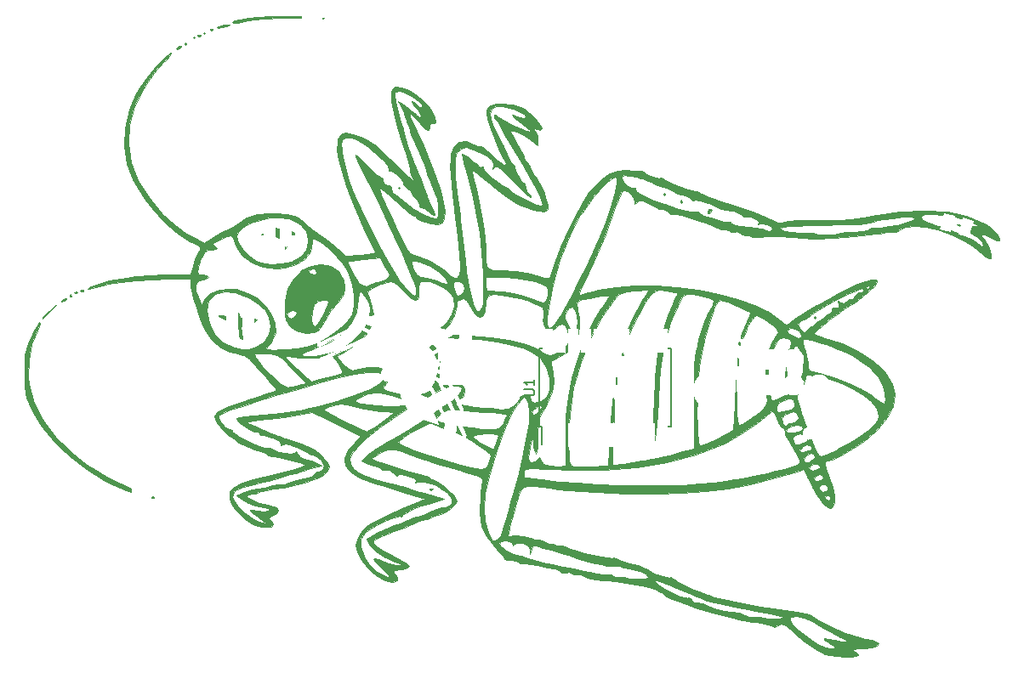
<source format=gto>
G04 #@! TF.GenerationSoftware,KiCad,Pcbnew,5.0.0-fee4fd1~66~ubuntu18.04.1*
G04 #@! TF.CreationDate,2018-09-07T22:29:42-07:00*
G04 #@! TF.ProjectId,trevor2,747265766F72322E6B696361645F7063,rev?*
G04 #@! TF.SameCoordinates,Original*
G04 #@! TF.FileFunction,Legend,Top*
G04 #@! TF.FilePolarity,Positive*
%FSLAX46Y46*%
G04 Gerber Fmt 4.6, Leading zero omitted, Abs format (unit mm)*
G04 Created by KiCad (PCBNEW 5.0.0-fee4fd1~66~ubuntu18.04.1) date Fri Sep  7 22:29:42 2018*
%MOMM*%
%LPD*%
G01*
G04 APERTURE LIST*
%ADD10C,0.150000*%
%ADD11C,0.010000*%
%ADD12R,1.300000X1.250000*%
%ADD13C,3.900000*%
%ADD14C,2.100000*%
%ADD15R,2.100000X2.100000*%
%ADD16O,2.100000X2.100000*%
%ADD17C,1.300000*%
%ADD18C,1.100000*%
%ADD19C,0.100000*%
%ADD20R,1.000000X2.350000*%
G04 APERTURE END LIST*
D10*
G04 #@! TO.C,D1*
X123250000Y-90825000D02*
X123250000Y-91025000D01*
X123250000Y-90925000D02*
X123250000Y-90825000D01*
X123150000Y-90925000D02*
X123250000Y-90925000D01*
X123350000Y-91225000D02*
X122950000Y-90925000D01*
X123350000Y-90625000D02*
X123350000Y-91225000D01*
X122950000Y-90925000D02*
X123350000Y-90625000D01*
X121950000Y-90925000D02*
X122850000Y-90925000D01*
G04 #@! TO.C,D2*
X127000000Y-81900000D02*
X127000000Y-82100000D01*
X127000000Y-82000000D02*
X127000000Y-81900000D01*
X126900000Y-82000000D02*
X127000000Y-82000000D01*
X127100000Y-82300000D02*
X126700000Y-82000000D01*
X127100000Y-81700000D02*
X127100000Y-82300000D01*
X126700000Y-82000000D02*
X127100000Y-81700000D01*
X125700000Y-82000000D02*
X126600000Y-82000000D01*
G04 #@! TO.C,U1*
X153025000Y-101075000D02*
X153275000Y-101075000D01*
X153025000Y-93325000D02*
X153360000Y-93325000D01*
X166175000Y-93325000D02*
X165840000Y-93325000D01*
X166175000Y-101075000D02*
X165840000Y-101075000D01*
X153025000Y-101075000D02*
X153025000Y-93325000D01*
X166175000Y-101075000D02*
X166175000Y-93325000D01*
X153275000Y-101075000D02*
X153275000Y-102875000D01*
D11*
G04 #@! TO.C,G\002A\002A\002A*
G36*
X165606558Y-77930328D02*
X165502459Y-78034426D01*
X165398361Y-77930328D01*
X165502459Y-77826229D01*
X165606558Y-77930328D01*
X165606558Y-77930328D01*
G37*
X165606558Y-77930328D02*
X165502459Y-78034426D01*
X165398361Y-77930328D01*
X165502459Y-77826229D01*
X165606558Y-77930328D01*
G36*
X167202733Y-78520218D02*
X167227650Y-78767299D01*
X167202733Y-78797814D01*
X167078960Y-78769235D01*
X167063935Y-78659016D01*
X167140111Y-78487647D01*
X167202733Y-78520218D01*
X167202733Y-78520218D01*
G37*
X167202733Y-78520218D02*
X167227650Y-78767299D01*
X167202733Y-78797814D01*
X167078960Y-78769235D01*
X167063935Y-78659016D01*
X167140111Y-78487647D01*
X167202733Y-78520218D01*
G36*
X170170845Y-79397222D02*
X170186886Y-79467229D01*
X170034954Y-79761552D01*
X169978689Y-79804098D01*
X169786533Y-79794581D01*
X169770492Y-79724574D01*
X169922424Y-79430251D01*
X169978689Y-79387705D01*
X170170845Y-79397222D01*
X170170845Y-79397222D01*
G37*
X170170845Y-79397222D02*
X170186886Y-79467229D01*
X170034954Y-79761552D01*
X169978689Y-79804098D01*
X169786533Y-79794581D01*
X169770492Y-79724574D01*
X169922424Y-79430251D01*
X169978689Y-79387705D01*
X170170845Y-79397222D01*
G36*
X126466397Y-81128950D02*
X126527618Y-81153140D01*
X127048391Y-81313598D01*
X127700942Y-81454680D01*
X127759500Y-81464481D01*
X128301080Y-81602838D01*
X128644865Y-81783180D01*
X128673910Y-81818002D01*
X128624819Y-81964037D01*
X128195864Y-81955103D01*
X128160722Y-81950094D01*
X127672937Y-81933865D01*
X127526451Y-82118816D01*
X127686509Y-82560393D01*
X127728257Y-82639983D01*
X127865207Y-83073352D01*
X127848792Y-83302935D01*
X127756347Y-83415139D01*
X127731191Y-83271483D01*
X127605973Y-82919399D01*
X127323957Y-82442989D01*
X127298297Y-82406467D01*
X126974988Y-82034153D01*
X126610570Y-81889817D01*
X126025393Y-81904536D01*
X125997068Y-81907244D01*
X125472944Y-81951534D01*
X125326745Y-81932337D01*
X125522539Y-81832086D01*
X125698682Y-81761360D01*
X126107243Y-81504413D01*
X126177120Y-81248527D01*
X126180578Y-81069987D01*
X126466397Y-81128950D01*
X126466397Y-81128950D01*
G37*
X126466397Y-81128950D02*
X126527618Y-81153140D01*
X127048391Y-81313598D01*
X127700942Y-81454680D01*
X127759500Y-81464481D01*
X128301080Y-81602838D01*
X128644865Y-81783180D01*
X128673910Y-81818002D01*
X128624819Y-81964037D01*
X128195864Y-81955103D01*
X128160722Y-81950094D01*
X127672937Y-81933865D01*
X127526451Y-82118816D01*
X127686509Y-82560393D01*
X127728257Y-82639983D01*
X127865207Y-83073352D01*
X127848792Y-83302935D01*
X127756347Y-83415139D01*
X127731191Y-83271483D01*
X127605973Y-82919399D01*
X127323957Y-82442989D01*
X127298297Y-82406467D01*
X126974988Y-82034153D01*
X126610570Y-81889817D01*
X126025393Y-81904536D01*
X125997068Y-81907244D01*
X125472944Y-81951534D01*
X125326745Y-81932337D01*
X125522539Y-81832086D01*
X125698682Y-81761360D01*
X126107243Y-81504413D01*
X126177120Y-81248527D01*
X126180578Y-81069987D01*
X126466397Y-81128950D01*
G36*
X139165574Y-77305737D02*
X139061476Y-77409836D01*
X138957378Y-77305737D01*
X139061476Y-77201639D01*
X139165574Y-77305737D01*
X139165574Y-77305737D01*
G37*
X139165574Y-77305737D02*
X139061476Y-77409836D01*
X138957378Y-77305737D01*
X139061476Y-77201639D01*
X139165574Y-77305737D01*
G36*
X180596722Y-90213934D02*
X180492623Y-90318033D01*
X180388525Y-90213934D01*
X180492623Y-90109836D01*
X180596722Y-90213934D01*
X180596722Y-90213934D01*
G37*
X180596722Y-90213934D02*
X180492623Y-90318033D01*
X180388525Y-90213934D01*
X180492623Y-90109836D01*
X180596722Y-90213934D01*
G36*
X132280185Y-85069605D02*
X133026715Y-85561322D01*
X133513655Y-86378087D01*
X133544258Y-86466380D01*
X133682223Y-87213563D01*
X133530074Y-87885425D01*
X133053274Y-88595491D01*
X132815885Y-88860655D01*
X132306230Y-89481235D01*
X131867926Y-90140776D01*
X131772424Y-90318033D01*
X131449072Y-90899251D01*
X131129911Y-91366622D01*
X131092626Y-91411065D01*
X130591122Y-91697446D01*
X129880715Y-91759010D01*
X129101301Y-91598364D01*
X128605178Y-91364696D01*
X128124053Y-90974750D01*
X127856754Y-90491530D01*
X130388324Y-90491530D01*
X130478867Y-90983926D01*
X130682889Y-91077908D01*
X130997670Y-90774915D01*
X131420491Y-90076384D01*
X131514345Y-89896075D01*
X131872697Y-89171898D01*
X132037206Y-88739250D01*
X132012583Y-88523654D01*
X131803540Y-88450635D01*
X131606186Y-88444262D01*
X130985819Y-88548085D01*
X130596180Y-88893157D01*
X130407285Y-89529880D01*
X130388324Y-90491530D01*
X127856754Y-90491530D01*
X127840747Y-90462594D01*
X127754267Y-89913964D01*
X127914889Y-89913964D01*
X128061749Y-90179235D01*
X128356337Y-90305234D01*
X128712140Y-90070153D01*
X128714099Y-90068196D01*
X128948030Y-89719288D01*
X128796078Y-89526766D01*
X128443443Y-89485246D01*
X128033244Y-89613409D01*
X127914889Y-89913964D01*
X127754267Y-89913964D01*
X127726225Y-89736066D01*
X127751451Y-88703000D01*
X127754252Y-88663699D01*
X128012907Y-87392466D01*
X128561007Y-86331791D01*
X129242612Y-85642026D01*
X130101875Y-85642026D01*
X130263867Y-85807584D01*
X130672755Y-85917632D01*
X130826638Y-85771302D01*
X130837705Y-85633606D01*
X130677348Y-85357442D01*
X130537697Y-85321311D01*
X130204766Y-85425816D01*
X130101875Y-85642026D01*
X129242612Y-85642026D01*
X129351857Y-85531474D01*
X130338762Y-85041313D01*
X131278071Y-84905696D01*
X132280185Y-85069605D01*
X132280185Y-85069605D01*
G37*
X132280185Y-85069605D02*
X133026715Y-85561322D01*
X133513655Y-86378087D01*
X133544258Y-86466380D01*
X133682223Y-87213563D01*
X133530074Y-87885425D01*
X133053274Y-88595491D01*
X132815885Y-88860655D01*
X132306230Y-89481235D01*
X131867926Y-90140776D01*
X131772424Y-90318033D01*
X131449072Y-90899251D01*
X131129911Y-91366622D01*
X131092626Y-91411065D01*
X130591122Y-91697446D01*
X129880715Y-91759010D01*
X129101301Y-91598364D01*
X128605178Y-91364696D01*
X128124053Y-90974750D01*
X127856754Y-90491530D01*
X130388324Y-90491530D01*
X130478867Y-90983926D01*
X130682889Y-91077908D01*
X130997670Y-90774915D01*
X131420491Y-90076384D01*
X131514345Y-89896075D01*
X131872697Y-89171898D01*
X132037206Y-88739250D01*
X132012583Y-88523654D01*
X131803540Y-88450635D01*
X131606186Y-88444262D01*
X130985819Y-88548085D01*
X130596180Y-88893157D01*
X130407285Y-89529880D01*
X130388324Y-90491530D01*
X127856754Y-90491530D01*
X127840747Y-90462594D01*
X127754267Y-89913964D01*
X127914889Y-89913964D01*
X128061749Y-90179235D01*
X128356337Y-90305234D01*
X128712140Y-90070153D01*
X128714099Y-90068196D01*
X128948030Y-89719288D01*
X128796078Y-89526766D01*
X128443443Y-89485246D01*
X128033244Y-89613409D01*
X127914889Y-89913964D01*
X127754267Y-89913964D01*
X127726225Y-89736066D01*
X127751451Y-88703000D01*
X127754252Y-88663699D01*
X128012907Y-87392466D01*
X128561007Y-86331791D01*
X129242612Y-85642026D01*
X130101875Y-85642026D01*
X130263867Y-85807584D01*
X130672755Y-85917632D01*
X130826638Y-85771302D01*
X130837705Y-85633606D01*
X130677348Y-85357442D01*
X130537697Y-85321311D01*
X130204766Y-85425816D01*
X130101875Y-85642026D01*
X129242612Y-85642026D01*
X129351857Y-85531474D01*
X130338762Y-85041313D01*
X131278071Y-84905696D01*
X132280185Y-85069605D01*
G36*
X123125062Y-89842743D02*
X123128096Y-89953688D01*
X123213231Y-90181343D01*
X123522672Y-90293056D01*
X124123361Y-90324654D01*
X124700006Y-90339414D01*
X124921494Y-90395092D01*
X124848979Y-90524347D01*
X124708159Y-90636949D01*
X124170434Y-90884381D01*
X123796082Y-90942623D01*
X123463883Y-90983951D01*
X123356086Y-91188976D01*
X123406391Y-91671311D01*
X123477764Y-92194167D01*
X123449349Y-92378316D01*
X123305551Y-92292848D01*
X123273224Y-92261202D01*
X123171964Y-91970373D01*
X123134427Y-91525979D01*
X123009348Y-91000047D01*
X122770082Y-90816791D01*
X122161178Y-90597619D01*
X121607155Y-90348393D01*
X121219358Y-90125168D01*
X121109129Y-89984003D01*
X121111259Y-89981637D01*
X121364164Y-89959821D01*
X121848692Y-90046225D01*
X121968996Y-90077649D01*
X122495558Y-90184380D01*
X122784006Y-90106950D01*
X122919073Y-89936678D01*
X123079610Y-89702474D01*
X123125062Y-89842743D01*
X123125062Y-89842743D01*
G37*
X123125062Y-89842743D02*
X123128096Y-89953688D01*
X123213231Y-90181343D01*
X123522672Y-90293056D01*
X124123361Y-90324654D01*
X124700006Y-90339414D01*
X124921494Y-90395092D01*
X124848979Y-90524347D01*
X124708159Y-90636949D01*
X124170434Y-90884381D01*
X123796082Y-90942623D01*
X123463883Y-90983951D01*
X123356086Y-91188976D01*
X123406391Y-91671311D01*
X123477764Y-92194167D01*
X123449349Y-92378316D01*
X123305551Y-92292848D01*
X123273224Y-92261202D01*
X123171964Y-91970373D01*
X123134427Y-91525979D01*
X123009348Y-91000047D01*
X122770082Y-90816791D01*
X122161178Y-90597619D01*
X121607155Y-90348393D01*
X121219358Y-90125168D01*
X121109129Y-89984003D01*
X121111259Y-89981637D01*
X121364164Y-89959821D01*
X121848692Y-90046225D01*
X121968996Y-90077649D01*
X122495558Y-90184380D01*
X122784006Y-90106950D01*
X122919073Y-89936678D01*
X123079610Y-89702474D01*
X123125062Y-89842743D01*
G36*
X173032241Y-92677595D02*
X173057158Y-92924676D01*
X173032241Y-92955191D01*
X172908468Y-92926612D01*
X172893443Y-92816393D01*
X172969619Y-92645024D01*
X173032241Y-92677595D01*
X173032241Y-92677595D01*
G37*
X173032241Y-92677595D02*
X173057158Y-92924676D01*
X173032241Y-92955191D01*
X172908468Y-92926612D01*
X172893443Y-92816393D01*
X172969619Y-92645024D01*
X173032241Y-92677595D01*
G36*
X172819222Y-94293985D02*
X172829525Y-94329782D01*
X172860004Y-94783299D01*
X172821810Y-94954372D01*
X172753462Y-94961293D01*
X172725548Y-94635370D01*
X172725834Y-94586065D01*
X172755855Y-94263162D01*
X172819222Y-94293985D01*
X172819222Y-94293985D01*
G37*
X172819222Y-94293985D02*
X172829525Y-94329782D01*
X172860004Y-94783299D01*
X172821810Y-94954372D01*
X172753462Y-94961293D01*
X172725548Y-94635370D01*
X172725834Y-94586065D01*
X172755855Y-94263162D01*
X172819222Y-94293985D01*
G36*
X177626214Y-95054508D02*
X177658978Y-95883624D01*
X177633389Y-96736620D01*
X177626214Y-96824180D01*
X177591875Y-97031662D01*
X177564963Y-96863579D01*
X177549153Y-96360744D01*
X177546518Y-95939344D01*
X177554343Y-95263733D01*
X177575369Y-94899579D01*
X177605919Y-94887694D01*
X177626214Y-95054508D01*
X177626214Y-95054508D01*
G37*
X177626214Y-95054508D02*
X177658978Y-95883624D01*
X177633389Y-96736620D01*
X177626214Y-96824180D01*
X177591875Y-97031662D01*
X177564963Y-96863579D01*
X177549153Y-96360744D01*
X177546518Y-95939344D01*
X177554343Y-95263733D01*
X177575369Y-94899579D01*
X177605919Y-94887694D01*
X177626214Y-95054508D01*
G36*
X161373224Y-93718579D02*
X161398142Y-93965660D01*
X161373224Y-93996175D01*
X161249452Y-93967595D01*
X161234427Y-93857377D01*
X161310603Y-93686007D01*
X161373224Y-93718579D01*
X161373224Y-93718579D01*
G37*
X161373224Y-93718579D02*
X161398142Y-93965660D01*
X161373224Y-93996175D01*
X161249452Y-93967595D01*
X161234427Y-93857377D01*
X161310603Y-93686007D01*
X161373224Y-93718579D01*
G36*
X160743813Y-96167756D02*
X160754115Y-96203552D01*
X160784594Y-96657069D01*
X160746400Y-96828142D01*
X160678052Y-96835063D01*
X160650138Y-96509140D01*
X160650424Y-96459836D01*
X160680445Y-96136932D01*
X160743813Y-96167756D01*
X160743813Y-96167756D01*
G37*
X160743813Y-96167756D02*
X160754115Y-96203552D01*
X160784594Y-96657069D01*
X160746400Y-96828142D01*
X160678052Y-96835063D01*
X160650138Y-96509140D01*
X160650424Y-96459836D01*
X160680445Y-96136932D01*
X160743813Y-96167756D01*
G36*
X142427323Y-107251366D02*
X142398744Y-107375139D01*
X142288525Y-107390164D01*
X142117156Y-107313988D01*
X142149727Y-107251366D01*
X142396808Y-107226449D01*
X142427323Y-107251366D01*
X142427323Y-107251366D01*
G37*
X142427323Y-107251366D02*
X142398744Y-107375139D01*
X142288525Y-107390164D01*
X142117156Y-107313988D01*
X142149727Y-107251366D01*
X142396808Y-107226449D01*
X142427323Y-107251366D01*
G36*
X129841712Y-60173414D02*
X130841992Y-60242449D01*
X131462296Y-60325100D01*
X131631160Y-60379665D01*
X131413818Y-60411987D01*
X130839908Y-60421146D01*
X129939073Y-60406225D01*
X129380328Y-60389614D01*
X127358577Y-60372808D01*
X125547837Y-60458655D01*
X124016698Y-60641976D01*
X122978279Y-60872926D01*
X122616380Y-60905884D01*
X122509837Y-60803689D01*
X122706258Y-60644944D01*
X123248745Y-60501542D01*
X124067131Y-60377236D01*
X125091249Y-60275775D01*
X126250933Y-60200912D01*
X127476015Y-60156397D01*
X128696331Y-60145980D01*
X129841712Y-60173414D01*
X129841712Y-60173414D01*
G37*
X129841712Y-60173414D02*
X130841992Y-60242449D01*
X131462296Y-60325100D01*
X131631160Y-60379665D01*
X131413818Y-60411987D01*
X130839908Y-60421146D01*
X129939073Y-60406225D01*
X129380328Y-60389614D01*
X127358577Y-60372808D01*
X125547837Y-60458655D01*
X124016698Y-60641976D01*
X122978279Y-60872926D01*
X122616380Y-60905884D01*
X122509837Y-60803689D01*
X122706258Y-60644944D01*
X123248745Y-60501542D01*
X124067131Y-60377236D01*
X125091249Y-60275775D01*
X126250933Y-60200912D01*
X127476015Y-60156397D01*
X128696331Y-60145980D01*
X129841712Y-60173414D01*
G36*
X122219145Y-61023394D02*
X122070730Y-61108181D01*
X121885246Y-61170492D01*
X121394787Y-61299063D01*
X121053139Y-61341472D01*
X120946943Y-61297719D01*
X121156558Y-61170492D01*
X121703410Y-61022059D01*
X121989345Y-60997681D01*
X122219145Y-61023394D01*
X122219145Y-61023394D01*
G37*
X122219145Y-61023394D02*
X122070730Y-61108181D01*
X121885246Y-61170492D01*
X121394787Y-61299063D01*
X121053139Y-61341472D01*
X120946943Y-61297719D01*
X121156558Y-61170492D01*
X121703410Y-61022059D01*
X121989345Y-60997681D01*
X122219145Y-61023394D01*
G36*
X120566667Y-61448087D02*
X120538088Y-61571860D01*
X120427869Y-61586885D01*
X120256500Y-61510709D01*
X120289071Y-61448087D01*
X120536152Y-61423170D01*
X120566667Y-61448087D01*
X120566667Y-61448087D01*
G37*
X120566667Y-61448087D02*
X120538088Y-61571860D01*
X120427869Y-61586885D01*
X120256500Y-61510709D01*
X120289071Y-61448087D01*
X120536152Y-61423170D01*
X120566667Y-61448087D01*
G36*
X119803279Y-61899180D02*
X119699181Y-62003278D01*
X119595082Y-61899180D01*
X119699181Y-61795082D01*
X119803279Y-61899180D01*
X119803279Y-61899180D01*
G37*
X119803279Y-61899180D02*
X119699181Y-62003278D01*
X119595082Y-61899180D01*
X119699181Y-61795082D01*
X119803279Y-61899180D01*
G36*
X119317487Y-62072677D02*
X119288908Y-62196450D01*
X119178689Y-62211475D01*
X119007319Y-62135299D01*
X119039891Y-62072677D01*
X119286972Y-62047760D01*
X119317487Y-62072677D01*
X119317487Y-62072677D01*
G37*
X119317487Y-62072677D02*
X119288908Y-62196450D01*
X119178689Y-62211475D01*
X119007319Y-62135299D01*
X119039891Y-62072677D01*
X119286972Y-62047760D01*
X119317487Y-62072677D01*
G36*
X118762296Y-62315574D02*
X118658197Y-62419672D01*
X118554099Y-62315574D01*
X118658197Y-62211475D01*
X118762296Y-62315574D01*
X118762296Y-62315574D01*
G37*
X118762296Y-62315574D02*
X118658197Y-62419672D01*
X118554099Y-62315574D01*
X118658197Y-62211475D01*
X118762296Y-62315574D01*
G36*
X117929509Y-62940164D02*
X117825410Y-63044262D01*
X117721312Y-62940164D01*
X117825410Y-62836065D01*
X117929509Y-62940164D01*
X117929509Y-62940164D01*
G37*
X117929509Y-62940164D02*
X117825410Y-63044262D01*
X117721312Y-62940164D01*
X117825410Y-62836065D01*
X117929509Y-62940164D01*
G36*
X117407543Y-63254844D02*
X117184863Y-63427431D01*
X116946228Y-63456395D01*
X116888525Y-63378832D01*
X117051835Y-63245119D01*
X117211633Y-63173020D01*
X117426550Y-63158469D01*
X117407543Y-63254844D01*
X117407543Y-63254844D01*
G37*
X117407543Y-63254844D02*
X117184863Y-63427431D01*
X116946228Y-63456395D01*
X116888525Y-63378832D01*
X117051835Y-63245119D01*
X117211633Y-63173020D01*
X117426550Y-63158469D01*
X117407543Y-63254844D01*
G36*
X107658470Y-87472677D02*
X107629891Y-87596450D01*
X107519673Y-87611475D01*
X107348303Y-87535299D01*
X107380875Y-87472677D01*
X107627956Y-87447760D01*
X107658470Y-87472677D01*
X107658470Y-87472677D01*
G37*
X107658470Y-87472677D02*
X107629891Y-87596450D01*
X107519673Y-87611475D01*
X107348303Y-87535299D01*
X107380875Y-87472677D01*
X107627956Y-87447760D01*
X107658470Y-87472677D01*
G36*
X107033880Y-87680874D02*
X107005301Y-87804647D01*
X106895082Y-87819672D01*
X106723713Y-87743496D01*
X106756285Y-87680874D01*
X107003365Y-87655957D01*
X107033880Y-87680874D01*
X107033880Y-87680874D01*
G37*
X107033880Y-87680874D02*
X107005301Y-87804647D01*
X106895082Y-87819672D01*
X106723713Y-87743496D01*
X106756285Y-87680874D01*
X107003365Y-87655957D01*
X107033880Y-87680874D01*
G36*
X106409290Y-87889071D02*
X106434207Y-88136152D01*
X106409290Y-88166666D01*
X106285517Y-88138087D01*
X106270492Y-88027869D01*
X106346668Y-87856499D01*
X106409290Y-87889071D01*
X106409290Y-87889071D01*
G37*
X106409290Y-87889071D02*
X106434207Y-88136152D01*
X106409290Y-88166666D01*
X106285517Y-88138087D01*
X106270492Y-88027869D01*
X106346668Y-87856499D01*
X106409290Y-87889071D01*
G36*
X105963706Y-88276274D02*
X105901227Y-88431146D01*
X105706930Y-88534975D01*
X105463698Y-88598362D01*
X105563483Y-88445847D01*
X105590383Y-88418427D01*
X105863353Y-88253976D01*
X105963706Y-88276274D01*
X105963706Y-88276274D01*
G37*
X105963706Y-88276274D02*
X105901227Y-88431146D01*
X105706930Y-88534975D01*
X105463698Y-88598362D01*
X105563483Y-88445847D01*
X105590383Y-88418427D01*
X105863353Y-88253976D01*
X105963706Y-88276274D01*
G36*
X104305721Y-89641393D02*
X103861680Y-90114407D01*
X103630950Y-90305388D01*
X103563947Y-90255212D01*
X103563935Y-90252886D01*
X103703318Y-90087435D01*
X104054539Y-89746890D01*
X104240574Y-89576247D01*
X104917214Y-88964754D01*
X104305721Y-89641393D01*
X104305721Y-89641393D01*
G37*
X104305721Y-89641393D02*
X103861680Y-90114407D01*
X103630950Y-90305388D01*
X103563947Y-90255212D01*
X103563935Y-90252886D01*
X103703318Y-90087435D01*
X104054539Y-89746890D01*
X104240574Y-89576247D01*
X104917214Y-88964754D01*
X104305721Y-89641393D01*
G36*
X103358536Y-90736164D02*
X103254449Y-91057227D01*
X103052582Y-91484923D01*
X102512179Y-92902425D01*
X102208191Y-94503850D01*
X102166572Y-96113836D01*
X102254291Y-96879155D01*
X102776388Y-98717828D01*
X103692830Y-100503596D01*
X104982221Y-102206856D01*
X106623166Y-103798009D01*
X108032132Y-104872707D01*
X108772036Y-105349975D01*
X109660429Y-105871439D01*
X110611772Y-106392972D01*
X111540527Y-106870444D01*
X112361154Y-107259728D01*
X112988115Y-107516694D01*
X113315523Y-107598360D01*
X113618984Y-107750724D01*
X113661476Y-107806557D01*
X113675138Y-107969632D01*
X113396197Y-107967604D01*
X112796844Y-107795077D01*
X111892522Y-107463388D01*
X109939944Y-106560501D01*
X108050827Y-105406375D01*
X106296278Y-104061259D01*
X104747406Y-102585403D01*
X103475318Y-101039059D01*
X102604509Y-99593584D01*
X102240934Y-98831422D01*
X102006458Y-98242562D01*
X101872811Y-97692613D01*
X101811721Y-97047185D01*
X101794917Y-96171885D01*
X101794263Y-95741945D01*
X101805419Y-94705599D01*
X101853627Y-93956500D01*
X101960997Y-93365770D01*
X102149640Y-92804532D01*
X102393880Y-92246874D01*
X102739964Y-91552059D01*
X103062681Y-90995898D01*
X103284437Y-90707207D01*
X103358536Y-90736164D01*
X103358536Y-90736164D01*
G37*
X103358536Y-90736164D02*
X103254449Y-91057227D01*
X103052582Y-91484923D01*
X102512179Y-92902425D01*
X102208191Y-94503850D01*
X102166572Y-96113836D01*
X102254291Y-96879155D01*
X102776388Y-98717828D01*
X103692830Y-100503596D01*
X104982221Y-102206856D01*
X106623166Y-103798009D01*
X108032132Y-104872707D01*
X108772036Y-105349975D01*
X109660429Y-105871439D01*
X110611772Y-106392972D01*
X111540527Y-106870444D01*
X112361154Y-107259728D01*
X112988115Y-107516694D01*
X113315523Y-107598360D01*
X113618984Y-107750724D01*
X113661476Y-107806557D01*
X113675138Y-107969632D01*
X113396197Y-107967604D01*
X112796844Y-107795077D01*
X111892522Y-107463388D01*
X109939944Y-106560501D01*
X108050827Y-105406375D01*
X106296278Y-104061259D01*
X104747406Y-102585403D01*
X103475318Y-101039059D01*
X102604509Y-99593584D01*
X102240934Y-98831422D01*
X102006458Y-98242562D01*
X101872811Y-97692613D01*
X101811721Y-97047185D01*
X101794917Y-96171885D01*
X101794263Y-95741945D01*
X101805419Y-94705599D01*
X101853627Y-93956500D01*
X101960997Y-93365770D01*
X102149640Y-92804532D01*
X102393880Y-92246874D01*
X102739964Y-91552059D01*
X103062681Y-90995898D01*
X103284437Y-90707207D01*
X103358536Y-90736164D01*
G36*
X114650410Y-108085066D02*
X114676565Y-108161056D01*
X114390164Y-108190077D01*
X114094602Y-108157359D01*
X114129918Y-108085066D01*
X114556169Y-108057568D01*
X114650410Y-108085066D01*
X114650410Y-108085066D01*
G37*
X114650410Y-108085066D02*
X114676565Y-108161056D01*
X114390164Y-108190077D01*
X114094602Y-108157359D01*
X114129918Y-108085066D01*
X114556169Y-108057568D01*
X114650410Y-108085066D01*
G36*
X116420833Y-63870546D02*
X116235039Y-64134062D01*
X115829055Y-64582835D01*
X115653988Y-64762173D01*
X114942584Y-65556669D01*
X114221542Y-66484596D01*
X113718869Y-67231747D01*
X112769193Y-69139457D01*
X112234930Y-71032435D01*
X112115192Y-72904620D01*
X112409088Y-74749952D01*
X113115730Y-76562372D01*
X114234227Y-78335820D01*
X115574832Y-79875968D01*
X116796805Y-81008420D01*
X117924768Y-81847046D01*
X118461894Y-82154839D01*
X119722967Y-82788403D01*
X120636504Y-82174865D01*
X121262026Y-81794210D01*
X121830098Y-81513091D01*
X122048626Y-81436190D01*
X122555404Y-81204923D01*
X123069174Y-80827315D01*
X123876227Y-80283256D01*
X124920156Y-79954257D01*
X126263100Y-79822937D01*
X126673771Y-79819054D01*
X127937269Y-79909164D01*
X128894358Y-80183791D01*
X129625059Y-80672358D01*
X129942217Y-81020854D01*
X130402411Y-81460853D01*
X130991481Y-81857394D01*
X131034313Y-81880073D01*
X131571651Y-82223795D01*
X132233546Y-82736351D01*
X132717914Y-83161414D01*
X133699876Y-84079925D01*
X135183545Y-83942033D01*
X135908114Y-83863588D01*
X136436530Y-83785210D01*
X136664875Y-83722623D01*
X136667214Y-83717532D01*
X136582973Y-83504711D01*
X136356469Y-83003127D01*
X136027027Y-82298726D01*
X135799725Y-81821610D01*
X135077334Y-80235579D01*
X134420696Y-78641643D01*
X133853775Y-77110248D01*
X133400536Y-75711843D01*
X133084941Y-74516872D01*
X132930956Y-73595784D01*
X132919673Y-73355173D01*
X132964703Y-72894316D01*
X133338496Y-72894316D01*
X133382127Y-73514209D01*
X133402297Y-73725603D01*
X133538330Y-74544896D01*
X133787183Y-75557362D01*
X134100578Y-76572203D01*
X134176475Y-76785246D01*
X134607186Y-77851979D01*
X135193636Y-79154825D01*
X135888477Y-80601456D01*
X136644364Y-82099540D01*
X137413948Y-83556750D01*
X138149885Y-84880754D01*
X138804826Y-85979224D01*
X139195530Y-86572774D01*
X139820466Y-87392958D01*
X140303243Y-87881560D01*
X140627748Y-88030981D01*
X140777868Y-87833623D01*
X140741258Y-87301694D01*
X140591696Y-86801931D01*
X140282439Y-85989855D01*
X139840483Y-84925351D01*
X139675635Y-84546972D01*
X140286908Y-84546972D01*
X140304717Y-84773730D01*
X140454610Y-85233147D01*
X140518914Y-85393443D01*
X140838974Y-85948163D01*
X141219140Y-86156898D01*
X141302385Y-86163211D01*
X141765955Y-86236137D01*
X142427792Y-86411776D01*
X142809017Y-86535687D01*
X143403976Y-86730908D01*
X143814195Y-86842114D01*
X143923285Y-86852333D01*
X143911177Y-86806879D01*
X144501680Y-86806879D01*
X144529970Y-87153046D01*
X144606599Y-87393850D01*
X144775380Y-87847222D01*
X144922062Y-88001467D01*
X145169506Y-87947801D01*
X145290350Y-87901496D01*
X145545194Y-87617741D01*
X145619673Y-87270371D01*
X145458339Y-86784757D01*
X145046911Y-86583679D01*
X144690331Y-86642886D01*
X144501680Y-86806879D01*
X143911177Y-86806879D01*
X143874997Y-86671060D01*
X143686931Y-86363543D01*
X143049295Y-85698848D01*
X142181081Y-85104349D01*
X141264788Y-84702707D01*
X141179958Y-84678523D01*
X140652373Y-84560925D01*
X140324302Y-84533610D01*
X140286908Y-84546972D01*
X139675635Y-84546972D01*
X139292824Y-83668304D01*
X138666456Y-82278596D01*
X137988376Y-80816114D01*
X137285578Y-79340740D01*
X136585059Y-77912359D01*
X135913814Y-76590855D01*
X135906648Y-76577049D01*
X135312601Y-75420827D01*
X134922171Y-74616358D01*
X134740775Y-74149196D01*
X134773830Y-74004898D01*
X135026754Y-74169018D01*
X135504962Y-74627113D01*
X136213872Y-75364737D01*
X136319424Y-75476349D01*
X136792318Y-75930395D01*
X137164935Y-76204426D01*
X137324091Y-76244799D01*
X137463086Y-76325601D01*
X137500000Y-76564762D01*
X137637966Y-76942852D01*
X138065945Y-77031874D01*
X138176640Y-77018097D01*
X138303068Y-77170887D01*
X138332787Y-77409836D01*
X138401811Y-77748410D01*
X138497268Y-77826229D01*
X138728525Y-77955803D01*
X139159251Y-78291585D01*
X139576498Y-78654066D01*
X140452644Y-79337863D01*
X141406207Y-79906810D01*
X142291759Y-80279242D01*
X142610471Y-80357776D01*
X142870953Y-80346624D01*
X142980739Y-80122826D01*
X142990599Y-79595901D01*
X142948910Y-78973471D01*
X142843673Y-78413087D01*
X142637763Y-77782721D01*
X142294053Y-76950343D01*
X142162137Y-76649683D01*
X141965039Y-76155368D01*
X141873025Y-75829175D01*
X141872132Y-75812953D01*
X141792310Y-75518421D01*
X141585554Y-74962329D01*
X141300924Y-74260485D01*
X140987484Y-73528700D01*
X140694294Y-72882784D01*
X140470417Y-72438546D01*
X140392126Y-72319426D01*
X140242036Y-71966433D01*
X140206558Y-71655074D01*
X140123236Y-71230877D01*
X139998361Y-71059836D01*
X139816748Y-70763026D01*
X139790164Y-70571078D01*
X139698972Y-70162098D01*
X139472461Y-69594442D01*
X139397658Y-69441116D01*
X139005152Y-68671238D01*
X139657904Y-69118862D01*
X140239263Y-69544656D01*
X140756681Y-69965220D01*
X140779099Y-69985108D01*
X141121334Y-70222360D01*
X141253008Y-70176005D01*
X141182827Y-69916418D01*
X140919497Y-69513978D01*
X140688098Y-69249507D01*
X140388036Y-68885535D01*
X140314220Y-68681486D01*
X140350310Y-68665574D01*
X140656439Y-68809683D01*
X140831148Y-68977869D01*
X141137333Y-69241982D01*
X141342475Y-69256967D01*
X141339217Y-69020570D01*
X141083729Y-68719931D01*
X140589357Y-68340570D01*
X139997950Y-67972370D01*
X139451353Y-67705213D01*
X139136187Y-67624590D01*
X138755743Y-67729738D01*
X138646125Y-67831100D01*
X138638374Y-68111872D01*
X138722959Y-68668975D01*
X138873023Y-69379769D01*
X139061711Y-70121615D01*
X139262165Y-70771874D01*
X139330374Y-70955737D01*
X139459135Y-71360022D01*
X139482522Y-71476229D01*
X139656381Y-72250011D01*
X139998128Y-73326226D01*
X140484052Y-74637614D01*
X141090441Y-76116916D01*
X141244071Y-76472951D01*
X141554511Y-77241269D01*
X141841571Y-78036447D01*
X141875099Y-78138524D01*
X142125473Y-78797598D01*
X142401381Y-79362772D01*
X142452393Y-79446251D01*
X142662154Y-79879515D01*
X142590238Y-80033202D01*
X142285748Y-79880657D01*
X142046778Y-79666449D01*
X141636272Y-79349379D01*
X141302503Y-79242105D01*
X141288892Y-79244553D01*
X141086560Y-79142651D01*
X141079547Y-78942661D01*
X140967493Y-78568244D01*
X140727050Y-78358273D01*
X140395142Y-78061284D01*
X140310656Y-77832378D01*
X140142726Y-77514026D01*
X139843447Y-77293303D01*
X139542491Y-77073426D01*
X139515974Y-76920638D01*
X139487548Y-76696304D01*
X139229429Y-76344295D01*
X138853766Y-75974693D01*
X138472707Y-75697580D01*
X138198399Y-75623040D01*
X138195207Y-75624203D01*
X138024619Y-75579545D01*
X138051390Y-75426524D01*
X137969250Y-75093218D01*
X137571176Y-74592994D01*
X136900758Y-73968999D01*
X136001585Y-73264377D01*
X135526637Y-72927457D01*
X134835214Y-72488992D01*
X134341241Y-72285598D01*
X133931711Y-72274858D01*
X133840311Y-72294490D01*
X133534981Y-72390992D01*
X133378578Y-72555423D01*
X133338496Y-72894316D01*
X132964703Y-72894316D01*
X133003953Y-72492619D01*
X133276385Y-71974973D01*
X133766351Y-71787722D01*
X134503236Y-71916349D01*
X135235420Y-72211294D01*
X135837785Y-72500511D01*
X136321829Y-72772176D01*
X136771068Y-73091735D01*
X137269017Y-73524636D01*
X137899191Y-74136324D01*
X138614656Y-74859426D01*
X139297922Y-75537963D01*
X139885265Y-76090017D01*
X140311097Y-76455973D01*
X140504335Y-76577049D01*
X140560227Y-76464470D01*
X140456394Y-76327213D01*
X140240660Y-75913926D01*
X140206558Y-75680061D01*
X140142860Y-75324508D01*
X139970816Y-74677475D01*
X139718997Y-73840722D01*
X139502124Y-73171291D01*
X138920953Y-71319437D01*
X138525499Y-69806815D01*
X138317318Y-68641553D01*
X138297967Y-67831779D01*
X138408400Y-67462484D01*
X138764001Y-67244871D01*
X139333914Y-67295080D01*
X140045565Y-67579143D01*
X140826379Y-68063090D01*
X141603779Y-68712951D01*
X142028279Y-69156806D01*
X142409395Y-69692842D01*
X142647682Y-70221317D01*
X142723732Y-70650425D01*
X142618141Y-70888361D01*
X142392623Y-70880448D01*
X142135865Y-70914299D01*
X142080328Y-71170468D01*
X142032524Y-71491240D01*
X141862182Y-71526800D01*
X141528906Y-71259154D01*
X141014058Y-70695492D01*
X140580769Y-70233330D01*
X140255616Y-69957656D01*
X140135191Y-69920458D01*
X140168629Y-70144163D01*
X140359110Y-70638922D01*
X140668278Y-71308086D01*
X140754884Y-71481933D01*
X141490139Y-73027148D01*
X142158267Y-74602465D01*
X142731644Y-76129082D01*
X143182642Y-77528201D01*
X143483638Y-78721021D01*
X143606543Y-79616104D01*
X143579264Y-80343253D01*
X143383882Y-80754095D01*
X142954661Y-80894981D01*
X142225867Y-80812261D01*
X141983183Y-80760739D01*
X141358350Y-80589801D01*
X140939974Y-80415772D01*
X140831148Y-80309659D01*
X140679467Y-80119840D01*
X140644360Y-80116393D01*
X140338013Y-79965898D01*
X139769348Y-79525229D01*
X138958009Y-78810613D01*
X138157602Y-78062293D01*
X137659519Y-77627553D01*
X137289222Y-77379122D01*
X137132491Y-77367282D01*
X137186910Y-77634508D01*
X137390364Y-78185950D01*
X137707791Y-78932340D01*
X137980199Y-79525480D01*
X138445255Y-80509552D01*
X138916538Y-81507245D01*
X139319444Y-82360610D01*
X139463829Y-82666608D01*
X139847817Y-83389394D01*
X140191723Y-83798113D01*
X140569260Y-83979239D01*
X140585929Y-83982936D01*
X142035494Y-84488780D01*
X143369534Y-85329226D01*
X143693269Y-85606082D01*
X144215153Y-86055794D01*
X144547768Y-86246763D01*
X144789089Y-86221700D01*
X144911446Y-86137116D01*
X145047635Y-85924913D01*
X145127030Y-85535158D01*
X145147707Y-84929948D01*
X145107742Y-84071378D01*
X145005211Y-82921542D01*
X144838192Y-81442537D01*
X144604761Y-79596458D01*
X144563643Y-79283606D01*
X144417138Y-78088971D01*
X144294656Y-76929568D01*
X144207179Y-75921551D01*
X144165687Y-75181075D01*
X144163788Y-75053936D01*
X144195087Y-74691969D01*
X144618691Y-74691969D01*
X144622964Y-75245313D01*
X144674703Y-76004072D01*
X144776311Y-77017253D01*
X144930193Y-78333865D01*
X145138751Y-80002913D01*
X145193031Y-80428688D01*
X145357139Y-81750802D01*
X145521653Y-83141864D01*
X145669061Y-84449724D01*
X145781847Y-85522231D01*
X145795986Y-85666755D01*
X145976086Y-87024144D01*
X146224545Y-88148940D01*
X146448067Y-88789705D01*
X146714561Y-89362612D01*
X146889722Y-89607279D01*
X147044874Y-89578773D01*
X147214105Y-89381147D01*
X147336862Y-89153677D01*
X147417719Y-88807029D01*
X147460572Y-88274921D01*
X147469317Y-87491074D01*
X147447849Y-86389207D01*
X147440785Y-86154098D01*
X147675258Y-86154098D01*
X147740498Y-86830737D01*
X147805738Y-87507377D01*
X149367214Y-87646649D01*
X150391457Y-87798246D01*
X151452609Y-88050302D01*
X152177869Y-88292670D01*
X152839963Y-88542261D01*
X153343138Y-88696760D01*
X153567179Y-88723552D01*
X153705215Y-88486953D01*
X153845077Y-88020220D01*
X153849023Y-88002465D01*
X153864178Y-87350909D01*
X153708893Y-87075830D01*
X153311595Y-86860503D01*
X152604904Y-86642177D01*
X151695130Y-86441788D01*
X150688584Y-86280269D01*
X149691577Y-86178556D01*
X149028116Y-86154098D01*
X147675258Y-86154098D01*
X147440785Y-86154098D01*
X147428273Y-85737705D01*
X147100006Y-81790276D01*
X146366179Y-77852544D01*
X145760932Y-75588115D01*
X145541863Y-74817238D01*
X145391684Y-74225468D01*
X145332614Y-73903477D01*
X145340046Y-73870492D01*
X145590334Y-73990440D01*
X146014892Y-74280609D01*
X146475094Y-74636484D01*
X146832314Y-74953549D01*
X146933698Y-75072002D01*
X147205042Y-75230834D01*
X147330210Y-75195981D01*
X147459790Y-75185364D01*
X147415977Y-75284776D01*
X147503040Y-75499651D01*
X147838126Y-75864639D01*
X148323121Y-76298404D01*
X148859910Y-76719606D01*
X149350375Y-77046906D01*
X149696403Y-77198965D01*
X149728202Y-77201639D01*
X149991381Y-77366530D01*
X150054086Y-77480038D01*
X150297802Y-77722121D01*
X150811713Y-78050814D01*
X151476030Y-78406791D01*
X152170965Y-78730727D01*
X152776731Y-78963296D01*
X153173538Y-79045171D01*
X153206147Y-79041114D01*
X153345377Y-78943513D01*
X153327135Y-78692574D01*
X153132303Y-78214932D01*
X152835280Y-77618033D01*
X152105871Y-76253765D01*
X151232400Y-74722172D01*
X150170406Y-72945742D01*
X149919297Y-72534368D01*
X149518763Y-71854522D01*
X149202823Y-71271269D01*
X149043844Y-70920843D01*
X148856181Y-70603303D01*
X148728594Y-70539344D01*
X148561073Y-70368453D01*
X148534427Y-70194781D01*
X148569832Y-69978997D01*
X148740897Y-70046055D01*
X148954876Y-70230719D01*
X149300997Y-70464016D01*
X149865336Y-70767411D01*
X150540588Y-71092532D01*
X151219448Y-71391006D01*
X151794612Y-71614462D01*
X152158773Y-71714525D01*
X152226253Y-71705441D01*
X152131815Y-71543634D01*
X151800964Y-71243386D01*
X151719745Y-71179379D01*
X150964563Y-70592291D01*
X150510097Y-70225306D01*
X150323890Y-70048770D01*
X150373484Y-70033025D01*
X150550658Y-70111195D01*
X151078464Y-70293342D01*
X151491170Y-70311929D01*
X151657378Y-70161511D01*
X151475625Y-69949791D01*
X151010479Y-69688525D01*
X150382108Y-69430742D01*
X149710681Y-69229469D01*
X149406351Y-69168175D01*
X148701549Y-69162316D01*
X148288501Y-69422173D01*
X148166364Y-69955680D01*
X148334298Y-70770766D01*
X148791459Y-71875365D01*
X149061955Y-72413115D01*
X149450667Y-73172519D01*
X149789475Y-73863950D01*
X150005193Y-74338044D01*
X150005559Y-74338934D01*
X150229200Y-74746493D01*
X150428564Y-74911475D01*
X150597825Y-75079199D01*
X150616394Y-75206898D01*
X150711215Y-75574500D01*
X150938654Y-76058460D01*
X151213174Y-76506329D01*
X151449239Y-76765657D01*
X151501230Y-76783929D01*
X151630901Y-76958816D01*
X151657378Y-77176147D01*
X151808584Y-77634302D01*
X151974704Y-77830405D01*
X152184239Y-78093288D01*
X152176325Y-78209467D01*
X151994793Y-78116838D01*
X151593070Y-77776418D01*
X151034672Y-77245200D01*
X150519055Y-76722422D01*
X149755646Y-75944664D01*
X149219135Y-75447344D01*
X148860817Y-75198767D01*
X148631986Y-75167241D01*
X148483938Y-75321072D01*
X148455940Y-75379918D01*
X148404326Y-75407692D01*
X148439751Y-75119672D01*
X148444459Y-74799909D01*
X148272019Y-74520287D01*
X147848592Y-74194857D01*
X147411264Y-73922541D01*
X146471968Y-73438354D01*
X145757577Y-73267246D01*
X145221591Y-73406510D01*
X144866626Y-73774349D01*
X144742926Y-74005494D01*
X144659479Y-74295032D01*
X144618691Y-74691969D01*
X144195087Y-74691969D01*
X144262752Y-73909444D01*
X144559201Y-73122960D01*
X145047587Y-72699434D01*
X145722357Y-72643816D01*
X146535484Y-72938613D01*
X146971645Y-73129428D01*
X147220233Y-73169906D01*
X147227862Y-73164488D01*
X147415591Y-73240491D01*
X147789848Y-73534630D01*
X148007442Y-73733306D01*
X148823750Y-74483789D01*
X149373327Y-74923044D01*
X149663964Y-75052928D01*
X149703449Y-74875297D01*
X149499573Y-74392010D01*
X149313436Y-74044614D01*
X149001977Y-73410782D01*
X148631531Y-72546713D01*
X148272307Y-71618012D01*
X148203678Y-71426911D01*
X147877765Y-70424364D01*
X147752042Y-69737299D01*
X147852100Y-69303175D01*
X148203531Y-69059454D01*
X148831926Y-68943597D01*
X149231384Y-68915466D01*
X150415341Y-68983342D01*
X151413517Y-69357458D01*
X152334342Y-70084237D01*
X152589371Y-70353148D01*
X153110751Y-70990072D01*
X153301251Y-71379638D01*
X153160507Y-71520327D01*
X152854509Y-71466859D01*
X152544074Y-71400218D01*
X152574199Y-71518932D01*
X152646312Y-71598567D01*
X152840233Y-72000673D01*
X152906558Y-72464565D01*
X152906558Y-73057326D01*
X152125820Y-72436013D01*
X151558044Y-72049879D01*
X150985159Y-71762428D01*
X150509344Y-71611983D01*
X150232776Y-71636868D01*
X150200536Y-71713905D01*
X150301352Y-71971966D01*
X150564442Y-72472357D01*
X150912260Y-73072019D01*
X151259706Y-73682185D01*
X151482069Y-74139936D01*
X151531284Y-74343580D01*
X151589954Y-74529621D01*
X151756445Y-74699103D01*
X152021346Y-75007933D01*
X152073771Y-75159702D01*
X152183524Y-75432943D01*
X152463568Y-75911749D01*
X152671850Y-76227242D01*
X153107216Y-76966224D01*
X153516215Y-77827941D01*
X153655708Y-78185240D01*
X153884132Y-78967062D01*
X153867851Y-79433195D01*
X153568838Y-79624442D01*
X152949065Y-79581608D01*
X152455945Y-79472624D01*
X151729797Y-79257673D01*
X151044123Y-78963372D01*
X150317494Y-78541084D01*
X149468480Y-77942173D01*
X148415651Y-77118003D01*
X148140773Y-76895265D01*
X147438848Y-76331313D01*
X146861870Y-75881623D01*
X146481953Y-75601572D01*
X146370849Y-75536065D01*
X146373771Y-75719593D01*
X146472845Y-76204886D01*
X146647499Y-76894012D01*
X146684164Y-77027773D01*
X146965886Y-78189230D01*
X147229566Y-79535360D01*
X147453791Y-80929088D01*
X147617147Y-82233336D01*
X147698222Y-83311027D01*
X147703255Y-83551639D01*
X147723793Y-84468321D01*
X147819652Y-85046785D01*
X148055245Y-85365063D01*
X148494981Y-85501189D01*
X149203273Y-85533194D01*
X149339447Y-85533847D01*
X150686207Y-85626411D01*
X152176450Y-85871327D01*
X153583253Y-86230731D01*
X153657767Y-86254375D01*
X153959807Y-86287156D01*
X154155795Y-86079046D01*
X154319423Y-85598118D01*
X154721518Y-84356794D01*
X155260588Y-82975423D01*
X155891379Y-81547466D01*
X156568635Y-80166384D01*
X157247102Y-78925638D01*
X157881525Y-77918690D01*
X158303057Y-77371044D01*
X159215445Y-76449936D01*
X160052864Y-75869409D01*
X160896627Y-75584090D01*
X161590481Y-75536725D01*
X162520426Y-75565959D01*
X163104930Y-75604150D01*
X163414947Y-75659622D01*
X163521429Y-75740699D01*
X163524591Y-75763617D01*
X163701975Y-75951842D01*
X164121177Y-76146173D01*
X164612768Y-76287440D01*
X165007319Y-76316474D01*
X165065097Y-76301609D01*
X165383089Y-76345493D01*
X165469862Y-76463077D01*
X165702874Y-76646087D01*
X166216216Y-76892670D01*
X166888202Y-77157920D01*
X167597149Y-77396933D01*
X168221370Y-77564802D01*
X168599545Y-77618033D01*
X168915344Y-77714223D01*
X168972405Y-77783443D01*
X169189176Y-77913303D01*
X169713755Y-78125318D01*
X170454469Y-78384169D01*
X170915574Y-78532087D01*
X172785207Y-79129728D01*
X174257886Y-79635558D01*
X175342073Y-80052743D01*
X176046231Y-80384449D01*
X176287245Y-80541656D01*
X176741140Y-80777874D01*
X177286042Y-80729014D01*
X177359581Y-80708123D01*
X177909392Y-80609514D01*
X178686037Y-80545966D01*
X179347541Y-80531686D01*
X180323187Y-80538319D01*
X181427861Y-80543440D01*
X182158197Y-80545428D01*
X182970395Y-80506982D01*
X184038287Y-80401171D01*
X185209857Y-80245229D01*
X185846205Y-80140886D01*
X191036569Y-80140886D01*
X191045221Y-80267496D01*
X191262255Y-80531862D01*
X191832212Y-80791209D01*
X192508252Y-80991906D01*
X193456866Y-81282764D01*
X194456230Y-81658772D01*
X195404168Y-82073832D01*
X196198505Y-82481848D01*
X196737065Y-82836720D01*
X196859137Y-82954848D01*
X197097271Y-83156972D01*
X197222552Y-83016771D01*
X197139365Y-82712733D01*
X196815880Y-82340190D01*
X196788669Y-82317302D01*
X196261182Y-81931846D01*
X195610330Y-81517539D01*
X195457688Y-81428985D01*
X194650000Y-80971904D01*
X195795082Y-81075823D01*
X196434743Y-81128585D01*
X196711108Y-81122043D01*
X196675316Y-81037207D01*
X196382817Y-80857576D01*
X195551118Y-80497499D01*
X194466883Y-80194542D01*
X193293490Y-79985757D01*
X192196730Y-79908196D01*
X191509988Y-79925030D01*
X191152178Y-79993572D01*
X191036569Y-80140886D01*
X185846205Y-80140886D01*
X186113935Y-80096986D01*
X188959635Y-79688140D01*
X191485810Y-79545998D01*
X193692718Y-79670575D01*
X195580615Y-80061886D01*
X197149758Y-80719946D01*
X197197150Y-80746804D01*
X197890905Y-81209619D01*
X198447128Y-81702191D01*
X198799413Y-82151455D01*
X198881353Y-82484345D01*
X198839808Y-82554181D01*
X198595388Y-82541998D01*
X198131372Y-82356489D01*
X197874721Y-82222068D01*
X197352123Y-81982189D01*
X197067743Y-81952978D01*
X197072503Y-82116717D01*
X197352994Y-82403599D01*
X197610659Y-82767571D01*
X197834892Y-83318367D01*
X197972204Y-83883063D01*
X197969107Y-84288732D01*
X197949394Y-84331706D01*
X197746882Y-84314083D01*
X197359379Y-84057022D01*
X197072364Y-83805470D01*
X196167079Y-83085321D01*
X195079503Y-82442419D01*
X193885180Y-81898794D01*
X192659654Y-81476476D01*
X191478470Y-81197496D01*
X190417171Y-81083884D01*
X189551302Y-81157670D01*
X188958243Y-81439217D01*
X188639053Y-81668070D01*
X188488261Y-81692632D01*
X188256181Y-81681364D01*
X187710157Y-81726816D01*
X186947381Y-81819736D01*
X186527287Y-81879297D01*
X184384737Y-82147716D01*
X182372017Y-82305077D01*
X180568377Y-82348062D01*
X179053065Y-82273354D01*
X178564200Y-82212639D01*
X176674757Y-82075595D01*
X175643743Y-82154270D01*
X174950287Y-82224936D01*
X174436145Y-82225721D01*
X174226128Y-82165038D01*
X173956155Y-82028830D01*
X173622132Y-81990164D01*
X173182222Y-81905953D01*
X172988769Y-81767773D01*
X172705856Y-81636250D01*
X172533700Y-81667267D01*
X172113252Y-81653743D01*
X171932821Y-81554070D01*
X171533751Y-81408403D01*
X171348070Y-81434684D01*
X171048798Y-81442248D01*
X170981075Y-81370853D01*
X170766295Y-81226704D01*
X170256971Y-81011754D01*
X169547325Y-80755429D01*
X168731581Y-80487156D01*
X167903964Y-80236363D01*
X167158698Y-80032476D01*
X166590006Y-79904922D01*
X166292113Y-79883127D01*
X166270185Y-79899611D01*
X166100387Y-79912151D01*
X165794148Y-79679394D01*
X165424474Y-79424075D01*
X165159293Y-79406784D01*
X164867258Y-79419858D01*
X164802543Y-79362329D01*
X164542968Y-79166492D01*
X164054842Y-78898246D01*
X163866850Y-78808000D01*
X163310904Y-78587945D01*
X162962614Y-78574463D01*
X162734836Y-78703902D01*
X162499346Y-78861301D01*
X162504714Y-78709530D01*
X162531930Y-78633704D01*
X162477116Y-78323394D01*
X162200937Y-77968978D01*
X161822909Y-77667646D01*
X161462550Y-77516590D01*
X161250663Y-77591761D01*
X161132568Y-77862023D01*
X160904687Y-78448419D01*
X160595884Y-79274453D01*
X160235024Y-80263627D01*
X160085132Y-80680681D01*
X159605818Y-81955453D01*
X159051998Y-83327135D01*
X158491488Y-84632903D01*
X157992103Y-85709936D01*
X157981607Y-85731267D01*
X157562600Y-86588884D01*
X157225045Y-87294176D01*
X157003867Y-87773145D01*
X156933671Y-87951632D01*
X157135653Y-87916544D01*
X157653043Y-87799570D01*
X158397619Y-87621133D01*
X158944263Y-87486196D01*
X160680258Y-87168933D01*
X162609618Y-87016394D01*
X164665039Y-87017663D01*
X166779219Y-87161825D01*
X168884855Y-87437966D01*
X170914642Y-87835170D01*
X172801278Y-88342523D01*
X174477459Y-88949108D01*
X175875883Y-89644012D01*
X176911957Y-90400149D01*
X177312384Y-90749368D01*
X177572679Y-90933949D01*
X177600804Y-90942623D01*
X177632360Y-90925272D01*
X178786246Y-90925272D01*
X178936425Y-91242764D01*
X179053703Y-91379410D01*
X179441921Y-91808387D01*
X179785279Y-91384358D01*
X180079121Y-91112576D01*
X180253680Y-91085373D01*
X180417688Y-91034942D01*
X180509997Y-90868323D01*
X180769845Y-90573440D01*
X180937826Y-90526229D01*
X181269912Y-90359104D01*
X181346346Y-90234450D01*
X181622683Y-89946826D01*
X181887345Y-89830477D01*
X182198691Y-89623608D01*
X182200815Y-89417132D01*
X182210442Y-89207673D01*
X182518950Y-89229396D01*
X182829937Y-89253201D01*
X182863284Y-89014926D01*
X182832048Y-88881638D01*
X182780037Y-88569013D01*
X182919503Y-88597703D01*
X183029893Y-88684751D01*
X183332885Y-88835626D01*
X183586055Y-88626326D01*
X183908005Y-88398580D01*
X184097772Y-88395874D01*
X184359245Y-88301879D01*
X184482631Y-88064210D01*
X184677941Y-87765428D01*
X184864210Y-87744174D01*
X185154233Y-87723699D01*
X185312883Y-87528899D01*
X185214154Y-87322112D01*
X184945439Y-87362304D01*
X184370568Y-87587053D01*
X183543223Y-87971399D01*
X182517089Y-88490379D01*
X181345850Y-89119032D01*
X181325410Y-89130294D01*
X180634039Y-89528616D01*
X180136000Y-89870814D01*
X179677397Y-90256069D01*
X179395451Y-90421012D01*
X179297897Y-90407185D01*
X179106410Y-90460530D01*
X178932082Y-90629202D01*
X178786246Y-90925272D01*
X177632360Y-90925272D01*
X177813258Y-90825808D01*
X178231338Y-90529683D01*
X178474914Y-90344043D01*
X179021412Y-89964795D01*
X179796573Y-89484409D01*
X180657762Y-88990217D01*
X180909017Y-88853691D01*
X181854192Y-88347323D01*
X182844194Y-87816445D01*
X183691322Y-87361720D01*
X183823771Y-87290553D01*
X184022442Y-87195082D01*
X185593443Y-87195082D01*
X185664477Y-87397866D01*
X185685254Y-87403278D01*
X185863006Y-87257387D01*
X185905738Y-87195082D01*
X185889231Y-87003232D01*
X185813927Y-86986885D01*
X185601916Y-87138017D01*
X185593443Y-87195082D01*
X184022442Y-87195082D01*
X184720506Y-86859630D01*
X185519921Y-86568780D01*
X186150711Y-86434903D01*
X186541573Y-86474902D01*
X186634427Y-86624315D01*
X186463470Y-86984852D01*
X185994674Y-87488243D01*
X185294146Y-88075047D01*
X184427995Y-88685817D01*
X184136066Y-88870807D01*
X183436278Y-89329001D01*
X182667767Y-89873958D01*
X181906249Y-90446402D01*
X181227438Y-90987057D01*
X180707048Y-91436645D01*
X180420794Y-91735890D01*
X180388525Y-91804744D01*
X180570111Y-91950631D01*
X181027869Y-92127918D01*
X181273361Y-92198370D01*
X183189377Y-92818772D01*
X184877980Y-93608695D01*
X186294125Y-94537849D01*
X187392770Y-95575942D01*
X188128869Y-96692683D01*
X188202207Y-96857836D01*
X188418556Y-97901329D01*
X188235780Y-99011280D01*
X187662130Y-100167967D01*
X186705857Y-101351665D01*
X186064690Y-101967245D01*
X185414234Y-102484037D01*
X184606444Y-103035482D01*
X183737989Y-103565918D01*
X182905533Y-104019680D01*
X182205743Y-104341102D01*
X181735286Y-104474522D01*
X181709029Y-104475410D01*
X181483590Y-104577735D01*
X181466590Y-104913304D01*
X181664068Y-105525007D01*
X181947967Y-106172359D01*
X182276954Y-107056043D01*
X182446766Y-107896882D01*
X182452005Y-108600969D01*
X182287276Y-109074393D01*
X182122088Y-109202501D01*
X181729670Y-109134610D01*
X181238406Y-108681931D01*
X180868721Y-108155307D01*
X181517759Y-108155307D01*
X181684380Y-108381447D01*
X181858189Y-108431147D01*
X182050339Y-108291459D01*
X182054099Y-108257650D01*
X181918285Y-107955929D01*
X181636359Y-107914030D01*
X181605270Y-107930702D01*
X181517759Y-108155307D01*
X180868721Y-108155307D01*
X180661847Y-107860611D01*
X180240189Y-107097532D01*
X180913274Y-107097532D01*
X180934802Y-107278184D01*
X181211324Y-107561313D01*
X181576602Y-107540034D01*
X181753015Y-107372023D01*
X181766063Y-107058310D01*
X181510796Y-106836637D01*
X181134718Y-106834146D01*
X180913274Y-107097532D01*
X180240189Y-107097532D01*
X180016898Y-106693440D01*
X179772315Y-106209940D01*
X180424904Y-106209940D01*
X180458863Y-106488822D01*
X180779339Y-106529847D01*
X180838446Y-106522235D01*
X181213975Y-106355020D01*
X181325410Y-106140983D01*
X181179262Y-105885990D01*
X180860056Y-105839875D01*
X180546650Y-105988942D01*
X180424904Y-106209940D01*
X179772315Y-106209940D01*
X179332975Y-105341441D01*
X178663619Y-105554459D01*
X176265563Y-106269502D01*
X174013504Y-106830154D01*
X171814833Y-107248369D01*
X169576943Y-107536104D01*
X167207225Y-107705313D01*
X164613073Y-107767951D01*
X161754918Y-107737251D01*
X160196785Y-107688471D01*
X158634706Y-107618791D01*
X157164023Y-107533983D01*
X155880078Y-107439818D01*
X154878214Y-107342068D01*
X154572132Y-107302440D01*
X153354337Y-107124651D01*
X152480759Y-107016251D01*
X151881523Y-107002862D01*
X151486760Y-107110107D01*
X151226596Y-107363611D01*
X151031160Y-107788996D01*
X150830581Y-108411885D01*
X150737534Y-108708663D01*
X150464902Y-109609473D01*
X150232116Y-110458982D01*
X150080054Y-111105752D01*
X150058279Y-111225123D01*
X149931448Y-112006691D01*
X150742363Y-111960211D01*
X151453637Y-111993643D01*
X152104857Y-112137254D01*
X152157357Y-112157146D01*
X152652507Y-112307224D01*
X152988285Y-112324943D01*
X153306302Y-112392099D01*
X153508277Y-112542468D01*
X153931927Y-112742521D01*
X154186775Y-112734837D01*
X154501627Y-112738613D01*
X154572132Y-112836599D01*
X154749279Y-112962359D01*
X155144673Y-112973255D01*
X155638858Y-113009489D01*
X155925410Y-113163926D01*
X156199902Y-113302382D01*
X156772524Y-113481665D01*
X157535231Y-113678186D01*
X158379982Y-113868353D01*
X159198732Y-114028576D01*
X159883439Y-114135266D01*
X160326059Y-114164831D01*
X160419915Y-114145262D01*
X160658597Y-114188110D01*
X160703179Y-114243252D01*
X160959559Y-114388344D01*
X161496472Y-114559307D01*
X162018795Y-114681245D01*
X162831441Y-114905463D01*
X163599167Y-115214835D01*
X163940984Y-115404349D01*
X164471083Y-115693062D01*
X165080582Y-115939293D01*
X165636655Y-116099735D01*
X166006473Y-116131083D01*
X166071534Y-116098968D01*
X166259797Y-116159177D01*
X166653881Y-116393255D01*
X166751640Y-116458788D01*
X167372428Y-116823064D01*
X168092069Y-117167346D01*
X168209017Y-117215245D01*
X168985797Y-117525685D01*
X169786381Y-117849873D01*
X169874591Y-117885942D01*
X170450477Y-118068867D01*
X171347826Y-118290896D01*
X172475550Y-118534701D01*
X173742559Y-118782953D01*
X175057765Y-119018326D01*
X176330080Y-119223491D01*
X177468413Y-119381120D01*
X178098361Y-119450351D01*
X179136785Y-119595202D01*
X179927118Y-119834186D01*
X180578056Y-120179349D01*
X181993651Y-120966708D01*
X183520872Y-121628130D01*
X184989054Y-122093403D01*
X185502733Y-122205418D01*
X186215622Y-122372444D01*
X186692748Y-122555617D01*
X186842623Y-122702585D01*
X186648841Y-122918580D01*
X186123861Y-123090162D01*
X185352235Y-123196077D01*
X184786681Y-123219445D01*
X184327730Y-123243085D01*
X184237105Y-123320555D01*
X184396312Y-123437988D01*
X184696599Y-123699035D01*
X184760656Y-123848050D01*
X184574141Y-123967645D01*
X184091448Y-124027273D01*
X183427860Y-124030889D01*
X182698657Y-123982446D01*
X182019119Y-123885900D01*
X181504529Y-123745203D01*
X181481739Y-123735584D01*
X180535669Y-123232987D01*
X179506354Y-122544547D01*
X178578733Y-121800328D01*
X178174380Y-121409558D01*
X177571547Y-120889679D01*
X177085547Y-120722160D01*
X176748644Y-120917711D01*
X176738834Y-120933060D01*
X176490031Y-121031191D01*
X176362203Y-120960883D01*
X176059458Y-120853032D01*
X175448420Y-120722095D01*
X174634849Y-120589029D01*
X174168030Y-120526096D01*
X173353467Y-120387762D01*
X173217470Y-120357190D01*
X178020482Y-120357190D01*
X178293980Y-120786580D01*
X178788133Y-121303214D01*
X179430947Y-121850188D01*
X180150431Y-122370599D01*
X180874591Y-122807541D01*
X181531435Y-123104111D01*
X182002050Y-123203913D01*
X182367982Y-123170651D01*
X182470492Y-123105956D01*
X182310774Y-122939620D01*
X181914844Y-122661740D01*
X181793853Y-122586242D01*
X181426107Y-122325809D01*
X181414680Y-122203193D01*
X181772154Y-122215564D01*
X182511116Y-122360089D01*
X182654117Y-122392640D01*
X183319454Y-122511293D01*
X183633532Y-122493578D01*
X183578519Y-122356516D01*
X183136588Y-122117127D01*
X183002959Y-122059618D01*
X182383739Y-121757509D01*
X181628281Y-121330389D01*
X181149271Y-121031728D01*
X180203200Y-120485363D01*
X179334189Y-120116506D01*
X178618360Y-119948650D01*
X178131835Y-120005292D01*
X178039630Y-120071948D01*
X178020482Y-120357190D01*
X173217470Y-120357190D01*
X172344183Y-120160877D01*
X171208052Y-119866896D01*
X170012948Y-119527271D01*
X168826746Y-119163453D01*
X167717320Y-118796895D01*
X166752543Y-118449050D01*
X166000292Y-118141370D01*
X165528439Y-117895307D01*
X165398361Y-117754355D01*
X165234644Y-117600873D01*
X165154509Y-117591803D01*
X164815969Y-117463189D01*
X164563330Y-117277477D01*
X164247819Y-117147461D01*
X163605733Y-116989518D01*
X162724756Y-116817875D01*
X161692566Y-116646758D01*
X160596845Y-116490393D01*
X159815659Y-116397525D01*
X164504964Y-116397525D01*
X164544486Y-116527104D01*
X164865422Y-116790998D01*
X165379097Y-117132691D01*
X165996837Y-117495662D01*
X166629967Y-117823394D01*
X166999320Y-117987343D01*
X167501872Y-118136922D01*
X167842848Y-118143097D01*
X167862340Y-118133544D01*
X168093370Y-118181934D01*
X168180667Y-118321687D01*
X168461973Y-118575077D01*
X168736662Y-118632787D01*
X169274203Y-118731854D01*
X169623134Y-118873543D01*
X170439976Y-119198042D01*
X171453785Y-119443594D01*
X172268853Y-119546399D01*
X172925677Y-119657214D01*
X173485227Y-119859020D01*
X173487269Y-119860132D01*
X173994360Y-120029825D01*
X174349058Y-120030300D01*
X174782667Y-120015755D01*
X174947256Y-120072763D01*
X175274554Y-120170720D01*
X175790561Y-120227213D01*
X176373812Y-120243011D01*
X176902844Y-120218880D01*
X177256195Y-120155590D01*
X177316471Y-120057782D01*
X177044044Y-119948547D01*
X176441001Y-119793382D01*
X175588145Y-119610540D01*
X174566278Y-119418273D01*
X174219304Y-119358165D01*
X172432827Y-119033022D01*
X170932293Y-118714016D01*
X169755252Y-118410263D01*
X168939250Y-118130875D01*
X168709007Y-118020658D01*
X168208523Y-117774402D01*
X167507973Y-117469079D01*
X166707122Y-117143206D01*
X165905733Y-116835303D01*
X165203571Y-116583885D01*
X164700400Y-116427472D01*
X164504964Y-116397525D01*
X159815659Y-116397525D01*
X159525275Y-116363004D01*
X158565535Y-116278819D01*
X158319673Y-116264469D01*
X157801051Y-116141011D01*
X157516997Y-115971211D01*
X157096295Y-115800649D01*
X156857879Y-115823533D01*
X156477816Y-115817934D01*
X156336612Y-115709632D01*
X156045236Y-115574278D01*
X155694500Y-115601031D01*
X155320965Y-115630238D01*
X155196722Y-115536580D01*
X155015084Y-115378903D01*
X154572529Y-115248473D01*
X154520082Y-115239563D01*
X153880409Y-115116993D01*
X153117788Y-114943808D01*
X152906558Y-114890952D01*
X152233238Y-114761489D01*
X151656987Y-114723065D01*
X151508493Y-114737350D01*
X151120996Y-114727552D01*
X150978763Y-114619075D01*
X150745280Y-114470132D01*
X150273284Y-114390387D01*
X150243286Y-114389089D01*
X149786183Y-114341803D01*
X149577214Y-114259797D01*
X149575885Y-114252745D01*
X149443497Y-114057030D01*
X149095265Y-113646347D01*
X148603828Y-113106000D01*
X148554694Y-113053537D01*
X148347191Y-112786804D01*
X149054918Y-112786804D01*
X149227874Y-113038160D01*
X149656492Y-113357321D01*
X150205402Y-113669001D01*
X150739231Y-113897914D01*
X151122608Y-113968773D01*
X151163565Y-113959516D01*
X151502484Y-114012915D01*
X151625214Y-114103574D01*
X151909478Y-114229619D01*
X152514446Y-114404068D01*
X153350645Y-114603648D01*
X154305092Y-114800590D01*
X155414874Y-115020436D01*
X156512659Y-115250113D01*
X157455899Y-115459162D01*
X157997501Y-115589555D01*
X158767625Y-115752222D01*
X159462359Y-115839504D01*
X159819222Y-115840464D01*
X160236732Y-115854131D01*
X160401640Y-115977169D01*
X160579327Y-116092742D01*
X161009542Y-116092296D01*
X161035397Y-116088671D01*
X161503840Y-116061931D01*
X161750272Y-116127018D01*
X161751493Y-116128884D01*
X161994505Y-116230706D01*
X162466493Y-116275927D01*
X163026252Y-116269576D01*
X163532579Y-116216682D01*
X163844269Y-116122274D01*
X163881131Y-116053038D01*
X163606892Y-115758657D01*
X163058386Y-115476310D01*
X162374636Y-115268781D01*
X162018776Y-115211990D01*
X161423604Y-115116445D01*
X160974181Y-114991149D01*
X160491418Y-114924661D01*
X160278753Y-114967745D01*
X159859782Y-115001714D01*
X159709873Y-114947826D01*
X159511796Y-114846641D01*
X159229949Y-114767890D01*
X158742245Y-114683735D01*
X158215574Y-114607067D01*
X157615978Y-114494330D01*
X156986944Y-114302379D01*
X156341804Y-114057311D01*
X155887139Y-113899954D01*
X155240839Y-113701823D01*
X154988525Y-113629610D01*
X154188298Y-113398646D01*
X153381581Y-113155395D01*
X153218853Y-113104550D01*
X152688321Y-112955624D01*
X152421098Y-112970755D01*
X152288060Y-113174795D01*
X152250672Y-113290884D01*
X152115277Y-113740164D01*
X152094524Y-113288263D01*
X151942307Y-112916517D01*
X151472695Y-112704807D01*
X151423173Y-112693468D01*
X150855742Y-112658855D01*
X150619359Y-112798480D01*
X150453645Y-112900509D01*
X150334256Y-112702693D01*
X150075470Y-112477517D01*
X149657532Y-112418450D01*
X149258732Y-112513771D01*
X149057361Y-112751758D01*
X149054918Y-112786804D01*
X148347191Y-112786804D01*
X147765968Y-112039676D01*
X147294648Y-110970510D01*
X147109923Y-109744430D01*
X147130408Y-109217270D01*
X147510051Y-109217270D01*
X147604915Y-110465953D01*
X147932960Y-111561661D01*
X147938276Y-111574063D01*
X148205598Y-112161260D01*
X148399020Y-112428899D01*
X148598692Y-112444267D01*
X148822483Y-112316371D01*
X149199275Y-111899228D01*
X149411317Y-111425023D01*
X149523061Y-111003250D01*
X149722153Y-110277061D01*
X149982008Y-109342545D01*
X150276042Y-108295791D01*
X150326027Y-108118852D01*
X150975228Y-105731268D01*
X150989531Y-105672541D01*
X151486750Y-105672541D01*
X151498587Y-106042131D01*
X151590848Y-106155999D01*
X151846170Y-106183246D01*
X152441454Y-106248834D01*
X153302877Y-106344569D01*
X154356617Y-106462256D01*
X155092623Y-106544725D01*
X156882474Y-106708867D01*
X158895060Y-106831107D01*
X161038383Y-106910755D01*
X163220441Y-106947123D01*
X165349234Y-106939520D01*
X167332763Y-106887256D01*
X169079025Y-106789642D01*
X170395082Y-106659434D01*
X171608446Y-106500137D01*
X172531730Y-106370837D01*
X173287941Y-106249142D01*
X174000083Y-106112660D01*
X174791163Y-105938997D01*
X175784185Y-105705762D01*
X176265746Y-105590711D01*
X177426753Y-105305491D01*
X177686245Y-105230224D01*
X179858024Y-105230224D01*
X179889971Y-105343692D01*
X180179320Y-105482346D01*
X180595604Y-105432794D01*
X180917201Y-105234630D01*
X180962072Y-105152158D01*
X180875001Y-104868321D01*
X180715482Y-104764522D01*
X180344021Y-104766362D01*
X180006532Y-104957846D01*
X179858024Y-105230224D01*
X177686245Y-105230224D01*
X178226383Y-105073555D01*
X178709447Y-104856561D01*
X178920755Y-104616169D01*
X178908463Y-104378636D01*
X179347541Y-104378636D01*
X179490803Y-104642283D01*
X179852593Y-104635021D01*
X180240750Y-104423360D01*
X180467610Y-104086417D01*
X180411118Y-103881373D01*
X180126087Y-103742640D01*
X179744556Y-103847981D01*
X179433727Y-104119223D01*
X179347541Y-104378636D01*
X178908463Y-104378636D01*
X178905119Y-104314037D01*
X178707348Y-103911823D01*
X178542541Y-103642623D01*
X178413262Y-103426634D01*
X178968445Y-103426634D01*
X179002552Y-103600330D01*
X179332388Y-103584443D01*
X179476118Y-103550984D01*
X179933222Y-103415592D01*
X180166022Y-103309935D01*
X180121759Y-103110665D01*
X180004571Y-102967193D01*
X179647067Y-102854184D01*
X179247472Y-103030103D01*
X178969952Y-103422157D01*
X178968445Y-103426634D01*
X178413262Y-103426634D01*
X178169014Y-103018566D01*
X177725846Y-102237976D01*
X177715680Y-102219430D01*
X178249110Y-102219430D01*
X178320271Y-102627262D01*
X178523919Y-102873958D01*
X178832140Y-102861709D01*
X179091264Y-102761408D01*
X179513057Y-102578034D01*
X179716786Y-102485184D01*
X179755835Y-102291128D01*
X179557242Y-102022265D01*
X179244104Y-101811757D01*
X179054611Y-101768852D01*
X178507776Y-101894184D01*
X178249110Y-102219430D01*
X177715680Y-102219430D01*
X177305457Y-101471081D01*
X177572815Y-101471081D01*
X177591858Y-101583290D01*
X177853535Y-101673548D01*
X178335803Y-101657124D01*
X178862043Y-101552267D01*
X179194790Y-101417688D01*
X179284575Y-101221510D01*
X179082138Y-101025402D01*
X178697766Y-100936066D01*
X178696977Y-100936065D01*
X178192997Y-101020992D01*
X177774770Y-101224811D01*
X177572815Y-101471081D01*
X177305457Y-101471081D01*
X177269177Y-101404898D01*
X176855148Y-100623375D01*
X176656789Y-100229534D01*
X177165749Y-100229534D01*
X177262678Y-100721502D01*
X177280134Y-100755074D01*
X177500109Y-101045046D01*
X177630103Y-100987560D01*
X177884801Y-100758893D01*
X178063662Y-100724681D01*
X178605562Y-100589204D01*
X178823108Y-100219624D01*
X178795461Y-99941679D01*
X178627111Y-99618193D01*
X178279493Y-99579651D01*
X178126650Y-99610631D01*
X177449572Y-99864878D01*
X177165749Y-100229534D01*
X176656789Y-100229534D01*
X176539899Y-99997452D01*
X176381923Y-99638391D01*
X176185430Y-99582920D01*
X175747363Y-99862190D01*
X175537628Y-100038715D01*
X174435435Y-100913844D01*
X173161435Y-101781028D01*
X171892027Y-102525018D01*
X171227869Y-102854450D01*
X168608474Y-103857517D01*
X165719730Y-104632319D01*
X162649785Y-105164078D01*
X159486792Y-105438020D01*
X156318898Y-105439368D01*
X155925410Y-105419547D01*
X154471920Y-105337504D01*
X153381372Y-105279304D01*
X152600837Y-105247966D01*
X152077385Y-105246506D01*
X151758087Y-105277940D01*
X151590013Y-105345286D01*
X151520234Y-105451561D01*
X151495819Y-105599781D01*
X151486750Y-105672541D01*
X150989531Y-105672541D01*
X151351514Y-104186303D01*
X151938523Y-104186303D01*
X152021950Y-104495031D01*
X152204674Y-104618603D01*
X152611665Y-104578300D01*
X152807016Y-104400289D01*
X153016293Y-104168184D01*
X153127674Y-104305392D01*
X153169198Y-104452921D01*
X153443786Y-104808845D01*
X154053551Y-104995909D01*
X154981965Y-105024312D01*
X155704093Y-104995901D01*
X155650231Y-102289344D01*
X155654424Y-101977049D01*
X155934063Y-101977049D01*
X155943435Y-102966332D01*
X155975451Y-103826772D01*
X156024897Y-104458265D01*
X156078153Y-104743811D01*
X156201981Y-104923503D01*
X156449044Y-105028364D01*
X156905356Y-105071976D01*
X157656928Y-105067919D01*
X158056022Y-105056106D01*
X159881148Y-104995901D01*
X160034815Y-102081147D01*
X160121896Y-100610011D01*
X160207710Y-99477393D01*
X160288024Y-98693472D01*
X160358605Y-98268424D01*
X160415220Y-98212426D01*
X160453637Y-98535656D01*
X160469623Y-99248291D01*
X160458944Y-100360508D01*
X160441350Y-101103708D01*
X160336444Y-104914793D01*
X161462075Y-104774256D01*
X162327041Y-104651203D01*
X163205949Y-104503433D01*
X163524591Y-104442095D01*
X164249531Y-104300062D01*
X164910175Y-104180503D01*
X165060206Y-104155761D01*
X165570343Y-104047097D01*
X166309274Y-103857250D01*
X167038075Y-103650354D01*
X168417214Y-103239659D01*
X168420693Y-99751238D01*
X168732500Y-99751238D01*
X168746690Y-100885750D01*
X168790850Y-101802590D01*
X168857391Y-102356215D01*
X168985274Y-102995628D01*
X169846326Y-102656285D01*
X170614180Y-102321032D01*
X171406206Y-101928389D01*
X171540164Y-101855742D01*
X172372951Y-101394542D01*
X172487223Y-98927189D01*
X172601494Y-96459836D01*
X172643370Y-98697951D01*
X172676435Y-99749180D01*
X172733802Y-100437286D01*
X172822925Y-100815195D01*
X172951254Y-100935837D01*
X172958454Y-100936065D01*
X173247839Y-100818490D01*
X173762820Y-100507701D01*
X174400686Y-100066600D01*
X174511839Y-99984751D01*
X175201903Y-99440695D01*
X175386739Y-99230788D01*
X176640984Y-99230788D01*
X176690815Y-99576144D01*
X176924657Y-99644831D01*
X177213525Y-99583721D01*
X177751329Y-99454981D01*
X178098361Y-99385334D01*
X178405879Y-99167032D01*
X178451996Y-98752967D01*
X178331989Y-98466987D01*
X178142517Y-98302302D01*
X177815197Y-98321558D01*
X177395364Y-98456763D01*
X176869223Y-98715623D01*
X176658957Y-99041353D01*
X176640984Y-99230788D01*
X175386739Y-99230788D01*
X175587971Y-99002263D01*
X175715663Y-98548914D01*
X175630603Y-97960106D01*
X175477990Y-97432013D01*
X175455457Y-97097455D01*
X175477448Y-96479517D01*
X175539129Y-95708277D01*
X175543745Y-95662341D01*
X175695478Y-94169672D01*
X175830995Y-96179116D01*
X175901937Y-97065226D01*
X175981425Y-97798356D01*
X176057312Y-98276282D01*
X176094348Y-98395402D01*
X176355704Y-98447823D01*
X176840813Y-98279302D01*
X178729795Y-98279302D01*
X178848741Y-98801767D01*
X179105061Y-99619708D01*
X179145297Y-99740629D01*
X179697919Y-101329469D01*
X180176655Y-102569351D01*
X180574948Y-103445488D01*
X180886239Y-103943095D01*
X181060703Y-104059016D01*
X181319750Y-103974366D01*
X181858119Y-103747635D01*
X182581062Y-103419651D01*
X182969433Y-103236515D01*
X183954082Y-102708279D01*
X184895362Y-102099794D01*
X185723154Y-101467956D01*
X186367339Y-100869660D01*
X186757799Y-100361801D01*
X186842623Y-100093781D01*
X186654633Y-99311047D01*
X186079966Y-98551124D01*
X185301330Y-97923928D01*
X184202868Y-97274328D01*
X182945767Y-96695565D01*
X181689373Y-96252356D01*
X180593029Y-96009416D01*
X180584889Y-96008400D01*
X179636171Y-95890870D01*
X179386800Y-96723196D01*
X179163108Y-97306756D01*
X178915636Y-97727214D01*
X178854766Y-97790112D01*
X178735908Y-97969642D01*
X178729795Y-98279302D01*
X176840813Y-98279302D01*
X176872107Y-98268431D01*
X176996096Y-98207678D01*
X177534650Y-97959323D01*
X177931432Y-97822425D01*
X177999131Y-97813115D01*
X178374700Y-97623788D01*
X178747321Y-97125115D01*
X179063436Y-96421056D01*
X179269484Y-95615568D01*
X179310651Y-95267464D01*
X179297482Y-94505569D01*
X179168354Y-93843799D01*
X178960877Y-93339638D01*
X178712656Y-93050574D01*
X178461301Y-93034091D01*
X178244418Y-93347677D01*
X178183856Y-93545082D01*
X178023109Y-93934829D01*
X177867594Y-94065574D01*
X177703952Y-93965856D01*
X177783781Y-93630298D01*
X177984444Y-93233399D01*
X178136419Y-92690422D01*
X178113397Y-92651653D01*
X179266450Y-92651653D01*
X179397754Y-93168517D01*
X179446862Y-93293337D01*
X179662576Y-94001207D01*
X179763007Y-94708313D01*
X179763935Y-94765148D01*
X179778243Y-95131926D01*
X179878225Y-95368567D01*
X180149466Y-95536122D01*
X180677553Y-95695638D01*
X181273361Y-95841834D01*
X182566930Y-96226977D01*
X183888424Y-96747035D01*
X185109779Y-97343169D01*
X186102932Y-97956536D01*
X186426230Y-98209458D01*
X186978055Y-98654692D01*
X187299994Y-98817489D01*
X187452599Y-98713785D01*
X187491188Y-98489754D01*
X187368668Y-97296285D01*
X186838821Y-96187581D01*
X185902138Y-95164337D01*
X184559112Y-94227250D01*
X184426271Y-94151614D01*
X183647414Y-93754572D01*
X182742951Y-93354786D01*
X181797723Y-92982105D01*
X180896571Y-92666376D01*
X180124336Y-92437448D01*
X179565859Y-92325169D01*
X179311940Y-92352323D01*
X179266450Y-92651653D01*
X178113397Y-92651653D01*
X177922274Y-92329814D01*
X177367379Y-92192110D01*
X177332473Y-92191803D01*
X176980487Y-92276123D01*
X176685906Y-92588328D01*
X176379515Y-93180737D01*
X176098642Y-93723643D01*
X175915540Y-93901613D01*
X175858156Y-93819304D01*
X175924304Y-93335114D01*
X176250023Y-92630456D01*
X176695681Y-91929161D01*
X176817235Y-91648079D01*
X176748295Y-91501455D01*
X177708951Y-91501455D01*
X177827142Y-91779717D01*
X178253702Y-92061673D01*
X178803224Y-92264520D01*
X179089100Y-92153477D01*
X179139345Y-91917302D01*
X178963274Y-91592556D01*
X178560338Y-91336422D01*
X178118450Y-91254147D01*
X178002493Y-91280568D01*
X177708951Y-91501455D01*
X176748295Y-91501455D01*
X176688448Y-91374173D01*
X176328689Y-91040787D01*
X175751894Y-90602206D01*
X175187340Y-90235719D01*
X175145289Y-90212151D01*
X174736638Y-90028750D01*
X174464469Y-90103551D01*
X174170750Y-90433662D01*
X173820259Y-91023314D01*
X173620509Y-91574602D01*
X173465539Y-92049842D01*
X173293819Y-92305801D01*
X173120540Y-92302211D01*
X173139561Y-91989544D01*
X173339190Y-91421725D01*
X173612099Y-90837694D01*
X173879861Y-90252670D01*
X174025033Y-89821549D01*
X174030347Y-89680210D01*
X173808107Y-89540218D01*
X173316773Y-89306617D01*
X172677892Y-89029965D01*
X172013011Y-88760820D01*
X171443677Y-88549738D01*
X171091435Y-88447278D01*
X171058969Y-88444262D01*
X170811177Y-88637751D01*
X170512941Y-89172053D01*
X170186164Y-89977921D01*
X169852752Y-90986111D01*
X169534611Y-92127374D01*
X169253645Y-93332464D01*
X169031761Y-94532136D01*
X168949122Y-95113852D01*
X168856590Y-96080360D01*
X168788765Y-97244674D01*
X168746963Y-98502923D01*
X168732500Y-99751238D01*
X168420693Y-99751238D01*
X168421737Y-98704665D01*
X168427516Y-97153198D01*
X168445125Y-95942534D01*
X168480199Y-94997129D01*
X168538373Y-94241439D01*
X168625282Y-93599919D01*
X168746561Y-92997027D01*
X168890304Y-92422948D01*
X169190247Y-91440049D01*
X169556094Y-90448943D01*
X169915730Y-89642484D01*
X169965164Y-89548472D01*
X170289707Y-88932188D01*
X170397804Y-88559487D01*
X170239897Y-88339032D01*
X169766430Y-88179489D01*
X169145902Y-88038510D01*
X168298450Y-87868623D01*
X167744808Y-87848659D01*
X167375620Y-88024429D01*
X167081530Y-88441745D01*
X166810600Y-89016803D01*
X166204194Y-90480593D01*
X165736606Y-91865059D01*
X165387875Y-93268349D01*
X165138041Y-94788612D01*
X164967142Y-96523997D01*
X164855219Y-98572653D01*
X164852332Y-98645901D01*
X164796036Y-99818220D01*
X164726276Y-100857610D01*
X164649786Y-101686931D01*
X164573299Y-102229037D01*
X164525231Y-102393442D01*
X164461187Y-102312976D01*
X164421613Y-101842812D01*
X164407093Y-101008961D01*
X164418206Y-99837434D01*
X164443792Y-98750000D01*
X164577915Y-96138018D01*
X164827521Y-93882550D01*
X165201048Y-91937711D01*
X165706932Y-90257615D01*
X166229198Y-89039739D01*
X166537887Y-88396282D01*
X166745634Y-87921632D01*
X166809208Y-87714825D01*
X166808111Y-87713500D01*
X166587657Y-87663689D01*
X166084043Y-87585551D01*
X165680684Y-87531339D01*
X165033946Y-87468790D01*
X164634248Y-87526627D01*
X164317773Y-87757566D01*
X164054495Y-88054651D01*
X163559858Y-88754518D01*
X162998037Y-89728041D01*
X162433112Y-90853709D01*
X161929161Y-92010015D01*
X161817837Y-92295901D01*
X161595593Y-92871876D01*
X161494575Y-93078236D01*
X161491187Y-92935762D01*
X161551468Y-92530517D01*
X161676966Y-91915082D01*
X161821072Y-91439790D01*
X161845141Y-91385435D01*
X162020685Y-91019452D01*
X162303112Y-90423355D01*
X162548804Y-89901639D01*
X162923773Y-89149401D01*
X163310046Y-88445414D01*
X163519355Y-88103447D01*
X163952079Y-87450337D01*
X162541204Y-87551158D01*
X161737872Y-87632045D01*
X161220910Y-87763202D01*
X160860330Y-87989575D01*
X160652386Y-88204268D01*
X159274517Y-90079543D01*
X158099181Y-92256640D01*
X157152134Y-94660374D01*
X156459134Y-97215563D01*
X156045937Y-99847022D01*
X155934063Y-101977049D01*
X155654424Y-101977049D01*
X155679707Y-100094185D01*
X155877399Y-98131316D01*
X156266071Y-96242864D01*
X156760990Y-94586065D01*
X157298529Y-93109071D01*
X157889066Y-91702817D01*
X158489400Y-90459331D01*
X159056330Y-89470639D01*
X159369664Y-89029011D01*
X159734450Y-88536724D01*
X159955189Y-88167716D01*
X159985246Y-88072192D01*
X159802620Y-88021506D01*
X159333140Y-88049595D01*
X158694409Y-88136236D01*
X158004026Y-88261205D01*
X157379592Y-88404278D01*
X156938707Y-88545230D01*
X156813897Y-88617578D01*
X156764471Y-88906789D01*
X156862804Y-89394368D01*
X156884303Y-89458885D01*
X157033372Y-90260546D01*
X157023709Y-91207896D01*
X156872913Y-92130821D01*
X156598579Y-92859202D01*
X156519967Y-92981175D01*
X156076798Y-93425221D01*
X155452872Y-93869053D01*
X155211032Y-94004376D01*
X154663909Y-94294169D01*
X154288607Y-94511542D01*
X154205557Y-94570946D01*
X154193746Y-94816700D01*
X154285128Y-95319480D01*
X154365112Y-95631254D01*
X154499500Y-96624202D01*
X154325938Y-97641789D01*
X153825612Y-98764723D01*
X153512535Y-99288719D01*
X153213196Y-99800275D01*
X153032314Y-100263013D01*
X152940662Y-100810569D01*
X152909016Y-101576578D01*
X152906558Y-102059612D01*
X152884554Y-102988182D01*
X152820841Y-103562260D01*
X152718863Y-103753931D01*
X152698361Y-103746721D01*
X152559988Y-103471782D01*
X152486837Y-102959957D01*
X152483833Y-102849598D01*
X152441751Y-102411387D01*
X152342087Y-102344662D01*
X152208990Y-102612617D01*
X152066609Y-103178442D01*
X151994221Y-103595840D01*
X151938523Y-104186303D01*
X151351514Y-104186303D01*
X151468374Y-103706501D01*
X151809004Y-102022773D01*
X152000657Y-100658305D01*
X152045792Y-99616205D01*
X152281968Y-99616205D01*
X152406125Y-99866203D01*
X152699341Y-99828940D01*
X153033132Y-99530737D01*
X153286386Y-99119431D01*
X153218802Y-98972698D01*
X152829109Y-99088163D01*
X152802459Y-99100177D01*
X152418314Y-99366403D01*
X152281968Y-99616205D01*
X152045792Y-99616205D01*
X152046870Y-99591318D01*
X151951183Y-98800034D01*
X151878070Y-98566375D01*
X151698753Y-98165838D01*
X151524954Y-98109804D01*
X151235376Y-98338682D01*
X150836444Y-98846227D01*
X150363475Y-99683450D01*
X149847177Y-100777025D01*
X149318257Y-102053626D01*
X148807424Y-103439927D01*
X148345384Y-104862603D01*
X148023757Y-106007628D01*
X147649341Y-107752274D01*
X147510051Y-109217270D01*
X147130408Y-109217270D01*
X147160067Y-108454066D01*
X147239324Y-107659640D01*
X147307054Y-106968445D01*
X147343968Y-106579822D01*
X147335471Y-106348100D01*
X147214209Y-106166797D01*
X146910096Y-105999193D01*
X146353048Y-105808572D01*
X145472980Y-105558216D01*
X145307378Y-105512858D01*
X144144366Y-105177961D01*
X142862763Y-104782229D01*
X141685988Y-104395351D01*
X141351640Y-104278984D01*
X140180694Y-103865033D01*
X139329844Y-103577304D01*
X138726289Y-103404131D01*
X138297225Y-103333847D01*
X137969849Y-103354786D01*
X137671358Y-103455282D01*
X137328950Y-103623668D01*
X137312994Y-103631812D01*
X136788543Y-103922854D01*
X136442714Y-104158380D01*
X136385625Y-104217528D01*
X136514554Y-104353967D01*
X136950762Y-104550761D01*
X137568631Y-104755687D01*
X138524523Y-105044234D01*
X139562760Y-105373065D01*
X140102459Y-105551218D01*
X140819088Y-105778183D01*
X141416260Y-105940796D01*
X141715984Y-105997533D01*
X142025704Y-106085320D01*
X142080328Y-106163027D01*
X142256081Y-106313073D01*
X142594576Y-106433108D01*
X143018976Y-106640652D01*
X143556700Y-107032074D01*
X144100171Y-107510446D01*
X144541809Y-107978841D01*
X144774037Y-108340329D01*
X144786886Y-108408374D01*
X144618079Y-108790580D01*
X144199514Y-109225566D01*
X143662971Y-109599344D01*
X143191291Y-109788535D01*
X142620516Y-109950665D01*
X142239301Y-110109297D01*
X141838281Y-110274566D01*
X141672930Y-110304918D01*
X141382986Y-110384257D01*
X140847802Y-110589165D01*
X140368875Y-110793731D01*
X139542772Y-111143414D01*
X138580130Y-111525967D01*
X137964019Y-111757655D01*
X137280448Y-112028357D01*
X136764213Y-112273643D01*
X136534057Y-112433903D01*
X136533167Y-112694080D01*
X136837916Y-113022775D01*
X137476821Y-113442218D01*
X138478393Y-113974642D01*
X138566607Y-114018597D01*
X139274391Y-114393589D01*
X139809772Y-114722135D01*
X140084208Y-114948274D01*
X140102459Y-114989344D01*
X139916714Y-115135477D01*
X139447640Y-115262833D01*
X139182992Y-115301639D01*
X138637164Y-115379681D01*
X138443337Y-115474411D01*
X138537966Y-115629095D01*
X138610451Y-115691476D01*
X138930662Y-116094187D01*
X138873621Y-116404085D01*
X138459914Y-116548055D01*
X138368482Y-116550819D01*
X137593721Y-116369293D01*
X136772046Y-115885679D01*
X135992599Y-115191426D01*
X135344527Y-114377986D01*
X134916974Y-113536805D01*
X134793443Y-112883361D01*
X134964878Y-112133932D01*
X135410288Y-111398724D01*
X135811735Y-111007947D01*
X136292457Y-110713221D01*
X137097489Y-110299487D01*
X138162486Y-109797181D01*
X139423108Y-109236739D01*
X140691639Y-108699555D01*
X141697212Y-108283312D01*
X139650656Y-107647388D01*
X138626704Y-107330496D01*
X137601755Y-107015440D01*
X136736382Y-106751497D01*
X136423988Y-106657176D01*
X135122855Y-106169379D01*
X134230736Y-105608216D01*
X133746218Y-104970547D01*
X133674331Y-104312258D01*
X134168786Y-104312258D01*
X134239047Y-104847473D01*
X134604443Y-105325691D01*
X135001150Y-105620182D01*
X135733227Y-105982493D01*
X136735465Y-106344831D01*
X137864288Y-106660272D01*
X138749181Y-106845118D01*
X139234043Y-106972366D01*
X139373771Y-107022498D01*
X139700589Y-107132740D01*
X140322152Y-107327597D01*
X141133628Y-107574531D01*
X141637282Y-107725022D01*
X143588499Y-108304165D01*
X142261873Y-108675237D01*
X141289971Y-108977836D01*
X140440434Y-109299019D01*
X139793150Y-109603418D01*
X139428007Y-109855662D01*
X139376160Y-109952861D01*
X139243040Y-110028149D01*
X139164891Y-109992200D01*
X138881580Y-110014410D01*
X138344353Y-110198066D01*
X137658388Y-110493821D01*
X136928863Y-110852328D01*
X136260957Y-111224237D01*
X135759848Y-111560202D01*
X135678279Y-111628056D01*
X135286437Y-112235096D01*
X135256202Y-113026166D01*
X135588313Y-113977554D01*
X135604076Y-114008704D01*
X136125726Y-114827045D01*
X136798744Y-115432248D01*
X137395902Y-115787737D01*
X137943403Y-116052239D01*
X138162193Y-116088583D01*
X138051847Y-115889179D01*
X137611939Y-115446439D01*
X137363995Y-115218011D01*
X136776641Y-114642046D01*
X136520485Y-114288076D01*
X136595065Y-114165139D01*
X136999921Y-114282270D01*
X137402076Y-114472000D01*
X138069324Y-114734070D01*
X138713384Y-114868556D01*
X138845251Y-114873613D01*
X139220327Y-114858663D01*
X139278500Y-114802071D01*
X138994337Y-114657263D01*
X138645082Y-114507015D01*
X137564304Y-114007660D01*
X136815580Y-113562136D01*
X136326775Y-113124204D01*
X136177639Y-112925343D01*
X135933488Y-112518936D01*
X135834427Y-112288505D01*
X136005782Y-112150586D01*
X136443009Y-111901826D01*
X137030850Y-111599081D01*
X137654045Y-111299210D01*
X138197336Y-111059070D01*
X138545465Y-110935519D01*
X138589302Y-110929508D01*
X138869250Y-110847283D01*
X139384773Y-110637037D01*
X139749538Y-110472152D01*
X140334415Y-110219932D01*
X140763305Y-110074105D01*
X140890761Y-110058279D01*
X141152673Y-109998670D01*
X141665864Y-109799751D01*
X142189394Y-109564859D01*
X142816182Y-109295287D01*
X143291818Y-109140235D01*
X143485356Y-109127482D01*
X143757976Y-109096856D01*
X144043456Y-108936673D01*
X144308009Y-108660020D01*
X144282295Y-108316519D01*
X144199108Y-108116505D01*
X143893083Y-107672778D01*
X143591556Y-107451556D01*
X143228338Y-107265005D01*
X143121312Y-107169217D01*
X142804057Y-106950659D01*
X142259764Y-106747873D01*
X141647515Y-106600768D01*
X141126392Y-106549255D01*
X140878431Y-106606522D01*
X140692277Y-106707240D01*
X140724804Y-106534205D01*
X140639197Y-106282949D01*
X140166858Y-106039994D01*
X139954046Y-105968624D01*
X139355308Y-105817955D01*
X139055392Y-105846725D01*
X138992422Y-105931751D01*
X138837866Y-105969766D01*
X138597460Y-105719780D01*
X138172802Y-105375548D01*
X137786891Y-105364009D01*
X137412215Y-105373204D01*
X137291804Y-105279325D01*
X137122074Y-105121558D01*
X136969170Y-105100000D01*
X136569004Y-105008370D01*
X136040323Y-104786345D01*
X136011239Y-104771475D01*
X135375943Y-104442951D01*
X135812128Y-103978654D01*
X136181279Y-103677865D01*
X136813529Y-103252337D01*
X137603326Y-102770936D01*
X137742166Y-102691951D01*
X139025251Y-102691951D01*
X139027552Y-102705737D01*
X139247859Y-102864364D01*
X139796758Y-103107195D01*
X140600561Y-103410944D01*
X141585579Y-103752324D01*
X142678123Y-104108049D01*
X143804507Y-104454832D01*
X144891041Y-104769387D01*
X145864037Y-105028426D01*
X146649808Y-105208663D01*
X147174664Y-105286812D01*
X147198266Y-105287812D01*
X147646755Y-105246485D01*
X147900739Y-105007213D01*
X148065651Y-104572873D01*
X148187803Y-104068095D01*
X148107056Y-103774182D01*
X147769100Y-103513019D01*
X147736238Y-103492499D01*
X147232738Y-103151396D01*
X146608088Y-102692132D01*
X146348361Y-102491324D01*
X145706342Y-102087144D01*
X145656250Y-102063263D01*
X146455456Y-102063263D01*
X146625356Y-102281917D01*
X147058851Y-102602314D01*
X147444250Y-102832669D01*
X148430047Y-103375994D01*
X148690434Y-102756717D01*
X148872617Y-102267363D01*
X148950769Y-101946229D01*
X148950820Y-101942233D01*
X148762038Y-101846179D01*
X148271270Y-101793163D01*
X147701640Y-101792104D01*
X146997062Y-101852521D01*
X146558102Y-101962788D01*
X146455456Y-102063263D01*
X145656250Y-102063263D01*
X144853962Y-101680781D01*
X144058197Y-101387762D01*
X143301352Y-101142523D01*
X142682455Y-100918636D01*
X142328073Y-100762089D01*
X142316652Y-100754977D01*
X142031561Y-100776091D01*
X141519186Y-100980610D01*
X140878875Y-101309610D01*
X140209978Y-101704168D01*
X139611843Y-102105359D01*
X139183817Y-102454262D01*
X139025251Y-102691951D01*
X137742166Y-102691951D01*
X138071287Y-102504717D01*
X139114317Y-101905509D01*
X140250703Y-101216574D01*
X141409367Y-100484845D01*
X141557030Y-100388042D01*
X142738352Y-100388042D01*
X142757173Y-100431816D01*
X143062822Y-100567558D01*
X143682040Y-100730279D01*
X144514405Y-100902295D01*
X145459494Y-101065924D01*
X146416885Y-101203484D01*
X147286156Y-101297294D01*
X147852441Y-101328990D01*
X148570920Y-101328923D01*
X148995069Y-101266200D01*
X149246558Y-101096271D01*
X149447058Y-100774589D01*
X149465965Y-100738208D01*
X149685209Y-100261668D01*
X149783245Y-99944649D01*
X149783607Y-99934904D01*
X149589749Y-99846247D01*
X149064774Y-99752224D01*
X148293580Y-99665225D01*
X147545492Y-99608334D01*
X146537575Y-99540386D01*
X145609181Y-99467120D01*
X144886161Y-99399009D01*
X144578689Y-99361384D01*
X143951233Y-99360015D01*
X143403904Y-99625071D01*
X143225410Y-99763052D01*
X142865719Y-100122249D01*
X142738352Y-100388042D01*
X141557030Y-100388042D01*
X142519233Y-99757257D01*
X143509224Y-99080743D01*
X144308260Y-98502238D01*
X144845266Y-98068674D01*
X144964846Y-97952753D01*
X145257545Y-97542783D01*
X145328761Y-97230476D01*
X145316903Y-97203937D01*
X144940948Y-96981544D01*
X144267980Y-97042733D01*
X143303599Y-97385069D01*
X142053409Y-98006113D01*
X140523010Y-98903430D01*
X138718262Y-100074409D01*
X137109809Y-101197533D01*
X135864171Y-102162684D01*
X134967811Y-102990059D01*
X134407195Y-103699852D01*
X134168786Y-104312258D01*
X133674331Y-104312258D01*
X133667885Y-104253233D01*
X133994325Y-103453136D01*
X134626312Y-102666631D01*
X135266429Y-102002935D01*
X130443045Y-99601983D01*
X128592497Y-99956729D01*
X127650447Y-100122510D01*
X126762050Y-100253399D01*
X126079488Y-100327733D01*
X125927123Y-100336108D01*
X125203293Y-100390847D01*
X124535631Y-100491029D01*
X124487705Y-100501397D01*
X123863115Y-100642052D01*
X124695902Y-101018483D01*
X125316690Y-101292266D01*
X125839770Y-101511708D01*
X125945082Y-101553025D01*
X126406652Y-101738460D01*
X127018009Y-101995730D01*
X127149277Y-102052289D01*
X127710984Y-102269097D01*
X128134083Y-102386548D01*
X128203204Y-102393442D01*
X128543404Y-102479036D01*
X129082573Y-102694118D01*
X129308789Y-102799024D01*
X129888471Y-103062312D01*
X130340965Y-103238817D01*
X130440927Y-103267467D01*
X130801220Y-103471480D01*
X131259304Y-103883000D01*
X131700457Y-104377248D01*
X132009961Y-104829447D01*
X132086886Y-105057726D01*
X131955133Y-105454826D01*
X131738385Y-105764596D01*
X131322273Y-106041056D01*
X130593927Y-106349329D01*
X129652919Y-106659598D01*
X128598822Y-106942049D01*
X127531211Y-107166866D01*
X126618827Y-107297553D01*
X125893641Y-107394164D01*
X125346867Y-107511116D01*
X125097114Y-107622925D01*
X124822485Y-107766065D01*
X124487705Y-107806557D01*
X124028693Y-107861957D01*
X123919064Y-108007768D01*
X124109775Y-108213408D01*
X124551780Y-108448297D01*
X125196037Y-108681851D01*
X125993502Y-108883489D01*
X126309427Y-108942508D01*
X126880145Y-109132740D01*
X127082802Y-109408630D01*
X126902397Y-109708534D01*
X126542195Y-109898971D01*
X126171211Y-110070781D01*
X126149700Y-110253992D01*
X126347561Y-110497739D01*
X126554073Y-110859498D01*
X126380734Y-111061861D01*
X125833742Y-111101475D01*
X125333076Y-111046376D01*
X124534125Y-110786891D01*
X123746657Y-110295933D01*
X123044567Y-109653819D01*
X122501750Y-108940864D01*
X122192101Y-108237385D01*
X122188095Y-107628125D01*
X122542887Y-107171728D01*
X123307273Y-106751899D01*
X124483620Y-106367448D01*
X124904099Y-106261943D01*
X126667833Y-105834435D01*
X128044260Y-105482015D01*
X129028028Y-105206177D01*
X129613785Y-105008417D01*
X129796722Y-104894358D01*
X129611832Y-104784211D01*
X129134241Y-104622353D01*
X128479569Y-104438674D01*
X127763434Y-104263064D01*
X127101456Y-104125412D01*
X126609252Y-104055610D01*
X126539883Y-104052395D01*
X126069217Y-103924727D01*
X125749142Y-103740100D01*
X125302032Y-103498215D01*
X125020454Y-103435004D01*
X124678657Y-103346745D01*
X124124073Y-103127450D01*
X123508995Y-102846331D01*
X122985715Y-102572601D01*
X122718033Y-102388633D01*
X122483578Y-102209458D01*
X122065786Y-101931357D01*
X122064945Y-101930823D01*
X121593675Y-101520330D01*
X121130701Y-100952132D01*
X121052827Y-100832561D01*
X120773046Y-100347212D01*
X120708733Y-100055471D01*
X120787308Y-99912102D01*
X121146039Y-99912102D01*
X121155096Y-100239149D01*
X121389809Y-100676993D01*
X121748089Y-101079598D01*
X122114647Y-101297679D01*
X122440484Y-101454088D01*
X122509837Y-101564373D01*
X122688239Y-101778531D01*
X123152120Y-102081576D01*
X123794486Y-102423285D01*
X124508348Y-102753437D01*
X125186712Y-103021809D01*
X125722588Y-103178179D01*
X125973056Y-103190023D01*
X126281013Y-103238722D01*
X126569673Y-103366016D01*
X127116242Y-103587507D01*
X127734684Y-103729244D01*
X128297923Y-103777196D01*
X128678884Y-103717329D01*
X128768935Y-103608874D01*
X128838892Y-103555051D01*
X128970423Y-103798770D01*
X129261361Y-104162068D01*
X129549829Y-104267213D01*
X129992485Y-104357745D01*
X130564748Y-104579637D01*
X130646405Y-104619143D01*
X131351866Y-104971073D01*
X130626343Y-105148597D01*
X130046191Y-105306515D01*
X129611843Y-105451632D01*
X129588525Y-105461408D01*
X129187297Y-105599430D01*
X129068033Y-105624340D01*
X128767582Y-105698584D01*
X128209679Y-105861333D01*
X127714755Y-106014560D01*
X126982348Y-106235380D01*
X126335419Y-106411768D01*
X126049181Y-106477952D01*
X125183612Y-106666867D01*
X124307888Y-106892930D01*
X123534445Y-107123348D01*
X122975720Y-107325330D01*
X122770082Y-107434269D01*
X122536182Y-107820900D01*
X122509837Y-107992810D01*
X122665180Y-108432961D01*
X123067466Y-109002141D01*
X123621074Y-109592659D01*
X124230387Y-110096825D01*
X124558915Y-110300572D01*
X125079950Y-110540127D01*
X125507722Y-110679122D01*
X125762807Y-110705774D01*
X125765780Y-110608298D01*
X125558184Y-110448822D01*
X124987545Y-110057725D01*
X124520229Y-109693294D01*
X124249917Y-109432181D01*
X124222340Y-109355802D01*
X124449164Y-109352111D01*
X124922369Y-109430402D01*
X125044947Y-109456941D01*
X125609047Y-109529476D01*
X126016714Y-109487029D01*
X126055545Y-109468197D01*
X126161521Y-109349958D01*
X126023691Y-109238153D01*
X125586030Y-109109271D01*
X124800000Y-108941296D01*
X124099759Y-108710296D01*
X123476302Y-108375084D01*
X122881291Y-107954401D01*
X123517677Y-107686821D01*
X124177672Y-107467124D01*
X124908058Y-107300125D01*
X124945474Y-107294026D01*
X125721791Y-107146477D01*
X126502016Y-106963327D01*
X126522427Y-106957874D01*
X127072515Y-106849715D01*
X127450510Y-106846263D01*
X127496976Y-106863750D01*
X127761797Y-106840892D01*
X127801883Y-106793031D01*
X128052184Y-106661256D01*
X128593882Y-106499350D01*
X129273646Y-106349668D01*
X130042804Y-106166025D01*
X130512798Y-105970383D01*
X130629509Y-105828247D01*
X130796088Y-105613384D01*
X130965040Y-105591575D01*
X131345353Y-105458204D01*
X131530614Y-105265504D01*
X131629499Y-104948632D01*
X131450719Y-104594959D01*
X131262889Y-104380668D01*
X130825218Y-104019220D01*
X130429490Y-103852162D01*
X130402370Y-103850819D01*
X130055695Y-103769899D01*
X129970219Y-103686827D01*
X129753573Y-103523218D01*
X129268664Y-103274834D01*
X128829052Y-103082612D01*
X128123076Y-102832174D01*
X127697191Y-102788189D01*
X127527822Y-102871850D01*
X127337564Y-102968525D01*
X127298361Y-102780332D01*
X127120640Y-102557953D01*
X126685597Y-102301053D01*
X126140410Y-102073917D01*
X125632259Y-101940829D01*
X125372541Y-101939185D01*
X125221665Y-101821132D01*
X125216394Y-101768852D01*
X125041940Y-101599938D01*
X124798198Y-101560655D01*
X124440276Y-101462224D01*
X123961090Y-101215855D01*
X123467034Y-100894934D01*
X123064501Y-100572847D01*
X122859886Y-100322979D01*
X122878768Y-100236710D01*
X123157409Y-100170083D01*
X123738457Y-100090973D01*
X124508821Y-100014151D01*
X124708193Y-99997783D01*
X127374559Y-99723453D01*
X129673472Y-99347046D01*
X129770688Y-99324580D01*
X131547004Y-99324580D01*
X131673385Y-99453053D01*
X132090675Y-99713061D01*
X132712389Y-100060204D01*
X133452036Y-100450081D01*
X134223130Y-100838291D01*
X134939181Y-101180434D01*
X135513702Y-101432108D01*
X135860204Y-101548913D01*
X135885767Y-101551985D01*
X136119772Y-101443601D01*
X136592709Y-101149711D01*
X137207669Y-100730973D01*
X137285557Y-100675819D01*
X137889606Y-100233641D01*
X138333594Y-99884546D01*
X138532072Y-99696145D01*
X138535391Y-99686885D01*
X138348539Y-99625695D01*
X137854697Y-99567407D01*
X137202263Y-99526741D01*
X136225902Y-99425000D01*
X135178975Y-99225255D01*
X134621495Y-99073875D01*
X133856414Y-98856431D01*
X133301751Y-98788779D01*
X132784394Y-98858566D01*
X132538734Y-98925256D01*
X131979124Y-99114083D01*
X131602591Y-99284209D01*
X131547004Y-99324580D01*
X129770688Y-99324580D01*
X131045902Y-99029888D01*
X132867644Y-98515145D01*
X134681970Y-98515145D01*
X134798545Y-98639924D01*
X135251038Y-98771023D01*
X135424236Y-98810483D01*
X136098589Y-98916075D01*
X136966846Y-98991801D01*
X137905058Y-99034170D01*
X138789279Y-99039689D01*
X139495560Y-99004868D01*
X139877235Y-98935922D01*
X140145782Y-98785216D01*
X140125516Y-98626636D01*
X139783186Y-98437852D01*
X139085537Y-98196533D01*
X138529235Y-98030695D01*
X137667577Y-97794534D01*
X137074639Y-97678958D01*
X136623952Y-97673369D01*
X136189048Y-97767170D01*
X136020339Y-97820469D01*
X135405003Y-98056277D01*
X134918877Y-98297904D01*
X134841159Y-98349089D01*
X134681970Y-98515145D01*
X132867644Y-98515145D01*
X133152817Y-98434568D01*
X134855686Y-97866072D01*
X136152117Y-97325492D01*
X137039719Y-96813920D01*
X137516100Y-96332448D01*
X137604099Y-96035482D01*
X137414174Y-95754657D01*
X136853619Y-95631703D01*
X135936263Y-95664569D01*
X134675934Y-95851203D01*
X133086461Y-96189555D01*
X131181675Y-96677575D01*
X128975403Y-97313212D01*
X128963935Y-97316667D01*
X126796818Y-97976203D01*
X124960216Y-98548516D01*
X123467439Y-99029188D01*
X122331797Y-99413799D01*
X121566602Y-99697932D01*
X121185162Y-99877167D01*
X121146039Y-99912102D01*
X120787308Y-99912102D01*
X120847372Y-99802511D01*
X120959244Y-99674860D01*
X121298838Y-99454690D01*
X121959154Y-99153470D01*
X122860424Y-98804128D01*
X123922877Y-98439589D01*
X124053329Y-98397689D01*
X125050768Y-98077041D01*
X125897087Y-97800095D01*
X126517516Y-97591688D01*
X126837284Y-97476659D01*
X126863079Y-97464331D01*
X126772823Y-97293629D01*
X126457582Y-96897168D01*
X125979089Y-96351144D01*
X125822095Y-96179481D01*
X125216867Y-95515998D01*
X124664580Y-94897319D01*
X124274277Y-94445770D01*
X124243213Y-94408270D01*
X123665399Y-93954366D01*
X123141886Y-93857377D01*
X123038231Y-93836608D01*
X124708738Y-93836608D01*
X124766675Y-94103331D01*
X125073355Y-94560805D01*
X125556076Y-95135096D01*
X126142137Y-95752272D01*
X126758838Y-96338399D01*
X127333477Y-96819544D01*
X127793355Y-97121772D01*
X128003628Y-97187363D01*
X128340217Y-97134209D01*
X128888761Y-97003569D01*
X129050366Y-96959887D01*
X129865486Y-96733572D01*
X129258563Y-96163018D01*
X128747743Y-95657164D01*
X128153472Y-95033612D01*
X127900520Y-94757105D01*
X127399656Y-94254729D01*
X127079569Y-94065279D01*
X127714755Y-94065279D01*
X127858341Y-94275025D01*
X128229794Y-94671286D01*
X128740155Y-95171100D01*
X129300466Y-95691505D01*
X129821769Y-96149538D01*
X130215105Y-96462237D01*
X130381130Y-96551932D01*
X130641502Y-96496814D01*
X131187765Y-96363515D01*
X131903308Y-96180518D01*
X131926506Y-96174471D01*
X132644112Y-95974410D01*
X133192206Y-95797629D01*
X133454908Y-95681593D01*
X133456957Y-95679655D01*
X133421166Y-95453274D01*
X133180765Y-95031431D01*
X133023485Y-94812393D01*
X132460657Y-94074487D01*
X130972542Y-94193717D01*
X130072724Y-94225535D01*
X129198830Y-94190506D01*
X128599591Y-94107292D01*
X128066943Y-94016686D01*
X127751635Y-94027184D01*
X127714755Y-94065279D01*
X127079569Y-94065279D01*
X126936514Y-93980609D01*
X126562163Y-93895598D01*
X129380328Y-93895598D01*
X129563939Y-94035672D01*
X130048908Y-94074046D01*
X130059799Y-94073256D01*
X132919673Y-94073256D01*
X133051271Y-94294797D01*
X133383145Y-94691434D01*
X133563120Y-94885319D01*
X134056158Y-95322257D01*
X134462983Y-95462723D01*
X134708345Y-95432687D01*
X135991330Y-95186647D01*
X136951441Y-95176745D01*
X137598603Y-95396106D01*
X138025565Y-95847655D01*
X138092437Y-96347178D01*
X137812296Y-96772131D01*
X137551026Y-97064564D01*
X137500000Y-97197871D01*
X137691958Y-97398298D01*
X138203465Y-97590853D01*
X138937972Y-97751975D01*
X139798933Y-97858101D01*
X140316145Y-97885122D01*
X141083798Y-97882335D01*
X141576356Y-97803787D01*
X141933280Y-97612796D01*
X142172940Y-97396721D01*
X142634330Y-96669201D01*
X142898419Y-95731147D01*
X143102769Y-94586065D01*
X143044394Y-95764721D01*
X142986020Y-96943376D01*
X144250797Y-96909803D01*
X144949553Y-96901554D01*
X145334702Y-96950705D01*
X145508667Y-97097249D01*
X145573869Y-97381181D01*
X145579510Y-97428639D01*
X145481042Y-97994759D01*
X145175677Y-98308686D01*
X144879600Y-98587738D01*
X144843451Y-98771865D01*
X145142416Y-98884288D01*
X145759005Y-98998997D01*
X146594692Y-99104080D01*
X147550947Y-99187629D01*
X148529245Y-99237734D01*
X148742623Y-99243187D01*
X149483797Y-99245443D01*
X149946317Y-99181635D01*
X150267610Y-99001941D01*
X150585097Y-98656542D01*
X150677319Y-98541797D01*
X151128025Y-98100369D01*
X151575954Y-97850007D01*
X151924289Y-97823113D01*
X152076217Y-98052089D01*
X152076959Y-98073360D01*
X152190597Y-98575221D01*
X152529143Y-98740055D01*
X153113789Y-98577086D01*
X153172226Y-98549975D01*
X153719585Y-98192859D01*
X153989652Y-97702453D01*
X154043799Y-97469394D01*
X154076222Y-96272671D01*
X153745133Y-95157804D01*
X153087490Y-94215709D01*
X152536408Y-93761175D01*
X151618298Y-93310870D01*
X150351314Y-92920743D01*
X148800325Y-92604102D01*
X147030205Y-92374253D01*
X145151230Y-92246261D01*
X143926830Y-92206083D01*
X143073396Y-92207889D01*
X142546357Y-92266925D01*
X142301146Y-92398437D01*
X142293193Y-92617672D01*
X142477929Y-92939874D01*
X142607441Y-93116432D01*
X142848230Y-93646726D01*
X142908543Y-94053317D01*
X142884961Y-94330146D01*
X142794988Y-94293896D01*
X142598898Y-93912667D01*
X142520430Y-93741660D01*
X141806302Y-92662696D01*
X140748847Y-91773899D01*
X139386206Y-91098508D01*
X137756520Y-90659760D01*
X137357679Y-90596134D01*
X136798696Y-90541787D01*
X136492947Y-90638925D01*
X136283732Y-90965968D01*
X136191560Y-91179717D01*
X135740052Y-91896493D01*
X135024191Y-92640042D01*
X134169827Y-93291798D01*
X133624108Y-93598576D01*
X133167797Y-93849435D01*
X132929600Y-94045309D01*
X132919673Y-94073256D01*
X130059799Y-94073256D01*
X130736441Y-94024179D01*
X131527742Y-93899526D01*
X132324017Y-93713547D01*
X133026472Y-93479697D01*
X133282409Y-93364075D01*
X134267690Y-92725133D01*
X135108202Y-91915879D01*
X135745881Y-91019216D01*
X136122664Y-90118046D01*
X136180488Y-89295270D01*
X136170609Y-89240339D01*
X135986124Y-88673439D01*
X135699414Y-88124181D01*
X135455324Y-87809198D01*
X135960308Y-87809198D01*
X136087555Y-88193026D01*
X136256089Y-88807977D01*
X136346439Y-89172951D01*
X136594046Y-90213934D01*
X137692929Y-90349937D01*
X138867474Y-90580817D01*
X140017846Y-90954808D01*
X140978104Y-91413991D01*
X141247541Y-91590630D01*
X141698412Y-91878207D01*
X142063042Y-91939529D01*
X142450507Y-91780989D01*
X143329509Y-91780989D01*
X143525128Y-91841816D01*
X144061891Y-91905662D01*
X144864659Y-91966020D01*
X145858292Y-92016383D01*
X146192214Y-92028910D01*
X148181867Y-92164317D01*
X149957117Y-92419332D01*
X151463700Y-92782119D01*
X152647349Y-93240839D01*
X153171900Y-93551435D01*
X153695767Y-93893523D01*
X154090500Y-94006761D01*
X154499993Y-93881931D01*
X155068142Y-93509813D01*
X155189670Y-93422157D01*
X155707961Y-93019754D01*
X155952099Y-92707395D01*
X155997329Y-92348614D01*
X155956579Y-92031248D01*
X155794987Y-91444806D01*
X155563050Y-91013626D01*
X155538306Y-90986783D01*
X155284013Y-90816989D01*
X155018124Y-90928538D01*
X154802635Y-91128513D01*
X154384030Y-91447242D01*
X154046487Y-91567213D01*
X153725688Y-91382454D01*
X153500021Y-90916457D01*
X153416962Y-90301641D01*
X153424861Y-90222068D01*
X153805394Y-90222068D01*
X153813013Y-90944299D01*
X153959986Y-91275352D01*
X154242736Y-91214522D01*
X154657689Y-90761104D01*
X155145367Y-90001469D01*
X155599178Y-90001469D01*
X155621266Y-90360664D01*
X155847743Y-90860571D01*
X155905446Y-90967904D01*
X156254576Y-91541070D01*
X156497554Y-91736453D01*
X156674906Y-91565976D01*
X156783971Y-91226351D01*
X156828525Y-90663403D01*
X156747377Y-90026444D01*
X156575710Y-89469318D01*
X156348706Y-89145870D01*
X156303154Y-89123830D01*
X156044641Y-89229584D01*
X155766123Y-89596960D01*
X155762698Y-89603459D01*
X155599178Y-90001469D01*
X155145367Y-90001469D01*
X155201269Y-89914393D01*
X155482365Y-89413211D01*
X156227348Y-88016046D01*
X156969328Y-86578172D01*
X157665057Y-85186981D01*
X158271286Y-83929860D01*
X158744768Y-82894200D01*
X158954253Y-82397738D01*
X159697212Y-80473748D01*
X160248069Y-78898801D01*
X160605884Y-77676572D01*
X160769721Y-76810737D01*
X160738639Y-76304972D01*
X160702586Y-76277843D01*
X161234427Y-76277843D01*
X161383571Y-76673093D01*
X161734697Y-77059467D01*
X162143347Y-77307989D01*
X162406419Y-77324220D01*
X162613341Y-77310550D01*
X162600306Y-77389447D01*
X162675184Y-77620049D01*
X163069069Y-77921091D01*
X163700468Y-78249063D01*
X164487889Y-78560455D01*
X165190164Y-78772217D01*
X165454884Y-78859589D01*
X165606558Y-78914315D01*
X166668444Y-79282150D01*
X167565252Y-79546386D01*
X168230986Y-79690657D01*
X168599649Y-79698595D01*
X168645240Y-79667914D01*
X168844083Y-79639388D01*
X169013347Y-79800390D01*
X169402476Y-80084748D01*
X169774097Y-80192793D01*
X170354745Y-80319100D01*
X170899428Y-80504835D01*
X171407033Y-80654092D01*
X171770813Y-80657078D01*
X172048629Y-80679555D01*
X172099254Y-80750868D01*
X172215544Y-80867542D01*
X172521951Y-80974249D01*
X173082295Y-81085033D01*
X173960396Y-81213940D01*
X174559017Y-81292190D01*
X175138986Y-81380251D01*
X175517411Y-81464151D01*
X175582651Y-81492707D01*
X175866822Y-81577743D01*
X176154531Y-81492709D01*
X176184897Y-81440779D01*
X177090639Y-81440779D01*
X177453434Y-81604753D01*
X178213218Y-81710403D01*
X178973800Y-81748346D01*
X179713295Y-81776757D01*
X180267921Y-81814167D01*
X180527104Y-81852915D01*
X180532283Y-81856326D01*
X180779767Y-81908962D01*
X181282896Y-81934495D01*
X181881846Y-81933519D01*
X182416792Y-81906629D01*
X182727907Y-81854419D01*
X182740095Y-81848115D01*
X183020086Y-81786124D01*
X183595755Y-81722578D01*
X184346642Y-81670539D01*
X184405420Y-81667527D01*
X185146723Y-81602672D01*
X185704146Y-81501574D01*
X185966774Y-81385021D01*
X185972390Y-81373816D01*
X186166460Y-81244377D01*
X186231905Y-81270048D01*
X186529475Y-81295415D01*
X187114232Y-81242210D01*
X187868519Y-81129244D01*
X188674678Y-80975328D01*
X189415050Y-80799275D01*
X189705328Y-80714710D01*
X190230024Y-80494520D01*
X190360000Y-80313640D01*
X190116746Y-80199022D01*
X189521752Y-80177617D01*
X189288935Y-80192493D01*
X188678751Y-80248397D01*
X188282000Y-80296728D01*
X188195902Y-80317861D01*
X188011851Y-80361427D01*
X187551874Y-80426109D01*
X187363115Y-80448392D01*
X186748289Y-80539196D01*
X186281436Y-80644689D01*
X186218033Y-80666595D01*
X185908539Y-80762370D01*
X185483739Y-80836969D01*
X184886864Y-80894049D01*
X184061144Y-80937265D01*
X182949809Y-80970272D01*
X181496088Y-80996728D01*
X180978401Y-81004018D01*
X179778259Y-81029043D01*
X178722843Y-81067999D01*
X177882552Y-81116917D01*
X177327786Y-81171829D01*
X177132791Y-81220761D01*
X177090639Y-81440779D01*
X176184897Y-81440779D01*
X176224591Y-81372899D01*
X176047355Y-81096516D01*
X175639479Y-80895983D01*
X175186704Y-80849751D01*
X175060437Y-80881209D01*
X174812672Y-80916555D01*
X174842990Y-80786810D01*
X174806706Y-80534417D01*
X174500161Y-80301748D01*
X174065543Y-80165681D01*
X173718391Y-80178768D01*
X173356683Y-80144701D01*
X173235717Y-80015344D01*
X172955138Y-79790060D01*
X172352846Y-79592675D01*
X171523520Y-79451646D01*
X171279918Y-79427510D01*
X170913693Y-79344656D01*
X170811476Y-79250934D01*
X170630462Y-79110756D01*
X170178040Y-78924992D01*
X169590139Y-78734427D01*
X169002687Y-78579846D01*
X168551615Y-78502032D01*
X168381034Y-78521698D01*
X168172291Y-78491241D01*
X168017383Y-78334163D01*
X167638746Y-78071415D01*
X167268109Y-77980575D01*
X166753953Y-77849097D01*
X166476835Y-77677914D01*
X166069656Y-77424997D01*
X165644048Y-77271966D01*
X165063805Y-77090701D01*
X164406223Y-76836928D01*
X164357378Y-76815861D01*
X163861328Y-76603169D01*
X163552972Y-76477478D01*
X163524591Y-76467619D01*
X163260768Y-76374366D01*
X163108197Y-76316571D01*
X162700471Y-76208539D01*
X162108519Y-76100926D01*
X162015164Y-76087396D01*
X161479544Y-76054295D01*
X161255847Y-76169254D01*
X161234427Y-76277843D01*
X160702586Y-76277843D01*
X160546846Y-76160655D01*
X160226611Y-76320347D01*
X159732458Y-76752329D01*
X159126653Y-77385965D01*
X158471463Y-78150617D01*
X157829155Y-78975649D01*
X157261997Y-79790422D01*
X157056896Y-80119751D01*
X156005236Y-82160894D01*
X155097600Y-84479284D01*
X154377997Y-86947967D01*
X153940704Y-89109362D01*
X153805394Y-90222068D01*
X153424861Y-90222068D01*
X153455084Y-89917616D01*
X153491117Y-89525174D01*
X153345103Y-89253386D01*
X152931518Y-88982325D01*
X152703017Y-88863031D01*
X152024865Y-88588690D01*
X151142580Y-88328093D01*
X150182131Y-88107454D01*
X149269490Y-87952984D01*
X148530625Y-87890897D01*
X148170082Y-87919775D01*
X147836513Y-88097743D01*
X147710785Y-88491581D01*
X147701640Y-88743496D01*
X147611545Y-89577353D01*
X147370125Y-90043338D01*
X147020675Y-90129243D01*
X146606492Y-89822862D01*
X146197468Y-89167594D01*
X145836422Y-88558448D01*
X145534510Y-88326071D01*
X145454458Y-88334807D01*
X145069877Y-88436346D01*
X144978055Y-88444262D01*
X144844653Y-88625481D01*
X144786947Y-89063086D01*
X144786886Y-89079191D01*
X144599114Y-90015229D01*
X144087911Y-90895971D01*
X143767217Y-91235628D01*
X143448348Y-91571466D01*
X143329509Y-91780989D01*
X142450507Y-91780989D01*
X142492280Y-91763897D01*
X142947607Y-91470067D01*
X143771091Y-90743056D01*
X144315031Y-89910538D01*
X144551062Y-89050917D01*
X144450814Y-88242593D01*
X144252636Y-87863210D01*
X143723480Y-87361108D01*
X142961290Y-86920430D01*
X142148350Y-86632498D01*
X141672229Y-86570492D01*
X141283107Y-86596957D01*
X141098811Y-86751720D01*
X141042972Y-87147836D01*
X141039345Y-87507377D01*
X141010676Y-88095413D01*
X140895211Y-88373083D01*
X140648757Y-88444231D01*
X140640645Y-88444262D01*
X140297170Y-88295796D01*
X139813634Y-87910802D01*
X139400884Y-87488766D01*
X138912083Y-86960589D01*
X138563769Y-86694733D01*
X138236514Y-86628210D01*
X137874598Y-86683770D01*
X137010319Y-86933697D01*
X136361146Y-87239504D01*
X135996625Y-87560303D01*
X135960308Y-87809198D01*
X135455324Y-87809198D01*
X135392204Y-87727747D01*
X135185892Y-87611475D01*
X135069024Y-87795859D01*
X135005487Y-88254829D01*
X135001640Y-88418836D01*
X134801763Y-89674241D01*
X134227374Y-90831924D01*
X133316335Y-91851873D01*
X132106510Y-92694074D01*
X130635762Y-93318517D01*
X130261678Y-93427907D01*
X129727083Y-93619391D01*
X129414135Y-93823410D01*
X129380328Y-93895598D01*
X126562163Y-93895598D01*
X126323305Y-93841356D01*
X125977512Y-93800796D01*
X125323569Y-93760385D01*
X124857301Y-93782203D01*
X124708738Y-93836608D01*
X123038231Y-93836608D01*
X122179336Y-93664515D01*
X121226014Y-93134779D01*
X120363004Y-92341438D01*
X119671393Y-91357763D01*
X119255643Y-90345668D01*
X119014840Y-89541243D01*
X119006255Y-89515578D01*
X119958574Y-89515578D01*
X120161084Y-90789652D01*
X120706983Y-91854427D01*
X121565734Y-92669172D01*
X122706803Y-93193156D01*
X122718033Y-93196363D01*
X123501615Y-93379520D01*
X124096459Y-93390880D01*
X124694942Y-93226383D01*
X124883576Y-93150681D01*
X125685968Y-92625952D01*
X126142843Y-91869019D01*
X126257378Y-91090807D01*
X126148983Y-90216912D01*
X125789950Y-89493956D01*
X125129505Y-88858990D01*
X124116874Y-88249063D01*
X123863115Y-88122350D01*
X122711396Y-87708775D01*
X121677401Y-87629844D01*
X120814178Y-87885943D01*
X120510088Y-88097976D01*
X120135718Y-88508411D01*
X119978575Y-88993394D01*
X119958574Y-89515578D01*
X119006255Y-89515578D01*
X118744688Y-88733644D01*
X118677023Y-88548360D01*
X118470205Y-87837998D01*
X118359981Y-87150308D01*
X118355040Y-87038934D01*
X118353991Y-86961223D01*
X118796683Y-86961223D01*
X118873991Y-87607740D01*
X119070245Y-88153680D01*
X119401575Y-88946664D01*
X119795326Y-88299193D01*
X120344412Y-87768649D01*
X121168779Y-87433212D01*
X122160714Y-87324590D01*
X122867324Y-87394847D01*
X123998524Y-87747291D01*
X124988079Y-88322754D01*
X125798405Y-89061585D01*
X126391916Y-89904131D01*
X126731027Y-90790739D01*
X126778153Y-91661756D01*
X126495710Y-92457530D01*
X126254787Y-92771211D01*
X125956453Y-93135024D01*
X125840984Y-93356548D01*
X126033545Y-93407555D01*
X126550627Y-93428283D01*
X127301332Y-93416884D01*
X127784947Y-93396038D01*
X128929457Y-93304167D01*
X129814965Y-93145740D01*
X130597449Y-92888459D01*
X130928636Y-92745104D01*
X131944760Y-92195042D01*
X132900200Y-91526454D01*
X133699305Y-90818262D01*
X134246429Y-90149388D01*
X134378249Y-89898743D01*
X134562528Y-89062463D01*
X134564113Y-88015466D01*
X134400430Y-86912188D01*
X134088903Y-85907064D01*
X133880170Y-85484482D01*
X133374972Y-84768762D01*
X133223337Y-84594890D01*
X134003782Y-84594890D01*
X134031073Y-84810609D01*
X134215709Y-85255991D01*
X134494955Y-85807221D01*
X134806074Y-86340484D01*
X135086328Y-86731963D01*
X135087038Y-86732775D01*
X135516285Y-87060471D01*
X135824434Y-87072094D01*
X136216716Y-86927966D01*
X136812916Y-86729140D01*
X137038903Y-86657312D01*
X137737715Y-86421808D01*
X138084407Y-86209559D01*
X138125929Y-85924956D01*
X137909228Y-85472390D01*
X137751110Y-85206916D01*
X137187705Y-84273015D01*
X135626230Y-84408813D01*
X134870429Y-84480080D01*
X134297947Y-84544508D01*
X134015413Y-84589869D01*
X134003782Y-84594890D01*
X133223337Y-84594890D01*
X132685678Y-83978386D01*
X131928168Y-83231305D01*
X131218322Y-82645469D01*
X130876856Y-82427510D01*
X130544529Y-82294285D01*
X130431562Y-82458135D01*
X130421312Y-82721866D01*
X130231292Y-83637571D01*
X129692920Y-84388962D01*
X128853730Y-84940793D01*
X127761256Y-85257816D01*
X126915688Y-85321311D01*
X125555815Y-85172819D01*
X124389983Y-84749679D01*
X123473706Y-84085400D01*
X122862498Y-83213488D01*
X122706688Y-82780818D01*
X122538878Y-82271398D01*
X122370598Y-82095138D01*
X122926230Y-82095138D01*
X123099292Y-82744523D01*
X123550832Y-83451525D01*
X124179379Y-84103399D01*
X124883463Y-84587399D01*
X125320492Y-84755458D01*
X126313909Y-84875800D01*
X127408850Y-84823279D01*
X128395779Y-84613693D01*
X128686891Y-84501652D01*
X129439791Y-84049824D01*
X129852855Y-83477492D01*
X130000614Y-82668566D01*
X130004918Y-82448635D01*
X129816059Y-81589204D01*
X129258303Y-80909521D01*
X128344887Y-80423926D01*
X128050785Y-80331235D01*
X127187588Y-80210386D01*
X126222037Y-80266058D01*
X125241810Y-80468070D01*
X124334584Y-80786243D01*
X123588037Y-81190399D01*
X123089847Y-81650359D01*
X122926230Y-82095138D01*
X122370598Y-82095138D01*
X122324664Y-82047027D01*
X121964695Y-82083457D01*
X121359615Y-82356443D01*
X121232331Y-82421007D01*
X120730772Y-82694127D01*
X120553457Y-82873636D01*
X120647524Y-83042488D01*
X120772183Y-83143075D01*
X120992900Y-83339827D01*
X120902206Y-83421664D01*
X120469739Y-83440919D01*
X120019653Y-83493974D01*
X119719829Y-83712260D01*
X119441924Y-84200894D01*
X119381279Y-84332377D01*
X119065339Y-85130100D01*
X118991299Y-85633415D01*
X119161967Y-85888821D01*
X119478697Y-85945901D01*
X119962680Y-86020632D01*
X120091326Y-86184110D01*
X119850965Y-86345267D01*
X119546986Y-86400858D01*
X119018295Y-86568927D01*
X118796683Y-86961223D01*
X118353991Y-86961223D01*
X118345902Y-86362295D01*
X116107787Y-86364003D01*
X114474765Y-86401293D01*
X112874455Y-86503859D01*
X111402805Y-86661444D01*
X110155763Y-86863795D01*
X109235602Y-87098503D01*
X108545688Y-87310482D01*
X108138364Y-87390033D01*
X108048535Y-87337332D01*
X108311106Y-87152558D01*
X108419343Y-87094351D01*
X109149763Y-86816090D01*
X110200172Y-86552760D01*
X111474165Y-86319262D01*
X112875338Y-86130494D01*
X114307285Y-86001357D01*
X115673602Y-85946751D01*
X115850086Y-85945901D01*
X118329853Y-85945901D01*
X118563046Y-85079887D01*
X118783619Y-84415317D01*
X119038285Y-83852842D01*
X119096253Y-83755994D01*
X119255720Y-83462925D01*
X119238769Y-83235231D01*
X118987913Y-83003912D01*
X118445662Y-82699971D01*
X118050406Y-82500752D01*
X117016931Y-81839238D01*
X115905155Y-80876369D01*
X114792204Y-79697087D01*
X113755204Y-78386333D01*
X112871281Y-77029051D01*
X112556180Y-76449740D01*
X111987463Y-74892290D01*
X111750692Y-73166373D01*
X111843167Y-71351305D01*
X112262185Y-69526399D01*
X112840744Y-68092138D01*
X113333055Y-67229797D01*
X113976821Y-66299849D01*
X114694606Y-65396106D01*
X115408968Y-64612381D01*
X116042471Y-64042487D01*
X116346992Y-63844516D01*
X116420833Y-63870546D01*
X116420833Y-63870546D01*
G37*
X116420833Y-63870546D02*
X116235039Y-64134062D01*
X115829055Y-64582835D01*
X115653988Y-64762173D01*
X114942584Y-65556669D01*
X114221542Y-66484596D01*
X113718869Y-67231747D01*
X112769193Y-69139457D01*
X112234930Y-71032435D01*
X112115192Y-72904620D01*
X112409088Y-74749952D01*
X113115730Y-76562372D01*
X114234227Y-78335820D01*
X115574832Y-79875968D01*
X116796805Y-81008420D01*
X117924768Y-81847046D01*
X118461894Y-82154839D01*
X119722967Y-82788403D01*
X120636504Y-82174865D01*
X121262026Y-81794210D01*
X121830098Y-81513091D01*
X122048626Y-81436190D01*
X122555404Y-81204923D01*
X123069174Y-80827315D01*
X123876227Y-80283256D01*
X124920156Y-79954257D01*
X126263100Y-79822937D01*
X126673771Y-79819054D01*
X127937269Y-79909164D01*
X128894358Y-80183791D01*
X129625059Y-80672358D01*
X129942217Y-81020854D01*
X130402411Y-81460853D01*
X130991481Y-81857394D01*
X131034313Y-81880073D01*
X131571651Y-82223795D01*
X132233546Y-82736351D01*
X132717914Y-83161414D01*
X133699876Y-84079925D01*
X135183545Y-83942033D01*
X135908114Y-83863588D01*
X136436530Y-83785210D01*
X136664875Y-83722623D01*
X136667214Y-83717532D01*
X136582973Y-83504711D01*
X136356469Y-83003127D01*
X136027027Y-82298726D01*
X135799725Y-81821610D01*
X135077334Y-80235579D01*
X134420696Y-78641643D01*
X133853775Y-77110248D01*
X133400536Y-75711843D01*
X133084941Y-74516872D01*
X132930956Y-73595784D01*
X132919673Y-73355173D01*
X132964703Y-72894316D01*
X133338496Y-72894316D01*
X133382127Y-73514209D01*
X133402297Y-73725603D01*
X133538330Y-74544896D01*
X133787183Y-75557362D01*
X134100578Y-76572203D01*
X134176475Y-76785246D01*
X134607186Y-77851979D01*
X135193636Y-79154825D01*
X135888477Y-80601456D01*
X136644364Y-82099540D01*
X137413948Y-83556750D01*
X138149885Y-84880754D01*
X138804826Y-85979224D01*
X139195530Y-86572774D01*
X139820466Y-87392958D01*
X140303243Y-87881560D01*
X140627748Y-88030981D01*
X140777868Y-87833623D01*
X140741258Y-87301694D01*
X140591696Y-86801931D01*
X140282439Y-85989855D01*
X139840483Y-84925351D01*
X139675635Y-84546972D01*
X140286908Y-84546972D01*
X140304717Y-84773730D01*
X140454610Y-85233147D01*
X140518914Y-85393443D01*
X140838974Y-85948163D01*
X141219140Y-86156898D01*
X141302385Y-86163211D01*
X141765955Y-86236137D01*
X142427792Y-86411776D01*
X142809017Y-86535687D01*
X143403976Y-86730908D01*
X143814195Y-86842114D01*
X143923285Y-86852333D01*
X143911177Y-86806879D01*
X144501680Y-86806879D01*
X144529970Y-87153046D01*
X144606599Y-87393850D01*
X144775380Y-87847222D01*
X144922062Y-88001467D01*
X145169506Y-87947801D01*
X145290350Y-87901496D01*
X145545194Y-87617741D01*
X145619673Y-87270371D01*
X145458339Y-86784757D01*
X145046911Y-86583679D01*
X144690331Y-86642886D01*
X144501680Y-86806879D01*
X143911177Y-86806879D01*
X143874997Y-86671060D01*
X143686931Y-86363543D01*
X143049295Y-85698848D01*
X142181081Y-85104349D01*
X141264788Y-84702707D01*
X141179958Y-84678523D01*
X140652373Y-84560925D01*
X140324302Y-84533610D01*
X140286908Y-84546972D01*
X139675635Y-84546972D01*
X139292824Y-83668304D01*
X138666456Y-82278596D01*
X137988376Y-80816114D01*
X137285578Y-79340740D01*
X136585059Y-77912359D01*
X135913814Y-76590855D01*
X135906648Y-76577049D01*
X135312601Y-75420827D01*
X134922171Y-74616358D01*
X134740775Y-74149196D01*
X134773830Y-74004898D01*
X135026754Y-74169018D01*
X135504962Y-74627113D01*
X136213872Y-75364737D01*
X136319424Y-75476349D01*
X136792318Y-75930395D01*
X137164935Y-76204426D01*
X137324091Y-76244799D01*
X137463086Y-76325601D01*
X137500000Y-76564762D01*
X137637966Y-76942852D01*
X138065945Y-77031874D01*
X138176640Y-77018097D01*
X138303068Y-77170887D01*
X138332787Y-77409836D01*
X138401811Y-77748410D01*
X138497268Y-77826229D01*
X138728525Y-77955803D01*
X139159251Y-78291585D01*
X139576498Y-78654066D01*
X140452644Y-79337863D01*
X141406207Y-79906810D01*
X142291759Y-80279242D01*
X142610471Y-80357776D01*
X142870953Y-80346624D01*
X142980739Y-80122826D01*
X142990599Y-79595901D01*
X142948910Y-78973471D01*
X142843673Y-78413087D01*
X142637763Y-77782721D01*
X142294053Y-76950343D01*
X142162137Y-76649683D01*
X141965039Y-76155368D01*
X141873025Y-75829175D01*
X141872132Y-75812953D01*
X141792310Y-75518421D01*
X141585554Y-74962329D01*
X141300924Y-74260485D01*
X140987484Y-73528700D01*
X140694294Y-72882784D01*
X140470417Y-72438546D01*
X140392126Y-72319426D01*
X140242036Y-71966433D01*
X140206558Y-71655074D01*
X140123236Y-71230877D01*
X139998361Y-71059836D01*
X139816748Y-70763026D01*
X139790164Y-70571078D01*
X139698972Y-70162098D01*
X139472461Y-69594442D01*
X139397658Y-69441116D01*
X139005152Y-68671238D01*
X139657904Y-69118862D01*
X140239263Y-69544656D01*
X140756681Y-69965220D01*
X140779099Y-69985108D01*
X141121334Y-70222360D01*
X141253008Y-70176005D01*
X141182827Y-69916418D01*
X140919497Y-69513978D01*
X140688098Y-69249507D01*
X140388036Y-68885535D01*
X140314220Y-68681486D01*
X140350310Y-68665574D01*
X140656439Y-68809683D01*
X140831148Y-68977869D01*
X141137333Y-69241982D01*
X141342475Y-69256967D01*
X141339217Y-69020570D01*
X141083729Y-68719931D01*
X140589357Y-68340570D01*
X139997950Y-67972370D01*
X139451353Y-67705213D01*
X139136187Y-67624590D01*
X138755743Y-67729738D01*
X138646125Y-67831100D01*
X138638374Y-68111872D01*
X138722959Y-68668975D01*
X138873023Y-69379769D01*
X139061711Y-70121615D01*
X139262165Y-70771874D01*
X139330374Y-70955737D01*
X139459135Y-71360022D01*
X139482522Y-71476229D01*
X139656381Y-72250011D01*
X139998128Y-73326226D01*
X140484052Y-74637614D01*
X141090441Y-76116916D01*
X141244071Y-76472951D01*
X141554511Y-77241269D01*
X141841571Y-78036447D01*
X141875099Y-78138524D01*
X142125473Y-78797598D01*
X142401381Y-79362772D01*
X142452393Y-79446251D01*
X142662154Y-79879515D01*
X142590238Y-80033202D01*
X142285748Y-79880657D01*
X142046778Y-79666449D01*
X141636272Y-79349379D01*
X141302503Y-79242105D01*
X141288892Y-79244553D01*
X141086560Y-79142651D01*
X141079547Y-78942661D01*
X140967493Y-78568244D01*
X140727050Y-78358273D01*
X140395142Y-78061284D01*
X140310656Y-77832378D01*
X140142726Y-77514026D01*
X139843447Y-77293303D01*
X139542491Y-77073426D01*
X139515974Y-76920638D01*
X139487548Y-76696304D01*
X139229429Y-76344295D01*
X138853766Y-75974693D01*
X138472707Y-75697580D01*
X138198399Y-75623040D01*
X138195207Y-75624203D01*
X138024619Y-75579545D01*
X138051390Y-75426524D01*
X137969250Y-75093218D01*
X137571176Y-74592994D01*
X136900758Y-73968999D01*
X136001585Y-73264377D01*
X135526637Y-72927457D01*
X134835214Y-72488992D01*
X134341241Y-72285598D01*
X133931711Y-72274858D01*
X133840311Y-72294490D01*
X133534981Y-72390992D01*
X133378578Y-72555423D01*
X133338496Y-72894316D01*
X132964703Y-72894316D01*
X133003953Y-72492619D01*
X133276385Y-71974973D01*
X133766351Y-71787722D01*
X134503236Y-71916349D01*
X135235420Y-72211294D01*
X135837785Y-72500511D01*
X136321829Y-72772176D01*
X136771068Y-73091735D01*
X137269017Y-73524636D01*
X137899191Y-74136324D01*
X138614656Y-74859426D01*
X139297922Y-75537963D01*
X139885265Y-76090017D01*
X140311097Y-76455973D01*
X140504335Y-76577049D01*
X140560227Y-76464470D01*
X140456394Y-76327213D01*
X140240660Y-75913926D01*
X140206558Y-75680061D01*
X140142860Y-75324508D01*
X139970816Y-74677475D01*
X139718997Y-73840722D01*
X139502124Y-73171291D01*
X138920953Y-71319437D01*
X138525499Y-69806815D01*
X138317318Y-68641553D01*
X138297967Y-67831779D01*
X138408400Y-67462484D01*
X138764001Y-67244871D01*
X139333914Y-67295080D01*
X140045565Y-67579143D01*
X140826379Y-68063090D01*
X141603779Y-68712951D01*
X142028279Y-69156806D01*
X142409395Y-69692842D01*
X142647682Y-70221317D01*
X142723732Y-70650425D01*
X142618141Y-70888361D01*
X142392623Y-70880448D01*
X142135865Y-70914299D01*
X142080328Y-71170468D01*
X142032524Y-71491240D01*
X141862182Y-71526800D01*
X141528906Y-71259154D01*
X141014058Y-70695492D01*
X140580769Y-70233330D01*
X140255616Y-69957656D01*
X140135191Y-69920458D01*
X140168629Y-70144163D01*
X140359110Y-70638922D01*
X140668278Y-71308086D01*
X140754884Y-71481933D01*
X141490139Y-73027148D01*
X142158267Y-74602465D01*
X142731644Y-76129082D01*
X143182642Y-77528201D01*
X143483638Y-78721021D01*
X143606543Y-79616104D01*
X143579264Y-80343253D01*
X143383882Y-80754095D01*
X142954661Y-80894981D01*
X142225867Y-80812261D01*
X141983183Y-80760739D01*
X141358350Y-80589801D01*
X140939974Y-80415772D01*
X140831148Y-80309659D01*
X140679467Y-80119840D01*
X140644360Y-80116393D01*
X140338013Y-79965898D01*
X139769348Y-79525229D01*
X138958009Y-78810613D01*
X138157602Y-78062293D01*
X137659519Y-77627553D01*
X137289222Y-77379122D01*
X137132491Y-77367282D01*
X137186910Y-77634508D01*
X137390364Y-78185950D01*
X137707791Y-78932340D01*
X137980199Y-79525480D01*
X138445255Y-80509552D01*
X138916538Y-81507245D01*
X139319444Y-82360610D01*
X139463829Y-82666608D01*
X139847817Y-83389394D01*
X140191723Y-83798113D01*
X140569260Y-83979239D01*
X140585929Y-83982936D01*
X142035494Y-84488780D01*
X143369534Y-85329226D01*
X143693269Y-85606082D01*
X144215153Y-86055794D01*
X144547768Y-86246763D01*
X144789089Y-86221700D01*
X144911446Y-86137116D01*
X145047635Y-85924913D01*
X145127030Y-85535158D01*
X145147707Y-84929948D01*
X145107742Y-84071378D01*
X145005211Y-82921542D01*
X144838192Y-81442537D01*
X144604761Y-79596458D01*
X144563643Y-79283606D01*
X144417138Y-78088971D01*
X144294656Y-76929568D01*
X144207179Y-75921551D01*
X144165687Y-75181075D01*
X144163788Y-75053936D01*
X144195087Y-74691969D01*
X144618691Y-74691969D01*
X144622964Y-75245313D01*
X144674703Y-76004072D01*
X144776311Y-77017253D01*
X144930193Y-78333865D01*
X145138751Y-80002913D01*
X145193031Y-80428688D01*
X145357139Y-81750802D01*
X145521653Y-83141864D01*
X145669061Y-84449724D01*
X145781847Y-85522231D01*
X145795986Y-85666755D01*
X145976086Y-87024144D01*
X146224545Y-88148940D01*
X146448067Y-88789705D01*
X146714561Y-89362612D01*
X146889722Y-89607279D01*
X147044874Y-89578773D01*
X147214105Y-89381147D01*
X147336862Y-89153677D01*
X147417719Y-88807029D01*
X147460572Y-88274921D01*
X147469317Y-87491074D01*
X147447849Y-86389207D01*
X147440785Y-86154098D01*
X147675258Y-86154098D01*
X147740498Y-86830737D01*
X147805738Y-87507377D01*
X149367214Y-87646649D01*
X150391457Y-87798246D01*
X151452609Y-88050302D01*
X152177869Y-88292670D01*
X152839963Y-88542261D01*
X153343138Y-88696760D01*
X153567179Y-88723552D01*
X153705215Y-88486953D01*
X153845077Y-88020220D01*
X153849023Y-88002465D01*
X153864178Y-87350909D01*
X153708893Y-87075830D01*
X153311595Y-86860503D01*
X152604904Y-86642177D01*
X151695130Y-86441788D01*
X150688584Y-86280269D01*
X149691577Y-86178556D01*
X149028116Y-86154098D01*
X147675258Y-86154098D01*
X147440785Y-86154098D01*
X147428273Y-85737705D01*
X147100006Y-81790276D01*
X146366179Y-77852544D01*
X145760932Y-75588115D01*
X145541863Y-74817238D01*
X145391684Y-74225468D01*
X145332614Y-73903477D01*
X145340046Y-73870492D01*
X145590334Y-73990440D01*
X146014892Y-74280609D01*
X146475094Y-74636484D01*
X146832314Y-74953549D01*
X146933698Y-75072002D01*
X147205042Y-75230834D01*
X147330210Y-75195981D01*
X147459790Y-75185364D01*
X147415977Y-75284776D01*
X147503040Y-75499651D01*
X147838126Y-75864639D01*
X148323121Y-76298404D01*
X148859910Y-76719606D01*
X149350375Y-77046906D01*
X149696403Y-77198965D01*
X149728202Y-77201639D01*
X149991381Y-77366530D01*
X150054086Y-77480038D01*
X150297802Y-77722121D01*
X150811713Y-78050814D01*
X151476030Y-78406791D01*
X152170965Y-78730727D01*
X152776731Y-78963296D01*
X153173538Y-79045171D01*
X153206147Y-79041114D01*
X153345377Y-78943513D01*
X153327135Y-78692574D01*
X153132303Y-78214932D01*
X152835280Y-77618033D01*
X152105871Y-76253765D01*
X151232400Y-74722172D01*
X150170406Y-72945742D01*
X149919297Y-72534368D01*
X149518763Y-71854522D01*
X149202823Y-71271269D01*
X149043844Y-70920843D01*
X148856181Y-70603303D01*
X148728594Y-70539344D01*
X148561073Y-70368453D01*
X148534427Y-70194781D01*
X148569832Y-69978997D01*
X148740897Y-70046055D01*
X148954876Y-70230719D01*
X149300997Y-70464016D01*
X149865336Y-70767411D01*
X150540588Y-71092532D01*
X151219448Y-71391006D01*
X151794612Y-71614462D01*
X152158773Y-71714525D01*
X152226253Y-71705441D01*
X152131815Y-71543634D01*
X151800964Y-71243386D01*
X151719745Y-71179379D01*
X150964563Y-70592291D01*
X150510097Y-70225306D01*
X150323890Y-70048770D01*
X150373484Y-70033025D01*
X150550658Y-70111195D01*
X151078464Y-70293342D01*
X151491170Y-70311929D01*
X151657378Y-70161511D01*
X151475625Y-69949791D01*
X151010479Y-69688525D01*
X150382108Y-69430742D01*
X149710681Y-69229469D01*
X149406351Y-69168175D01*
X148701549Y-69162316D01*
X148288501Y-69422173D01*
X148166364Y-69955680D01*
X148334298Y-70770766D01*
X148791459Y-71875365D01*
X149061955Y-72413115D01*
X149450667Y-73172519D01*
X149789475Y-73863950D01*
X150005193Y-74338044D01*
X150005559Y-74338934D01*
X150229200Y-74746493D01*
X150428564Y-74911475D01*
X150597825Y-75079199D01*
X150616394Y-75206898D01*
X150711215Y-75574500D01*
X150938654Y-76058460D01*
X151213174Y-76506329D01*
X151449239Y-76765657D01*
X151501230Y-76783929D01*
X151630901Y-76958816D01*
X151657378Y-77176147D01*
X151808584Y-77634302D01*
X151974704Y-77830405D01*
X152184239Y-78093288D01*
X152176325Y-78209467D01*
X151994793Y-78116838D01*
X151593070Y-77776418D01*
X151034672Y-77245200D01*
X150519055Y-76722422D01*
X149755646Y-75944664D01*
X149219135Y-75447344D01*
X148860817Y-75198767D01*
X148631986Y-75167241D01*
X148483938Y-75321072D01*
X148455940Y-75379918D01*
X148404326Y-75407692D01*
X148439751Y-75119672D01*
X148444459Y-74799909D01*
X148272019Y-74520287D01*
X147848592Y-74194857D01*
X147411264Y-73922541D01*
X146471968Y-73438354D01*
X145757577Y-73267246D01*
X145221591Y-73406510D01*
X144866626Y-73774349D01*
X144742926Y-74005494D01*
X144659479Y-74295032D01*
X144618691Y-74691969D01*
X144195087Y-74691969D01*
X144262752Y-73909444D01*
X144559201Y-73122960D01*
X145047587Y-72699434D01*
X145722357Y-72643816D01*
X146535484Y-72938613D01*
X146971645Y-73129428D01*
X147220233Y-73169906D01*
X147227862Y-73164488D01*
X147415591Y-73240491D01*
X147789848Y-73534630D01*
X148007442Y-73733306D01*
X148823750Y-74483789D01*
X149373327Y-74923044D01*
X149663964Y-75052928D01*
X149703449Y-74875297D01*
X149499573Y-74392010D01*
X149313436Y-74044614D01*
X149001977Y-73410782D01*
X148631531Y-72546713D01*
X148272307Y-71618012D01*
X148203678Y-71426911D01*
X147877765Y-70424364D01*
X147752042Y-69737299D01*
X147852100Y-69303175D01*
X148203531Y-69059454D01*
X148831926Y-68943597D01*
X149231384Y-68915466D01*
X150415341Y-68983342D01*
X151413517Y-69357458D01*
X152334342Y-70084237D01*
X152589371Y-70353148D01*
X153110751Y-70990072D01*
X153301251Y-71379638D01*
X153160507Y-71520327D01*
X152854509Y-71466859D01*
X152544074Y-71400218D01*
X152574199Y-71518932D01*
X152646312Y-71598567D01*
X152840233Y-72000673D01*
X152906558Y-72464565D01*
X152906558Y-73057326D01*
X152125820Y-72436013D01*
X151558044Y-72049879D01*
X150985159Y-71762428D01*
X150509344Y-71611983D01*
X150232776Y-71636868D01*
X150200536Y-71713905D01*
X150301352Y-71971966D01*
X150564442Y-72472357D01*
X150912260Y-73072019D01*
X151259706Y-73682185D01*
X151482069Y-74139936D01*
X151531284Y-74343580D01*
X151589954Y-74529621D01*
X151756445Y-74699103D01*
X152021346Y-75007933D01*
X152073771Y-75159702D01*
X152183524Y-75432943D01*
X152463568Y-75911749D01*
X152671850Y-76227242D01*
X153107216Y-76966224D01*
X153516215Y-77827941D01*
X153655708Y-78185240D01*
X153884132Y-78967062D01*
X153867851Y-79433195D01*
X153568838Y-79624442D01*
X152949065Y-79581608D01*
X152455945Y-79472624D01*
X151729797Y-79257673D01*
X151044123Y-78963372D01*
X150317494Y-78541084D01*
X149468480Y-77942173D01*
X148415651Y-77118003D01*
X148140773Y-76895265D01*
X147438848Y-76331313D01*
X146861870Y-75881623D01*
X146481953Y-75601572D01*
X146370849Y-75536065D01*
X146373771Y-75719593D01*
X146472845Y-76204886D01*
X146647499Y-76894012D01*
X146684164Y-77027773D01*
X146965886Y-78189230D01*
X147229566Y-79535360D01*
X147453791Y-80929088D01*
X147617147Y-82233336D01*
X147698222Y-83311027D01*
X147703255Y-83551639D01*
X147723793Y-84468321D01*
X147819652Y-85046785D01*
X148055245Y-85365063D01*
X148494981Y-85501189D01*
X149203273Y-85533194D01*
X149339447Y-85533847D01*
X150686207Y-85626411D01*
X152176450Y-85871327D01*
X153583253Y-86230731D01*
X153657767Y-86254375D01*
X153959807Y-86287156D01*
X154155795Y-86079046D01*
X154319423Y-85598118D01*
X154721518Y-84356794D01*
X155260588Y-82975423D01*
X155891379Y-81547466D01*
X156568635Y-80166384D01*
X157247102Y-78925638D01*
X157881525Y-77918690D01*
X158303057Y-77371044D01*
X159215445Y-76449936D01*
X160052864Y-75869409D01*
X160896627Y-75584090D01*
X161590481Y-75536725D01*
X162520426Y-75565959D01*
X163104930Y-75604150D01*
X163414947Y-75659622D01*
X163521429Y-75740699D01*
X163524591Y-75763617D01*
X163701975Y-75951842D01*
X164121177Y-76146173D01*
X164612768Y-76287440D01*
X165007319Y-76316474D01*
X165065097Y-76301609D01*
X165383089Y-76345493D01*
X165469862Y-76463077D01*
X165702874Y-76646087D01*
X166216216Y-76892670D01*
X166888202Y-77157920D01*
X167597149Y-77396933D01*
X168221370Y-77564802D01*
X168599545Y-77618033D01*
X168915344Y-77714223D01*
X168972405Y-77783443D01*
X169189176Y-77913303D01*
X169713755Y-78125318D01*
X170454469Y-78384169D01*
X170915574Y-78532087D01*
X172785207Y-79129728D01*
X174257886Y-79635558D01*
X175342073Y-80052743D01*
X176046231Y-80384449D01*
X176287245Y-80541656D01*
X176741140Y-80777874D01*
X177286042Y-80729014D01*
X177359581Y-80708123D01*
X177909392Y-80609514D01*
X178686037Y-80545966D01*
X179347541Y-80531686D01*
X180323187Y-80538319D01*
X181427861Y-80543440D01*
X182158197Y-80545428D01*
X182970395Y-80506982D01*
X184038287Y-80401171D01*
X185209857Y-80245229D01*
X185846205Y-80140886D01*
X191036569Y-80140886D01*
X191045221Y-80267496D01*
X191262255Y-80531862D01*
X191832212Y-80791209D01*
X192508252Y-80991906D01*
X193456866Y-81282764D01*
X194456230Y-81658772D01*
X195404168Y-82073832D01*
X196198505Y-82481848D01*
X196737065Y-82836720D01*
X196859137Y-82954848D01*
X197097271Y-83156972D01*
X197222552Y-83016771D01*
X197139365Y-82712733D01*
X196815880Y-82340190D01*
X196788669Y-82317302D01*
X196261182Y-81931846D01*
X195610330Y-81517539D01*
X195457688Y-81428985D01*
X194650000Y-80971904D01*
X195795082Y-81075823D01*
X196434743Y-81128585D01*
X196711108Y-81122043D01*
X196675316Y-81037207D01*
X196382817Y-80857576D01*
X195551118Y-80497499D01*
X194466883Y-80194542D01*
X193293490Y-79985757D01*
X192196730Y-79908196D01*
X191509988Y-79925030D01*
X191152178Y-79993572D01*
X191036569Y-80140886D01*
X185846205Y-80140886D01*
X186113935Y-80096986D01*
X188959635Y-79688140D01*
X191485810Y-79545998D01*
X193692718Y-79670575D01*
X195580615Y-80061886D01*
X197149758Y-80719946D01*
X197197150Y-80746804D01*
X197890905Y-81209619D01*
X198447128Y-81702191D01*
X198799413Y-82151455D01*
X198881353Y-82484345D01*
X198839808Y-82554181D01*
X198595388Y-82541998D01*
X198131372Y-82356489D01*
X197874721Y-82222068D01*
X197352123Y-81982189D01*
X197067743Y-81952978D01*
X197072503Y-82116717D01*
X197352994Y-82403599D01*
X197610659Y-82767571D01*
X197834892Y-83318367D01*
X197972204Y-83883063D01*
X197969107Y-84288732D01*
X197949394Y-84331706D01*
X197746882Y-84314083D01*
X197359379Y-84057022D01*
X197072364Y-83805470D01*
X196167079Y-83085321D01*
X195079503Y-82442419D01*
X193885180Y-81898794D01*
X192659654Y-81476476D01*
X191478470Y-81197496D01*
X190417171Y-81083884D01*
X189551302Y-81157670D01*
X188958243Y-81439217D01*
X188639053Y-81668070D01*
X188488261Y-81692632D01*
X188256181Y-81681364D01*
X187710157Y-81726816D01*
X186947381Y-81819736D01*
X186527287Y-81879297D01*
X184384737Y-82147716D01*
X182372017Y-82305077D01*
X180568377Y-82348062D01*
X179053065Y-82273354D01*
X178564200Y-82212639D01*
X176674757Y-82075595D01*
X175643743Y-82154270D01*
X174950287Y-82224936D01*
X174436145Y-82225721D01*
X174226128Y-82165038D01*
X173956155Y-82028830D01*
X173622132Y-81990164D01*
X173182222Y-81905953D01*
X172988769Y-81767773D01*
X172705856Y-81636250D01*
X172533700Y-81667267D01*
X172113252Y-81653743D01*
X171932821Y-81554070D01*
X171533751Y-81408403D01*
X171348070Y-81434684D01*
X171048798Y-81442248D01*
X170981075Y-81370853D01*
X170766295Y-81226704D01*
X170256971Y-81011754D01*
X169547325Y-80755429D01*
X168731581Y-80487156D01*
X167903964Y-80236363D01*
X167158698Y-80032476D01*
X166590006Y-79904922D01*
X166292113Y-79883127D01*
X166270185Y-79899611D01*
X166100387Y-79912151D01*
X165794148Y-79679394D01*
X165424474Y-79424075D01*
X165159293Y-79406784D01*
X164867258Y-79419858D01*
X164802543Y-79362329D01*
X164542968Y-79166492D01*
X164054842Y-78898246D01*
X163866850Y-78808000D01*
X163310904Y-78587945D01*
X162962614Y-78574463D01*
X162734836Y-78703902D01*
X162499346Y-78861301D01*
X162504714Y-78709530D01*
X162531930Y-78633704D01*
X162477116Y-78323394D01*
X162200937Y-77968978D01*
X161822909Y-77667646D01*
X161462550Y-77516590D01*
X161250663Y-77591761D01*
X161132568Y-77862023D01*
X160904687Y-78448419D01*
X160595884Y-79274453D01*
X160235024Y-80263627D01*
X160085132Y-80680681D01*
X159605818Y-81955453D01*
X159051998Y-83327135D01*
X158491488Y-84632903D01*
X157992103Y-85709936D01*
X157981607Y-85731267D01*
X157562600Y-86588884D01*
X157225045Y-87294176D01*
X157003867Y-87773145D01*
X156933671Y-87951632D01*
X157135653Y-87916544D01*
X157653043Y-87799570D01*
X158397619Y-87621133D01*
X158944263Y-87486196D01*
X160680258Y-87168933D01*
X162609618Y-87016394D01*
X164665039Y-87017663D01*
X166779219Y-87161825D01*
X168884855Y-87437966D01*
X170914642Y-87835170D01*
X172801278Y-88342523D01*
X174477459Y-88949108D01*
X175875883Y-89644012D01*
X176911957Y-90400149D01*
X177312384Y-90749368D01*
X177572679Y-90933949D01*
X177600804Y-90942623D01*
X177632360Y-90925272D01*
X178786246Y-90925272D01*
X178936425Y-91242764D01*
X179053703Y-91379410D01*
X179441921Y-91808387D01*
X179785279Y-91384358D01*
X180079121Y-91112576D01*
X180253680Y-91085373D01*
X180417688Y-91034942D01*
X180509997Y-90868323D01*
X180769845Y-90573440D01*
X180937826Y-90526229D01*
X181269912Y-90359104D01*
X181346346Y-90234450D01*
X181622683Y-89946826D01*
X181887345Y-89830477D01*
X182198691Y-89623608D01*
X182200815Y-89417132D01*
X182210442Y-89207673D01*
X182518950Y-89229396D01*
X182829937Y-89253201D01*
X182863284Y-89014926D01*
X182832048Y-88881638D01*
X182780037Y-88569013D01*
X182919503Y-88597703D01*
X183029893Y-88684751D01*
X183332885Y-88835626D01*
X183586055Y-88626326D01*
X183908005Y-88398580D01*
X184097772Y-88395874D01*
X184359245Y-88301879D01*
X184482631Y-88064210D01*
X184677941Y-87765428D01*
X184864210Y-87744174D01*
X185154233Y-87723699D01*
X185312883Y-87528899D01*
X185214154Y-87322112D01*
X184945439Y-87362304D01*
X184370568Y-87587053D01*
X183543223Y-87971399D01*
X182517089Y-88490379D01*
X181345850Y-89119032D01*
X181325410Y-89130294D01*
X180634039Y-89528616D01*
X180136000Y-89870814D01*
X179677397Y-90256069D01*
X179395451Y-90421012D01*
X179297897Y-90407185D01*
X179106410Y-90460530D01*
X178932082Y-90629202D01*
X178786246Y-90925272D01*
X177632360Y-90925272D01*
X177813258Y-90825808D01*
X178231338Y-90529683D01*
X178474914Y-90344043D01*
X179021412Y-89964795D01*
X179796573Y-89484409D01*
X180657762Y-88990217D01*
X180909017Y-88853691D01*
X181854192Y-88347323D01*
X182844194Y-87816445D01*
X183691322Y-87361720D01*
X183823771Y-87290553D01*
X184022442Y-87195082D01*
X185593443Y-87195082D01*
X185664477Y-87397866D01*
X185685254Y-87403278D01*
X185863006Y-87257387D01*
X185905738Y-87195082D01*
X185889231Y-87003232D01*
X185813927Y-86986885D01*
X185601916Y-87138017D01*
X185593443Y-87195082D01*
X184022442Y-87195082D01*
X184720506Y-86859630D01*
X185519921Y-86568780D01*
X186150711Y-86434903D01*
X186541573Y-86474902D01*
X186634427Y-86624315D01*
X186463470Y-86984852D01*
X185994674Y-87488243D01*
X185294146Y-88075047D01*
X184427995Y-88685817D01*
X184136066Y-88870807D01*
X183436278Y-89329001D01*
X182667767Y-89873958D01*
X181906249Y-90446402D01*
X181227438Y-90987057D01*
X180707048Y-91436645D01*
X180420794Y-91735890D01*
X180388525Y-91804744D01*
X180570111Y-91950631D01*
X181027869Y-92127918D01*
X181273361Y-92198370D01*
X183189377Y-92818772D01*
X184877980Y-93608695D01*
X186294125Y-94537849D01*
X187392770Y-95575942D01*
X188128869Y-96692683D01*
X188202207Y-96857836D01*
X188418556Y-97901329D01*
X188235780Y-99011280D01*
X187662130Y-100167967D01*
X186705857Y-101351665D01*
X186064690Y-101967245D01*
X185414234Y-102484037D01*
X184606444Y-103035482D01*
X183737989Y-103565918D01*
X182905533Y-104019680D01*
X182205743Y-104341102D01*
X181735286Y-104474522D01*
X181709029Y-104475410D01*
X181483590Y-104577735D01*
X181466590Y-104913304D01*
X181664068Y-105525007D01*
X181947967Y-106172359D01*
X182276954Y-107056043D01*
X182446766Y-107896882D01*
X182452005Y-108600969D01*
X182287276Y-109074393D01*
X182122088Y-109202501D01*
X181729670Y-109134610D01*
X181238406Y-108681931D01*
X180868721Y-108155307D01*
X181517759Y-108155307D01*
X181684380Y-108381447D01*
X181858189Y-108431147D01*
X182050339Y-108291459D01*
X182054099Y-108257650D01*
X181918285Y-107955929D01*
X181636359Y-107914030D01*
X181605270Y-107930702D01*
X181517759Y-108155307D01*
X180868721Y-108155307D01*
X180661847Y-107860611D01*
X180240189Y-107097532D01*
X180913274Y-107097532D01*
X180934802Y-107278184D01*
X181211324Y-107561313D01*
X181576602Y-107540034D01*
X181753015Y-107372023D01*
X181766063Y-107058310D01*
X181510796Y-106836637D01*
X181134718Y-106834146D01*
X180913274Y-107097532D01*
X180240189Y-107097532D01*
X180016898Y-106693440D01*
X179772315Y-106209940D01*
X180424904Y-106209940D01*
X180458863Y-106488822D01*
X180779339Y-106529847D01*
X180838446Y-106522235D01*
X181213975Y-106355020D01*
X181325410Y-106140983D01*
X181179262Y-105885990D01*
X180860056Y-105839875D01*
X180546650Y-105988942D01*
X180424904Y-106209940D01*
X179772315Y-106209940D01*
X179332975Y-105341441D01*
X178663619Y-105554459D01*
X176265563Y-106269502D01*
X174013504Y-106830154D01*
X171814833Y-107248369D01*
X169576943Y-107536104D01*
X167207225Y-107705313D01*
X164613073Y-107767951D01*
X161754918Y-107737251D01*
X160196785Y-107688471D01*
X158634706Y-107618791D01*
X157164023Y-107533983D01*
X155880078Y-107439818D01*
X154878214Y-107342068D01*
X154572132Y-107302440D01*
X153354337Y-107124651D01*
X152480759Y-107016251D01*
X151881523Y-107002862D01*
X151486760Y-107110107D01*
X151226596Y-107363611D01*
X151031160Y-107788996D01*
X150830581Y-108411885D01*
X150737534Y-108708663D01*
X150464902Y-109609473D01*
X150232116Y-110458982D01*
X150080054Y-111105752D01*
X150058279Y-111225123D01*
X149931448Y-112006691D01*
X150742363Y-111960211D01*
X151453637Y-111993643D01*
X152104857Y-112137254D01*
X152157357Y-112157146D01*
X152652507Y-112307224D01*
X152988285Y-112324943D01*
X153306302Y-112392099D01*
X153508277Y-112542468D01*
X153931927Y-112742521D01*
X154186775Y-112734837D01*
X154501627Y-112738613D01*
X154572132Y-112836599D01*
X154749279Y-112962359D01*
X155144673Y-112973255D01*
X155638858Y-113009489D01*
X155925410Y-113163926D01*
X156199902Y-113302382D01*
X156772524Y-113481665D01*
X157535231Y-113678186D01*
X158379982Y-113868353D01*
X159198732Y-114028576D01*
X159883439Y-114135266D01*
X160326059Y-114164831D01*
X160419915Y-114145262D01*
X160658597Y-114188110D01*
X160703179Y-114243252D01*
X160959559Y-114388344D01*
X161496472Y-114559307D01*
X162018795Y-114681245D01*
X162831441Y-114905463D01*
X163599167Y-115214835D01*
X163940984Y-115404349D01*
X164471083Y-115693062D01*
X165080582Y-115939293D01*
X165636655Y-116099735D01*
X166006473Y-116131083D01*
X166071534Y-116098968D01*
X166259797Y-116159177D01*
X166653881Y-116393255D01*
X166751640Y-116458788D01*
X167372428Y-116823064D01*
X168092069Y-117167346D01*
X168209017Y-117215245D01*
X168985797Y-117525685D01*
X169786381Y-117849873D01*
X169874591Y-117885942D01*
X170450477Y-118068867D01*
X171347826Y-118290896D01*
X172475550Y-118534701D01*
X173742559Y-118782953D01*
X175057765Y-119018326D01*
X176330080Y-119223491D01*
X177468413Y-119381120D01*
X178098361Y-119450351D01*
X179136785Y-119595202D01*
X179927118Y-119834186D01*
X180578056Y-120179349D01*
X181993651Y-120966708D01*
X183520872Y-121628130D01*
X184989054Y-122093403D01*
X185502733Y-122205418D01*
X186215622Y-122372444D01*
X186692748Y-122555617D01*
X186842623Y-122702585D01*
X186648841Y-122918580D01*
X186123861Y-123090162D01*
X185352235Y-123196077D01*
X184786681Y-123219445D01*
X184327730Y-123243085D01*
X184237105Y-123320555D01*
X184396312Y-123437988D01*
X184696599Y-123699035D01*
X184760656Y-123848050D01*
X184574141Y-123967645D01*
X184091448Y-124027273D01*
X183427860Y-124030889D01*
X182698657Y-123982446D01*
X182019119Y-123885900D01*
X181504529Y-123745203D01*
X181481739Y-123735584D01*
X180535669Y-123232987D01*
X179506354Y-122544547D01*
X178578733Y-121800328D01*
X178174380Y-121409558D01*
X177571547Y-120889679D01*
X177085547Y-120722160D01*
X176748644Y-120917711D01*
X176738834Y-120933060D01*
X176490031Y-121031191D01*
X176362203Y-120960883D01*
X176059458Y-120853032D01*
X175448420Y-120722095D01*
X174634849Y-120589029D01*
X174168030Y-120526096D01*
X173353467Y-120387762D01*
X173217470Y-120357190D01*
X178020482Y-120357190D01*
X178293980Y-120786580D01*
X178788133Y-121303214D01*
X179430947Y-121850188D01*
X180150431Y-122370599D01*
X180874591Y-122807541D01*
X181531435Y-123104111D01*
X182002050Y-123203913D01*
X182367982Y-123170651D01*
X182470492Y-123105956D01*
X182310774Y-122939620D01*
X181914844Y-122661740D01*
X181793853Y-122586242D01*
X181426107Y-122325809D01*
X181414680Y-122203193D01*
X181772154Y-122215564D01*
X182511116Y-122360089D01*
X182654117Y-122392640D01*
X183319454Y-122511293D01*
X183633532Y-122493578D01*
X183578519Y-122356516D01*
X183136588Y-122117127D01*
X183002959Y-122059618D01*
X182383739Y-121757509D01*
X181628281Y-121330389D01*
X181149271Y-121031728D01*
X180203200Y-120485363D01*
X179334189Y-120116506D01*
X178618360Y-119948650D01*
X178131835Y-120005292D01*
X178039630Y-120071948D01*
X178020482Y-120357190D01*
X173217470Y-120357190D01*
X172344183Y-120160877D01*
X171208052Y-119866896D01*
X170012948Y-119527271D01*
X168826746Y-119163453D01*
X167717320Y-118796895D01*
X166752543Y-118449050D01*
X166000292Y-118141370D01*
X165528439Y-117895307D01*
X165398361Y-117754355D01*
X165234644Y-117600873D01*
X165154509Y-117591803D01*
X164815969Y-117463189D01*
X164563330Y-117277477D01*
X164247819Y-117147461D01*
X163605733Y-116989518D01*
X162724756Y-116817875D01*
X161692566Y-116646758D01*
X160596845Y-116490393D01*
X159815659Y-116397525D01*
X164504964Y-116397525D01*
X164544486Y-116527104D01*
X164865422Y-116790998D01*
X165379097Y-117132691D01*
X165996837Y-117495662D01*
X166629967Y-117823394D01*
X166999320Y-117987343D01*
X167501872Y-118136922D01*
X167842848Y-118143097D01*
X167862340Y-118133544D01*
X168093370Y-118181934D01*
X168180667Y-118321687D01*
X168461973Y-118575077D01*
X168736662Y-118632787D01*
X169274203Y-118731854D01*
X169623134Y-118873543D01*
X170439976Y-119198042D01*
X171453785Y-119443594D01*
X172268853Y-119546399D01*
X172925677Y-119657214D01*
X173485227Y-119859020D01*
X173487269Y-119860132D01*
X173994360Y-120029825D01*
X174349058Y-120030300D01*
X174782667Y-120015755D01*
X174947256Y-120072763D01*
X175274554Y-120170720D01*
X175790561Y-120227213D01*
X176373812Y-120243011D01*
X176902844Y-120218880D01*
X177256195Y-120155590D01*
X177316471Y-120057782D01*
X177044044Y-119948547D01*
X176441001Y-119793382D01*
X175588145Y-119610540D01*
X174566278Y-119418273D01*
X174219304Y-119358165D01*
X172432827Y-119033022D01*
X170932293Y-118714016D01*
X169755252Y-118410263D01*
X168939250Y-118130875D01*
X168709007Y-118020658D01*
X168208523Y-117774402D01*
X167507973Y-117469079D01*
X166707122Y-117143206D01*
X165905733Y-116835303D01*
X165203571Y-116583885D01*
X164700400Y-116427472D01*
X164504964Y-116397525D01*
X159815659Y-116397525D01*
X159525275Y-116363004D01*
X158565535Y-116278819D01*
X158319673Y-116264469D01*
X157801051Y-116141011D01*
X157516997Y-115971211D01*
X157096295Y-115800649D01*
X156857879Y-115823533D01*
X156477816Y-115817934D01*
X156336612Y-115709632D01*
X156045236Y-115574278D01*
X155694500Y-115601031D01*
X155320965Y-115630238D01*
X155196722Y-115536580D01*
X155015084Y-115378903D01*
X154572529Y-115248473D01*
X154520082Y-115239563D01*
X153880409Y-115116993D01*
X153117788Y-114943808D01*
X152906558Y-114890952D01*
X152233238Y-114761489D01*
X151656987Y-114723065D01*
X151508493Y-114737350D01*
X151120996Y-114727552D01*
X150978763Y-114619075D01*
X150745280Y-114470132D01*
X150273284Y-114390387D01*
X150243286Y-114389089D01*
X149786183Y-114341803D01*
X149577214Y-114259797D01*
X149575885Y-114252745D01*
X149443497Y-114057030D01*
X149095265Y-113646347D01*
X148603828Y-113106000D01*
X148554694Y-113053537D01*
X148347191Y-112786804D01*
X149054918Y-112786804D01*
X149227874Y-113038160D01*
X149656492Y-113357321D01*
X150205402Y-113669001D01*
X150739231Y-113897914D01*
X151122608Y-113968773D01*
X151163565Y-113959516D01*
X151502484Y-114012915D01*
X151625214Y-114103574D01*
X151909478Y-114229619D01*
X152514446Y-114404068D01*
X153350645Y-114603648D01*
X154305092Y-114800590D01*
X155414874Y-115020436D01*
X156512659Y-115250113D01*
X157455899Y-115459162D01*
X157997501Y-115589555D01*
X158767625Y-115752222D01*
X159462359Y-115839504D01*
X159819222Y-115840464D01*
X160236732Y-115854131D01*
X160401640Y-115977169D01*
X160579327Y-116092742D01*
X161009542Y-116092296D01*
X161035397Y-116088671D01*
X161503840Y-116061931D01*
X161750272Y-116127018D01*
X161751493Y-116128884D01*
X161994505Y-116230706D01*
X162466493Y-116275927D01*
X163026252Y-116269576D01*
X163532579Y-116216682D01*
X163844269Y-116122274D01*
X163881131Y-116053038D01*
X163606892Y-115758657D01*
X163058386Y-115476310D01*
X162374636Y-115268781D01*
X162018776Y-115211990D01*
X161423604Y-115116445D01*
X160974181Y-114991149D01*
X160491418Y-114924661D01*
X160278753Y-114967745D01*
X159859782Y-115001714D01*
X159709873Y-114947826D01*
X159511796Y-114846641D01*
X159229949Y-114767890D01*
X158742245Y-114683735D01*
X158215574Y-114607067D01*
X157615978Y-114494330D01*
X156986944Y-114302379D01*
X156341804Y-114057311D01*
X155887139Y-113899954D01*
X155240839Y-113701823D01*
X154988525Y-113629610D01*
X154188298Y-113398646D01*
X153381581Y-113155395D01*
X153218853Y-113104550D01*
X152688321Y-112955624D01*
X152421098Y-112970755D01*
X152288060Y-113174795D01*
X152250672Y-113290884D01*
X152115277Y-113740164D01*
X152094524Y-113288263D01*
X151942307Y-112916517D01*
X151472695Y-112704807D01*
X151423173Y-112693468D01*
X150855742Y-112658855D01*
X150619359Y-112798480D01*
X150453645Y-112900509D01*
X150334256Y-112702693D01*
X150075470Y-112477517D01*
X149657532Y-112418450D01*
X149258732Y-112513771D01*
X149057361Y-112751758D01*
X149054918Y-112786804D01*
X148347191Y-112786804D01*
X147765968Y-112039676D01*
X147294648Y-110970510D01*
X147109923Y-109744430D01*
X147130408Y-109217270D01*
X147510051Y-109217270D01*
X147604915Y-110465953D01*
X147932960Y-111561661D01*
X147938276Y-111574063D01*
X148205598Y-112161260D01*
X148399020Y-112428899D01*
X148598692Y-112444267D01*
X148822483Y-112316371D01*
X149199275Y-111899228D01*
X149411317Y-111425023D01*
X149523061Y-111003250D01*
X149722153Y-110277061D01*
X149982008Y-109342545D01*
X150276042Y-108295791D01*
X150326027Y-108118852D01*
X150975228Y-105731268D01*
X150989531Y-105672541D01*
X151486750Y-105672541D01*
X151498587Y-106042131D01*
X151590848Y-106155999D01*
X151846170Y-106183246D01*
X152441454Y-106248834D01*
X153302877Y-106344569D01*
X154356617Y-106462256D01*
X155092623Y-106544725D01*
X156882474Y-106708867D01*
X158895060Y-106831107D01*
X161038383Y-106910755D01*
X163220441Y-106947123D01*
X165349234Y-106939520D01*
X167332763Y-106887256D01*
X169079025Y-106789642D01*
X170395082Y-106659434D01*
X171608446Y-106500137D01*
X172531730Y-106370837D01*
X173287941Y-106249142D01*
X174000083Y-106112660D01*
X174791163Y-105938997D01*
X175784185Y-105705762D01*
X176265746Y-105590711D01*
X177426753Y-105305491D01*
X177686245Y-105230224D01*
X179858024Y-105230224D01*
X179889971Y-105343692D01*
X180179320Y-105482346D01*
X180595604Y-105432794D01*
X180917201Y-105234630D01*
X180962072Y-105152158D01*
X180875001Y-104868321D01*
X180715482Y-104764522D01*
X180344021Y-104766362D01*
X180006532Y-104957846D01*
X179858024Y-105230224D01*
X177686245Y-105230224D01*
X178226383Y-105073555D01*
X178709447Y-104856561D01*
X178920755Y-104616169D01*
X178908463Y-104378636D01*
X179347541Y-104378636D01*
X179490803Y-104642283D01*
X179852593Y-104635021D01*
X180240750Y-104423360D01*
X180467610Y-104086417D01*
X180411118Y-103881373D01*
X180126087Y-103742640D01*
X179744556Y-103847981D01*
X179433727Y-104119223D01*
X179347541Y-104378636D01*
X178908463Y-104378636D01*
X178905119Y-104314037D01*
X178707348Y-103911823D01*
X178542541Y-103642623D01*
X178413262Y-103426634D01*
X178968445Y-103426634D01*
X179002552Y-103600330D01*
X179332388Y-103584443D01*
X179476118Y-103550984D01*
X179933222Y-103415592D01*
X180166022Y-103309935D01*
X180121759Y-103110665D01*
X180004571Y-102967193D01*
X179647067Y-102854184D01*
X179247472Y-103030103D01*
X178969952Y-103422157D01*
X178968445Y-103426634D01*
X178413262Y-103426634D01*
X178169014Y-103018566D01*
X177725846Y-102237976D01*
X177715680Y-102219430D01*
X178249110Y-102219430D01*
X178320271Y-102627262D01*
X178523919Y-102873958D01*
X178832140Y-102861709D01*
X179091264Y-102761408D01*
X179513057Y-102578034D01*
X179716786Y-102485184D01*
X179755835Y-102291128D01*
X179557242Y-102022265D01*
X179244104Y-101811757D01*
X179054611Y-101768852D01*
X178507776Y-101894184D01*
X178249110Y-102219430D01*
X177715680Y-102219430D01*
X177305457Y-101471081D01*
X177572815Y-101471081D01*
X177591858Y-101583290D01*
X177853535Y-101673548D01*
X178335803Y-101657124D01*
X178862043Y-101552267D01*
X179194790Y-101417688D01*
X179284575Y-101221510D01*
X179082138Y-101025402D01*
X178697766Y-100936066D01*
X178696977Y-100936065D01*
X178192997Y-101020992D01*
X177774770Y-101224811D01*
X177572815Y-101471081D01*
X177305457Y-101471081D01*
X177269177Y-101404898D01*
X176855148Y-100623375D01*
X176656789Y-100229534D01*
X177165749Y-100229534D01*
X177262678Y-100721502D01*
X177280134Y-100755074D01*
X177500109Y-101045046D01*
X177630103Y-100987560D01*
X177884801Y-100758893D01*
X178063662Y-100724681D01*
X178605562Y-100589204D01*
X178823108Y-100219624D01*
X178795461Y-99941679D01*
X178627111Y-99618193D01*
X178279493Y-99579651D01*
X178126650Y-99610631D01*
X177449572Y-99864878D01*
X177165749Y-100229534D01*
X176656789Y-100229534D01*
X176539899Y-99997452D01*
X176381923Y-99638391D01*
X176185430Y-99582920D01*
X175747363Y-99862190D01*
X175537628Y-100038715D01*
X174435435Y-100913844D01*
X173161435Y-101781028D01*
X171892027Y-102525018D01*
X171227869Y-102854450D01*
X168608474Y-103857517D01*
X165719730Y-104632319D01*
X162649785Y-105164078D01*
X159486792Y-105438020D01*
X156318898Y-105439368D01*
X155925410Y-105419547D01*
X154471920Y-105337504D01*
X153381372Y-105279304D01*
X152600837Y-105247966D01*
X152077385Y-105246506D01*
X151758087Y-105277940D01*
X151590013Y-105345286D01*
X151520234Y-105451561D01*
X151495819Y-105599781D01*
X151486750Y-105672541D01*
X150989531Y-105672541D01*
X151351514Y-104186303D01*
X151938523Y-104186303D01*
X152021950Y-104495031D01*
X152204674Y-104618603D01*
X152611665Y-104578300D01*
X152807016Y-104400289D01*
X153016293Y-104168184D01*
X153127674Y-104305392D01*
X153169198Y-104452921D01*
X153443786Y-104808845D01*
X154053551Y-104995909D01*
X154981965Y-105024312D01*
X155704093Y-104995901D01*
X155650231Y-102289344D01*
X155654424Y-101977049D01*
X155934063Y-101977049D01*
X155943435Y-102966332D01*
X155975451Y-103826772D01*
X156024897Y-104458265D01*
X156078153Y-104743811D01*
X156201981Y-104923503D01*
X156449044Y-105028364D01*
X156905356Y-105071976D01*
X157656928Y-105067919D01*
X158056022Y-105056106D01*
X159881148Y-104995901D01*
X160034815Y-102081147D01*
X160121896Y-100610011D01*
X160207710Y-99477393D01*
X160288024Y-98693472D01*
X160358605Y-98268424D01*
X160415220Y-98212426D01*
X160453637Y-98535656D01*
X160469623Y-99248291D01*
X160458944Y-100360508D01*
X160441350Y-101103708D01*
X160336444Y-104914793D01*
X161462075Y-104774256D01*
X162327041Y-104651203D01*
X163205949Y-104503433D01*
X163524591Y-104442095D01*
X164249531Y-104300062D01*
X164910175Y-104180503D01*
X165060206Y-104155761D01*
X165570343Y-104047097D01*
X166309274Y-103857250D01*
X167038075Y-103650354D01*
X168417214Y-103239659D01*
X168420693Y-99751238D01*
X168732500Y-99751238D01*
X168746690Y-100885750D01*
X168790850Y-101802590D01*
X168857391Y-102356215D01*
X168985274Y-102995628D01*
X169846326Y-102656285D01*
X170614180Y-102321032D01*
X171406206Y-101928389D01*
X171540164Y-101855742D01*
X172372951Y-101394542D01*
X172487223Y-98927189D01*
X172601494Y-96459836D01*
X172643370Y-98697951D01*
X172676435Y-99749180D01*
X172733802Y-100437286D01*
X172822925Y-100815195D01*
X172951254Y-100935837D01*
X172958454Y-100936065D01*
X173247839Y-100818490D01*
X173762820Y-100507701D01*
X174400686Y-100066600D01*
X174511839Y-99984751D01*
X175201903Y-99440695D01*
X175386739Y-99230788D01*
X176640984Y-99230788D01*
X176690815Y-99576144D01*
X176924657Y-99644831D01*
X177213525Y-99583721D01*
X177751329Y-99454981D01*
X178098361Y-99385334D01*
X178405879Y-99167032D01*
X178451996Y-98752967D01*
X178331989Y-98466987D01*
X178142517Y-98302302D01*
X177815197Y-98321558D01*
X177395364Y-98456763D01*
X176869223Y-98715623D01*
X176658957Y-99041353D01*
X176640984Y-99230788D01*
X175386739Y-99230788D01*
X175587971Y-99002263D01*
X175715663Y-98548914D01*
X175630603Y-97960106D01*
X175477990Y-97432013D01*
X175455457Y-97097455D01*
X175477448Y-96479517D01*
X175539129Y-95708277D01*
X175543745Y-95662341D01*
X175695478Y-94169672D01*
X175830995Y-96179116D01*
X175901937Y-97065226D01*
X175981425Y-97798356D01*
X176057312Y-98276282D01*
X176094348Y-98395402D01*
X176355704Y-98447823D01*
X176840813Y-98279302D01*
X178729795Y-98279302D01*
X178848741Y-98801767D01*
X179105061Y-99619708D01*
X179145297Y-99740629D01*
X179697919Y-101329469D01*
X180176655Y-102569351D01*
X180574948Y-103445488D01*
X180886239Y-103943095D01*
X181060703Y-104059016D01*
X181319750Y-103974366D01*
X181858119Y-103747635D01*
X182581062Y-103419651D01*
X182969433Y-103236515D01*
X183954082Y-102708279D01*
X184895362Y-102099794D01*
X185723154Y-101467956D01*
X186367339Y-100869660D01*
X186757799Y-100361801D01*
X186842623Y-100093781D01*
X186654633Y-99311047D01*
X186079966Y-98551124D01*
X185301330Y-97923928D01*
X184202868Y-97274328D01*
X182945767Y-96695565D01*
X181689373Y-96252356D01*
X180593029Y-96009416D01*
X180584889Y-96008400D01*
X179636171Y-95890870D01*
X179386800Y-96723196D01*
X179163108Y-97306756D01*
X178915636Y-97727214D01*
X178854766Y-97790112D01*
X178735908Y-97969642D01*
X178729795Y-98279302D01*
X176840813Y-98279302D01*
X176872107Y-98268431D01*
X176996096Y-98207678D01*
X177534650Y-97959323D01*
X177931432Y-97822425D01*
X177999131Y-97813115D01*
X178374700Y-97623788D01*
X178747321Y-97125115D01*
X179063436Y-96421056D01*
X179269484Y-95615568D01*
X179310651Y-95267464D01*
X179297482Y-94505569D01*
X179168354Y-93843799D01*
X178960877Y-93339638D01*
X178712656Y-93050574D01*
X178461301Y-93034091D01*
X178244418Y-93347677D01*
X178183856Y-93545082D01*
X178023109Y-93934829D01*
X177867594Y-94065574D01*
X177703952Y-93965856D01*
X177783781Y-93630298D01*
X177984444Y-93233399D01*
X178136419Y-92690422D01*
X178113397Y-92651653D01*
X179266450Y-92651653D01*
X179397754Y-93168517D01*
X179446862Y-93293337D01*
X179662576Y-94001207D01*
X179763007Y-94708313D01*
X179763935Y-94765148D01*
X179778243Y-95131926D01*
X179878225Y-95368567D01*
X180149466Y-95536122D01*
X180677553Y-95695638D01*
X181273361Y-95841834D01*
X182566930Y-96226977D01*
X183888424Y-96747035D01*
X185109779Y-97343169D01*
X186102932Y-97956536D01*
X186426230Y-98209458D01*
X186978055Y-98654692D01*
X187299994Y-98817489D01*
X187452599Y-98713785D01*
X187491188Y-98489754D01*
X187368668Y-97296285D01*
X186838821Y-96187581D01*
X185902138Y-95164337D01*
X184559112Y-94227250D01*
X184426271Y-94151614D01*
X183647414Y-93754572D01*
X182742951Y-93354786D01*
X181797723Y-92982105D01*
X180896571Y-92666376D01*
X180124336Y-92437448D01*
X179565859Y-92325169D01*
X179311940Y-92352323D01*
X179266450Y-92651653D01*
X178113397Y-92651653D01*
X177922274Y-92329814D01*
X177367379Y-92192110D01*
X177332473Y-92191803D01*
X176980487Y-92276123D01*
X176685906Y-92588328D01*
X176379515Y-93180737D01*
X176098642Y-93723643D01*
X175915540Y-93901613D01*
X175858156Y-93819304D01*
X175924304Y-93335114D01*
X176250023Y-92630456D01*
X176695681Y-91929161D01*
X176817235Y-91648079D01*
X176748295Y-91501455D01*
X177708951Y-91501455D01*
X177827142Y-91779717D01*
X178253702Y-92061673D01*
X178803224Y-92264520D01*
X179089100Y-92153477D01*
X179139345Y-91917302D01*
X178963274Y-91592556D01*
X178560338Y-91336422D01*
X178118450Y-91254147D01*
X178002493Y-91280568D01*
X177708951Y-91501455D01*
X176748295Y-91501455D01*
X176688448Y-91374173D01*
X176328689Y-91040787D01*
X175751894Y-90602206D01*
X175187340Y-90235719D01*
X175145289Y-90212151D01*
X174736638Y-90028750D01*
X174464469Y-90103551D01*
X174170750Y-90433662D01*
X173820259Y-91023314D01*
X173620509Y-91574602D01*
X173465539Y-92049842D01*
X173293819Y-92305801D01*
X173120540Y-92302211D01*
X173139561Y-91989544D01*
X173339190Y-91421725D01*
X173612099Y-90837694D01*
X173879861Y-90252670D01*
X174025033Y-89821549D01*
X174030347Y-89680210D01*
X173808107Y-89540218D01*
X173316773Y-89306617D01*
X172677892Y-89029965D01*
X172013011Y-88760820D01*
X171443677Y-88549738D01*
X171091435Y-88447278D01*
X171058969Y-88444262D01*
X170811177Y-88637751D01*
X170512941Y-89172053D01*
X170186164Y-89977921D01*
X169852752Y-90986111D01*
X169534611Y-92127374D01*
X169253645Y-93332464D01*
X169031761Y-94532136D01*
X168949122Y-95113852D01*
X168856590Y-96080360D01*
X168788765Y-97244674D01*
X168746963Y-98502923D01*
X168732500Y-99751238D01*
X168420693Y-99751238D01*
X168421737Y-98704665D01*
X168427516Y-97153198D01*
X168445125Y-95942534D01*
X168480199Y-94997129D01*
X168538373Y-94241439D01*
X168625282Y-93599919D01*
X168746561Y-92997027D01*
X168890304Y-92422948D01*
X169190247Y-91440049D01*
X169556094Y-90448943D01*
X169915730Y-89642484D01*
X169965164Y-89548472D01*
X170289707Y-88932188D01*
X170397804Y-88559487D01*
X170239897Y-88339032D01*
X169766430Y-88179489D01*
X169145902Y-88038510D01*
X168298450Y-87868623D01*
X167744808Y-87848659D01*
X167375620Y-88024429D01*
X167081530Y-88441745D01*
X166810600Y-89016803D01*
X166204194Y-90480593D01*
X165736606Y-91865059D01*
X165387875Y-93268349D01*
X165138041Y-94788612D01*
X164967142Y-96523997D01*
X164855219Y-98572653D01*
X164852332Y-98645901D01*
X164796036Y-99818220D01*
X164726276Y-100857610D01*
X164649786Y-101686931D01*
X164573299Y-102229037D01*
X164525231Y-102393442D01*
X164461187Y-102312976D01*
X164421613Y-101842812D01*
X164407093Y-101008961D01*
X164418206Y-99837434D01*
X164443792Y-98750000D01*
X164577915Y-96138018D01*
X164827521Y-93882550D01*
X165201048Y-91937711D01*
X165706932Y-90257615D01*
X166229198Y-89039739D01*
X166537887Y-88396282D01*
X166745634Y-87921632D01*
X166809208Y-87714825D01*
X166808111Y-87713500D01*
X166587657Y-87663689D01*
X166084043Y-87585551D01*
X165680684Y-87531339D01*
X165033946Y-87468790D01*
X164634248Y-87526627D01*
X164317773Y-87757566D01*
X164054495Y-88054651D01*
X163559858Y-88754518D01*
X162998037Y-89728041D01*
X162433112Y-90853709D01*
X161929161Y-92010015D01*
X161817837Y-92295901D01*
X161595593Y-92871876D01*
X161494575Y-93078236D01*
X161491187Y-92935762D01*
X161551468Y-92530517D01*
X161676966Y-91915082D01*
X161821072Y-91439790D01*
X161845141Y-91385435D01*
X162020685Y-91019452D01*
X162303112Y-90423355D01*
X162548804Y-89901639D01*
X162923773Y-89149401D01*
X163310046Y-88445414D01*
X163519355Y-88103447D01*
X163952079Y-87450337D01*
X162541204Y-87551158D01*
X161737872Y-87632045D01*
X161220910Y-87763202D01*
X160860330Y-87989575D01*
X160652386Y-88204268D01*
X159274517Y-90079543D01*
X158099181Y-92256640D01*
X157152134Y-94660374D01*
X156459134Y-97215563D01*
X156045937Y-99847022D01*
X155934063Y-101977049D01*
X155654424Y-101977049D01*
X155679707Y-100094185D01*
X155877399Y-98131316D01*
X156266071Y-96242864D01*
X156760990Y-94586065D01*
X157298529Y-93109071D01*
X157889066Y-91702817D01*
X158489400Y-90459331D01*
X159056330Y-89470639D01*
X159369664Y-89029011D01*
X159734450Y-88536724D01*
X159955189Y-88167716D01*
X159985246Y-88072192D01*
X159802620Y-88021506D01*
X159333140Y-88049595D01*
X158694409Y-88136236D01*
X158004026Y-88261205D01*
X157379592Y-88404278D01*
X156938707Y-88545230D01*
X156813897Y-88617578D01*
X156764471Y-88906789D01*
X156862804Y-89394368D01*
X156884303Y-89458885D01*
X157033372Y-90260546D01*
X157023709Y-91207896D01*
X156872913Y-92130821D01*
X156598579Y-92859202D01*
X156519967Y-92981175D01*
X156076798Y-93425221D01*
X155452872Y-93869053D01*
X155211032Y-94004376D01*
X154663909Y-94294169D01*
X154288607Y-94511542D01*
X154205557Y-94570946D01*
X154193746Y-94816700D01*
X154285128Y-95319480D01*
X154365112Y-95631254D01*
X154499500Y-96624202D01*
X154325938Y-97641789D01*
X153825612Y-98764723D01*
X153512535Y-99288719D01*
X153213196Y-99800275D01*
X153032314Y-100263013D01*
X152940662Y-100810569D01*
X152909016Y-101576578D01*
X152906558Y-102059612D01*
X152884554Y-102988182D01*
X152820841Y-103562260D01*
X152718863Y-103753931D01*
X152698361Y-103746721D01*
X152559988Y-103471782D01*
X152486837Y-102959957D01*
X152483833Y-102849598D01*
X152441751Y-102411387D01*
X152342087Y-102344662D01*
X152208990Y-102612617D01*
X152066609Y-103178442D01*
X151994221Y-103595840D01*
X151938523Y-104186303D01*
X151351514Y-104186303D01*
X151468374Y-103706501D01*
X151809004Y-102022773D01*
X152000657Y-100658305D01*
X152045792Y-99616205D01*
X152281968Y-99616205D01*
X152406125Y-99866203D01*
X152699341Y-99828940D01*
X153033132Y-99530737D01*
X153286386Y-99119431D01*
X153218802Y-98972698D01*
X152829109Y-99088163D01*
X152802459Y-99100177D01*
X152418314Y-99366403D01*
X152281968Y-99616205D01*
X152045792Y-99616205D01*
X152046870Y-99591318D01*
X151951183Y-98800034D01*
X151878070Y-98566375D01*
X151698753Y-98165838D01*
X151524954Y-98109804D01*
X151235376Y-98338682D01*
X150836444Y-98846227D01*
X150363475Y-99683450D01*
X149847177Y-100777025D01*
X149318257Y-102053626D01*
X148807424Y-103439927D01*
X148345384Y-104862603D01*
X148023757Y-106007628D01*
X147649341Y-107752274D01*
X147510051Y-109217270D01*
X147130408Y-109217270D01*
X147160067Y-108454066D01*
X147239324Y-107659640D01*
X147307054Y-106968445D01*
X147343968Y-106579822D01*
X147335471Y-106348100D01*
X147214209Y-106166797D01*
X146910096Y-105999193D01*
X146353048Y-105808572D01*
X145472980Y-105558216D01*
X145307378Y-105512858D01*
X144144366Y-105177961D01*
X142862763Y-104782229D01*
X141685988Y-104395351D01*
X141351640Y-104278984D01*
X140180694Y-103865033D01*
X139329844Y-103577304D01*
X138726289Y-103404131D01*
X138297225Y-103333847D01*
X137969849Y-103354786D01*
X137671358Y-103455282D01*
X137328950Y-103623668D01*
X137312994Y-103631812D01*
X136788543Y-103922854D01*
X136442714Y-104158380D01*
X136385625Y-104217528D01*
X136514554Y-104353967D01*
X136950762Y-104550761D01*
X137568631Y-104755687D01*
X138524523Y-105044234D01*
X139562760Y-105373065D01*
X140102459Y-105551218D01*
X140819088Y-105778183D01*
X141416260Y-105940796D01*
X141715984Y-105997533D01*
X142025704Y-106085320D01*
X142080328Y-106163027D01*
X142256081Y-106313073D01*
X142594576Y-106433108D01*
X143018976Y-106640652D01*
X143556700Y-107032074D01*
X144100171Y-107510446D01*
X144541809Y-107978841D01*
X144774037Y-108340329D01*
X144786886Y-108408374D01*
X144618079Y-108790580D01*
X144199514Y-109225566D01*
X143662971Y-109599344D01*
X143191291Y-109788535D01*
X142620516Y-109950665D01*
X142239301Y-110109297D01*
X141838281Y-110274566D01*
X141672930Y-110304918D01*
X141382986Y-110384257D01*
X140847802Y-110589165D01*
X140368875Y-110793731D01*
X139542772Y-111143414D01*
X138580130Y-111525967D01*
X137964019Y-111757655D01*
X137280448Y-112028357D01*
X136764213Y-112273643D01*
X136534057Y-112433903D01*
X136533167Y-112694080D01*
X136837916Y-113022775D01*
X137476821Y-113442218D01*
X138478393Y-113974642D01*
X138566607Y-114018597D01*
X139274391Y-114393589D01*
X139809772Y-114722135D01*
X140084208Y-114948274D01*
X140102459Y-114989344D01*
X139916714Y-115135477D01*
X139447640Y-115262833D01*
X139182992Y-115301639D01*
X138637164Y-115379681D01*
X138443337Y-115474411D01*
X138537966Y-115629095D01*
X138610451Y-115691476D01*
X138930662Y-116094187D01*
X138873621Y-116404085D01*
X138459914Y-116548055D01*
X138368482Y-116550819D01*
X137593721Y-116369293D01*
X136772046Y-115885679D01*
X135992599Y-115191426D01*
X135344527Y-114377986D01*
X134916974Y-113536805D01*
X134793443Y-112883361D01*
X134964878Y-112133932D01*
X135410288Y-111398724D01*
X135811735Y-111007947D01*
X136292457Y-110713221D01*
X137097489Y-110299487D01*
X138162486Y-109797181D01*
X139423108Y-109236739D01*
X140691639Y-108699555D01*
X141697212Y-108283312D01*
X139650656Y-107647388D01*
X138626704Y-107330496D01*
X137601755Y-107015440D01*
X136736382Y-106751497D01*
X136423988Y-106657176D01*
X135122855Y-106169379D01*
X134230736Y-105608216D01*
X133746218Y-104970547D01*
X133674331Y-104312258D01*
X134168786Y-104312258D01*
X134239047Y-104847473D01*
X134604443Y-105325691D01*
X135001150Y-105620182D01*
X135733227Y-105982493D01*
X136735465Y-106344831D01*
X137864288Y-106660272D01*
X138749181Y-106845118D01*
X139234043Y-106972366D01*
X139373771Y-107022498D01*
X139700589Y-107132740D01*
X140322152Y-107327597D01*
X141133628Y-107574531D01*
X141637282Y-107725022D01*
X143588499Y-108304165D01*
X142261873Y-108675237D01*
X141289971Y-108977836D01*
X140440434Y-109299019D01*
X139793150Y-109603418D01*
X139428007Y-109855662D01*
X139376160Y-109952861D01*
X139243040Y-110028149D01*
X139164891Y-109992200D01*
X138881580Y-110014410D01*
X138344353Y-110198066D01*
X137658388Y-110493821D01*
X136928863Y-110852328D01*
X136260957Y-111224237D01*
X135759848Y-111560202D01*
X135678279Y-111628056D01*
X135286437Y-112235096D01*
X135256202Y-113026166D01*
X135588313Y-113977554D01*
X135604076Y-114008704D01*
X136125726Y-114827045D01*
X136798744Y-115432248D01*
X137395902Y-115787737D01*
X137943403Y-116052239D01*
X138162193Y-116088583D01*
X138051847Y-115889179D01*
X137611939Y-115446439D01*
X137363995Y-115218011D01*
X136776641Y-114642046D01*
X136520485Y-114288076D01*
X136595065Y-114165139D01*
X136999921Y-114282270D01*
X137402076Y-114472000D01*
X138069324Y-114734070D01*
X138713384Y-114868556D01*
X138845251Y-114873613D01*
X139220327Y-114858663D01*
X139278500Y-114802071D01*
X138994337Y-114657263D01*
X138645082Y-114507015D01*
X137564304Y-114007660D01*
X136815580Y-113562136D01*
X136326775Y-113124204D01*
X136177639Y-112925343D01*
X135933488Y-112518936D01*
X135834427Y-112288505D01*
X136005782Y-112150586D01*
X136443009Y-111901826D01*
X137030850Y-111599081D01*
X137654045Y-111299210D01*
X138197336Y-111059070D01*
X138545465Y-110935519D01*
X138589302Y-110929508D01*
X138869250Y-110847283D01*
X139384773Y-110637037D01*
X139749538Y-110472152D01*
X140334415Y-110219932D01*
X140763305Y-110074105D01*
X140890761Y-110058279D01*
X141152673Y-109998670D01*
X141665864Y-109799751D01*
X142189394Y-109564859D01*
X142816182Y-109295287D01*
X143291818Y-109140235D01*
X143485356Y-109127482D01*
X143757976Y-109096856D01*
X144043456Y-108936673D01*
X144308009Y-108660020D01*
X144282295Y-108316519D01*
X144199108Y-108116505D01*
X143893083Y-107672778D01*
X143591556Y-107451556D01*
X143228338Y-107265005D01*
X143121312Y-107169217D01*
X142804057Y-106950659D01*
X142259764Y-106747873D01*
X141647515Y-106600768D01*
X141126392Y-106549255D01*
X140878431Y-106606522D01*
X140692277Y-106707240D01*
X140724804Y-106534205D01*
X140639197Y-106282949D01*
X140166858Y-106039994D01*
X139954046Y-105968624D01*
X139355308Y-105817955D01*
X139055392Y-105846725D01*
X138992422Y-105931751D01*
X138837866Y-105969766D01*
X138597460Y-105719780D01*
X138172802Y-105375548D01*
X137786891Y-105364009D01*
X137412215Y-105373204D01*
X137291804Y-105279325D01*
X137122074Y-105121558D01*
X136969170Y-105100000D01*
X136569004Y-105008370D01*
X136040323Y-104786345D01*
X136011239Y-104771475D01*
X135375943Y-104442951D01*
X135812128Y-103978654D01*
X136181279Y-103677865D01*
X136813529Y-103252337D01*
X137603326Y-102770936D01*
X137742166Y-102691951D01*
X139025251Y-102691951D01*
X139027552Y-102705737D01*
X139247859Y-102864364D01*
X139796758Y-103107195D01*
X140600561Y-103410944D01*
X141585579Y-103752324D01*
X142678123Y-104108049D01*
X143804507Y-104454832D01*
X144891041Y-104769387D01*
X145864037Y-105028426D01*
X146649808Y-105208663D01*
X147174664Y-105286812D01*
X147198266Y-105287812D01*
X147646755Y-105246485D01*
X147900739Y-105007213D01*
X148065651Y-104572873D01*
X148187803Y-104068095D01*
X148107056Y-103774182D01*
X147769100Y-103513019D01*
X147736238Y-103492499D01*
X147232738Y-103151396D01*
X146608088Y-102692132D01*
X146348361Y-102491324D01*
X145706342Y-102087144D01*
X145656250Y-102063263D01*
X146455456Y-102063263D01*
X146625356Y-102281917D01*
X147058851Y-102602314D01*
X147444250Y-102832669D01*
X148430047Y-103375994D01*
X148690434Y-102756717D01*
X148872617Y-102267363D01*
X148950769Y-101946229D01*
X148950820Y-101942233D01*
X148762038Y-101846179D01*
X148271270Y-101793163D01*
X147701640Y-101792104D01*
X146997062Y-101852521D01*
X146558102Y-101962788D01*
X146455456Y-102063263D01*
X145656250Y-102063263D01*
X144853962Y-101680781D01*
X144058197Y-101387762D01*
X143301352Y-101142523D01*
X142682455Y-100918636D01*
X142328073Y-100762089D01*
X142316652Y-100754977D01*
X142031561Y-100776091D01*
X141519186Y-100980610D01*
X140878875Y-101309610D01*
X140209978Y-101704168D01*
X139611843Y-102105359D01*
X139183817Y-102454262D01*
X139025251Y-102691951D01*
X137742166Y-102691951D01*
X138071287Y-102504717D01*
X139114317Y-101905509D01*
X140250703Y-101216574D01*
X141409367Y-100484845D01*
X141557030Y-100388042D01*
X142738352Y-100388042D01*
X142757173Y-100431816D01*
X143062822Y-100567558D01*
X143682040Y-100730279D01*
X144514405Y-100902295D01*
X145459494Y-101065924D01*
X146416885Y-101203484D01*
X147286156Y-101297294D01*
X147852441Y-101328990D01*
X148570920Y-101328923D01*
X148995069Y-101266200D01*
X149246558Y-101096271D01*
X149447058Y-100774589D01*
X149465965Y-100738208D01*
X149685209Y-100261668D01*
X149783245Y-99944649D01*
X149783607Y-99934904D01*
X149589749Y-99846247D01*
X149064774Y-99752224D01*
X148293580Y-99665225D01*
X147545492Y-99608334D01*
X146537575Y-99540386D01*
X145609181Y-99467120D01*
X144886161Y-99399009D01*
X144578689Y-99361384D01*
X143951233Y-99360015D01*
X143403904Y-99625071D01*
X143225410Y-99763052D01*
X142865719Y-100122249D01*
X142738352Y-100388042D01*
X141557030Y-100388042D01*
X142519233Y-99757257D01*
X143509224Y-99080743D01*
X144308260Y-98502238D01*
X144845266Y-98068674D01*
X144964846Y-97952753D01*
X145257545Y-97542783D01*
X145328761Y-97230476D01*
X145316903Y-97203937D01*
X144940948Y-96981544D01*
X144267980Y-97042733D01*
X143303599Y-97385069D01*
X142053409Y-98006113D01*
X140523010Y-98903430D01*
X138718262Y-100074409D01*
X137109809Y-101197533D01*
X135864171Y-102162684D01*
X134967811Y-102990059D01*
X134407195Y-103699852D01*
X134168786Y-104312258D01*
X133674331Y-104312258D01*
X133667885Y-104253233D01*
X133994325Y-103453136D01*
X134626312Y-102666631D01*
X135266429Y-102002935D01*
X130443045Y-99601983D01*
X128592497Y-99956729D01*
X127650447Y-100122510D01*
X126762050Y-100253399D01*
X126079488Y-100327733D01*
X125927123Y-100336108D01*
X125203293Y-100390847D01*
X124535631Y-100491029D01*
X124487705Y-100501397D01*
X123863115Y-100642052D01*
X124695902Y-101018483D01*
X125316690Y-101292266D01*
X125839770Y-101511708D01*
X125945082Y-101553025D01*
X126406652Y-101738460D01*
X127018009Y-101995730D01*
X127149277Y-102052289D01*
X127710984Y-102269097D01*
X128134083Y-102386548D01*
X128203204Y-102393442D01*
X128543404Y-102479036D01*
X129082573Y-102694118D01*
X129308789Y-102799024D01*
X129888471Y-103062312D01*
X130340965Y-103238817D01*
X130440927Y-103267467D01*
X130801220Y-103471480D01*
X131259304Y-103883000D01*
X131700457Y-104377248D01*
X132009961Y-104829447D01*
X132086886Y-105057726D01*
X131955133Y-105454826D01*
X131738385Y-105764596D01*
X131322273Y-106041056D01*
X130593927Y-106349329D01*
X129652919Y-106659598D01*
X128598822Y-106942049D01*
X127531211Y-107166866D01*
X126618827Y-107297553D01*
X125893641Y-107394164D01*
X125346867Y-107511116D01*
X125097114Y-107622925D01*
X124822485Y-107766065D01*
X124487705Y-107806557D01*
X124028693Y-107861957D01*
X123919064Y-108007768D01*
X124109775Y-108213408D01*
X124551780Y-108448297D01*
X125196037Y-108681851D01*
X125993502Y-108883489D01*
X126309427Y-108942508D01*
X126880145Y-109132740D01*
X127082802Y-109408630D01*
X126902397Y-109708534D01*
X126542195Y-109898971D01*
X126171211Y-110070781D01*
X126149700Y-110253992D01*
X126347561Y-110497739D01*
X126554073Y-110859498D01*
X126380734Y-111061861D01*
X125833742Y-111101475D01*
X125333076Y-111046376D01*
X124534125Y-110786891D01*
X123746657Y-110295933D01*
X123044567Y-109653819D01*
X122501750Y-108940864D01*
X122192101Y-108237385D01*
X122188095Y-107628125D01*
X122542887Y-107171728D01*
X123307273Y-106751899D01*
X124483620Y-106367448D01*
X124904099Y-106261943D01*
X126667833Y-105834435D01*
X128044260Y-105482015D01*
X129028028Y-105206177D01*
X129613785Y-105008417D01*
X129796722Y-104894358D01*
X129611832Y-104784211D01*
X129134241Y-104622353D01*
X128479569Y-104438674D01*
X127763434Y-104263064D01*
X127101456Y-104125412D01*
X126609252Y-104055610D01*
X126539883Y-104052395D01*
X126069217Y-103924727D01*
X125749142Y-103740100D01*
X125302032Y-103498215D01*
X125020454Y-103435004D01*
X124678657Y-103346745D01*
X124124073Y-103127450D01*
X123508995Y-102846331D01*
X122985715Y-102572601D01*
X122718033Y-102388633D01*
X122483578Y-102209458D01*
X122065786Y-101931357D01*
X122064945Y-101930823D01*
X121593675Y-101520330D01*
X121130701Y-100952132D01*
X121052827Y-100832561D01*
X120773046Y-100347212D01*
X120708733Y-100055471D01*
X120787308Y-99912102D01*
X121146039Y-99912102D01*
X121155096Y-100239149D01*
X121389809Y-100676993D01*
X121748089Y-101079598D01*
X122114647Y-101297679D01*
X122440484Y-101454088D01*
X122509837Y-101564373D01*
X122688239Y-101778531D01*
X123152120Y-102081576D01*
X123794486Y-102423285D01*
X124508348Y-102753437D01*
X125186712Y-103021809D01*
X125722588Y-103178179D01*
X125973056Y-103190023D01*
X126281013Y-103238722D01*
X126569673Y-103366016D01*
X127116242Y-103587507D01*
X127734684Y-103729244D01*
X128297923Y-103777196D01*
X128678884Y-103717329D01*
X128768935Y-103608874D01*
X128838892Y-103555051D01*
X128970423Y-103798770D01*
X129261361Y-104162068D01*
X129549829Y-104267213D01*
X129992485Y-104357745D01*
X130564748Y-104579637D01*
X130646405Y-104619143D01*
X131351866Y-104971073D01*
X130626343Y-105148597D01*
X130046191Y-105306515D01*
X129611843Y-105451632D01*
X129588525Y-105461408D01*
X129187297Y-105599430D01*
X129068033Y-105624340D01*
X128767582Y-105698584D01*
X128209679Y-105861333D01*
X127714755Y-106014560D01*
X126982348Y-106235380D01*
X126335419Y-106411768D01*
X126049181Y-106477952D01*
X125183612Y-106666867D01*
X124307888Y-106892930D01*
X123534445Y-107123348D01*
X122975720Y-107325330D01*
X122770082Y-107434269D01*
X122536182Y-107820900D01*
X122509837Y-107992810D01*
X122665180Y-108432961D01*
X123067466Y-109002141D01*
X123621074Y-109592659D01*
X124230387Y-110096825D01*
X124558915Y-110300572D01*
X125079950Y-110540127D01*
X125507722Y-110679122D01*
X125762807Y-110705774D01*
X125765780Y-110608298D01*
X125558184Y-110448822D01*
X124987545Y-110057725D01*
X124520229Y-109693294D01*
X124249917Y-109432181D01*
X124222340Y-109355802D01*
X124449164Y-109352111D01*
X124922369Y-109430402D01*
X125044947Y-109456941D01*
X125609047Y-109529476D01*
X126016714Y-109487029D01*
X126055545Y-109468197D01*
X126161521Y-109349958D01*
X126023691Y-109238153D01*
X125586030Y-109109271D01*
X124800000Y-108941296D01*
X124099759Y-108710296D01*
X123476302Y-108375084D01*
X122881291Y-107954401D01*
X123517677Y-107686821D01*
X124177672Y-107467124D01*
X124908058Y-107300125D01*
X124945474Y-107294026D01*
X125721791Y-107146477D01*
X126502016Y-106963327D01*
X126522427Y-106957874D01*
X127072515Y-106849715D01*
X127450510Y-106846263D01*
X127496976Y-106863750D01*
X127761797Y-106840892D01*
X127801883Y-106793031D01*
X128052184Y-106661256D01*
X128593882Y-106499350D01*
X129273646Y-106349668D01*
X130042804Y-106166025D01*
X130512798Y-105970383D01*
X130629509Y-105828247D01*
X130796088Y-105613384D01*
X130965040Y-105591575D01*
X131345353Y-105458204D01*
X131530614Y-105265504D01*
X131629499Y-104948632D01*
X131450719Y-104594959D01*
X131262889Y-104380668D01*
X130825218Y-104019220D01*
X130429490Y-103852162D01*
X130402370Y-103850819D01*
X130055695Y-103769899D01*
X129970219Y-103686827D01*
X129753573Y-103523218D01*
X129268664Y-103274834D01*
X128829052Y-103082612D01*
X128123076Y-102832174D01*
X127697191Y-102788189D01*
X127527822Y-102871850D01*
X127337564Y-102968525D01*
X127298361Y-102780332D01*
X127120640Y-102557953D01*
X126685597Y-102301053D01*
X126140410Y-102073917D01*
X125632259Y-101940829D01*
X125372541Y-101939185D01*
X125221665Y-101821132D01*
X125216394Y-101768852D01*
X125041940Y-101599938D01*
X124798198Y-101560655D01*
X124440276Y-101462224D01*
X123961090Y-101215855D01*
X123467034Y-100894934D01*
X123064501Y-100572847D01*
X122859886Y-100322979D01*
X122878768Y-100236710D01*
X123157409Y-100170083D01*
X123738457Y-100090973D01*
X124508821Y-100014151D01*
X124708193Y-99997783D01*
X127374559Y-99723453D01*
X129673472Y-99347046D01*
X129770688Y-99324580D01*
X131547004Y-99324580D01*
X131673385Y-99453053D01*
X132090675Y-99713061D01*
X132712389Y-100060204D01*
X133452036Y-100450081D01*
X134223130Y-100838291D01*
X134939181Y-101180434D01*
X135513702Y-101432108D01*
X135860204Y-101548913D01*
X135885767Y-101551985D01*
X136119772Y-101443601D01*
X136592709Y-101149711D01*
X137207669Y-100730973D01*
X137285557Y-100675819D01*
X137889606Y-100233641D01*
X138333594Y-99884546D01*
X138532072Y-99696145D01*
X138535391Y-99686885D01*
X138348539Y-99625695D01*
X137854697Y-99567407D01*
X137202263Y-99526741D01*
X136225902Y-99425000D01*
X135178975Y-99225255D01*
X134621495Y-99073875D01*
X133856414Y-98856431D01*
X133301751Y-98788779D01*
X132784394Y-98858566D01*
X132538734Y-98925256D01*
X131979124Y-99114083D01*
X131602591Y-99284209D01*
X131547004Y-99324580D01*
X129770688Y-99324580D01*
X131045902Y-99029888D01*
X132867644Y-98515145D01*
X134681970Y-98515145D01*
X134798545Y-98639924D01*
X135251038Y-98771023D01*
X135424236Y-98810483D01*
X136098589Y-98916075D01*
X136966846Y-98991801D01*
X137905058Y-99034170D01*
X138789279Y-99039689D01*
X139495560Y-99004868D01*
X139877235Y-98935922D01*
X140145782Y-98785216D01*
X140125516Y-98626636D01*
X139783186Y-98437852D01*
X139085537Y-98196533D01*
X138529235Y-98030695D01*
X137667577Y-97794534D01*
X137074639Y-97678958D01*
X136623952Y-97673369D01*
X136189048Y-97767170D01*
X136020339Y-97820469D01*
X135405003Y-98056277D01*
X134918877Y-98297904D01*
X134841159Y-98349089D01*
X134681970Y-98515145D01*
X132867644Y-98515145D01*
X133152817Y-98434568D01*
X134855686Y-97866072D01*
X136152117Y-97325492D01*
X137039719Y-96813920D01*
X137516100Y-96332448D01*
X137604099Y-96035482D01*
X137414174Y-95754657D01*
X136853619Y-95631703D01*
X135936263Y-95664569D01*
X134675934Y-95851203D01*
X133086461Y-96189555D01*
X131181675Y-96677575D01*
X128975403Y-97313212D01*
X128963935Y-97316667D01*
X126796818Y-97976203D01*
X124960216Y-98548516D01*
X123467439Y-99029188D01*
X122331797Y-99413799D01*
X121566602Y-99697932D01*
X121185162Y-99877167D01*
X121146039Y-99912102D01*
X120787308Y-99912102D01*
X120847372Y-99802511D01*
X120959244Y-99674860D01*
X121298838Y-99454690D01*
X121959154Y-99153470D01*
X122860424Y-98804128D01*
X123922877Y-98439589D01*
X124053329Y-98397689D01*
X125050768Y-98077041D01*
X125897087Y-97800095D01*
X126517516Y-97591688D01*
X126837284Y-97476659D01*
X126863079Y-97464331D01*
X126772823Y-97293629D01*
X126457582Y-96897168D01*
X125979089Y-96351144D01*
X125822095Y-96179481D01*
X125216867Y-95515998D01*
X124664580Y-94897319D01*
X124274277Y-94445770D01*
X124243213Y-94408270D01*
X123665399Y-93954366D01*
X123141886Y-93857377D01*
X123038231Y-93836608D01*
X124708738Y-93836608D01*
X124766675Y-94103331D01*
X125073355Y-94560805D01*
X125556076Y-95135096D01*
X126142137Y-95752272D01*
X126758838Y-96338399D01*
X127333477Y-96819544D01*
X127793355Y-97121772D01*
X128003628Y-97187363D01*
X128340217Y-97134209D01*
X128888761Y-97003569D01*
X129050366Y-96959887D01*
X129865486Y-96733572D01*
X129258563Y-96163018D01*
X128747743Y-95657164D01*
X128153472Y-95033612D01*
X127900520Y-94757105D01*
X127399656Y-94254729D01*
X127079569Y-94065279D01*
X127714755Y-94065279D01*
X127858341Y-94275025D01*
X128229794Y-94671286D01*
X128740155Y-95171100D01*
X129300466Y-95691505D01*
X129821769Y-96149538D01*
X130215105Y-96462237D01*
X130381130Y-96551932D01*
X130641502Y-96496814D01*
X131187765Y-96363515D01*
X131903308Y-96180518D01*
X131926506Y-96174471D01*
X132644112Y-95974410D01*
X133192206Y-95797629D01*
X133454908Y-95681593D01*
X133456957Y-95679655D01*
X133421166Y-95453274D01*
X133180765Y-95031431D01*
X133023485Y-94812393D01*
X132460657Y-94074487D01*
X130972542Y-94193717D01*
X130072724Y-94225535D01*
X129198830Y-94190506D01*
X128599591Y-94107292D01*
X128066943Y-94016686D01*
X127751635Y-94027184D01*
X127714755Y-94065279D01*
X127079569Y-94065279D01*
X126936514Y-93980609D01*
X126562163Y-93895598D01*
X129380328Y-93895598D01*
X129563939Y-94035672D01*
X130048908Y-94074046D01*
X130059799Y-94073256D01*
X132919673Y-94073256D01*
X133051271Y-94294797D01*
X133383145Y-94691434D01*
X133563120Y-94885319D01*
X134056158Y-95322257D01*
X134462983Y-95462723D01*
X134708345Y-95432687D01*
X135991330Y-95186647D01*
X136951441Y-95176745D01*
X137598603Y-95396106D01*
X138025565Y-95847655D01*
X138092437Y-96347178D01*
X137812296Y-96772131D01*
X137551026Y-97064564D01*
X137500000Y-97197871D01*
X137691958Y-97398298D01*
X138203465Y-97590853D01*
X138937972Y-97751975D01*
X139798933Y-97858101D01*
X140316145Y-97885122D01*
X141083798Y-97882335D01*
X141576356Y-97803787D01*
X141933280Y-97612796D01*
X142172940Y-97396721D01*
X142634330Y-96669201D01*
X142898419Y-95731147D01*
X143102769Y-94586065D01*
X143044394Y-95764721D01*
X142986020Y-96943376D01*
X144250797Y-96909803D01*
X144949553Y-96901554D01*
X145334702Y-96950705D01*
X145508667Y-97097249D01*
X145573869Y-97381181D01*
X145579510Y-97428639D01*
X145481042Y-97994759D01*
X145175677Y-98308686D01*
X144879600Y-98587738D01*
X144843451Y-98771865D01*
X145142416Y-98884288D01*
X145759005Y-98998997D01*
X146594692Y-99104080D01*
X147550947Y-99187629D01*
X148529245Y-99237734D01*
X148742623Y-99243187D01*
X149483797Y-99245443D01*
X149946317Y-99181635D01*
X150267610Y-99001941D01*
X150585097Y-98656542D01*
X150677319Y-98541797D01*
X151128025Y-98100369D01*
X151575954Y-97850007D01*
X151924289Y-97823113D01*
X152076217Y-98052089D01*
X152076959Y-98073360D01*
X152190597Y-98575221D01*
X152529143Y-98740055D01*
X153113789Y-98577086D01*
X153172226Y-98549975D01*
X153719585Y-98192859D01*
X153989652Y-97702453D01*
X154043799Y-97469394D01*
X154076222Y-96272671D01*
X153745133Y-95157804D01*
X153087490Y-94215709D01*
X152536408Y-93761175D01*
X151618298Y-93310870D01*
X150351314Y-92920743D01*
X148800325Y-92604102D01*
X147030205Y-92374253D01*
X145151230Y-92246261D01*
X143926830Y-92206083D01*
X143073396Y-92207889D01*
X142546357Y-92266925D01*
X142301146Y-92398437D01*
X142293193Y-92617672D01*
X142477929Y-92939874D01*
X142607441Y-93116432D01*
X142848230Y-93646726D01*
X142908543Y-94053317D01*
X142884961Y-94330146D01*
X142794988Y-94293896D01*
X142598898Y-93912667D01*
X142520430Y-93741660D01*
X141806302Y-92662696D01*
X140748847Y-91773899D01*
X139386206Y-91098508D01*
X137756520Y-90659760D01*
X137357679Y-90596134D01*
X136798696Y-90541787D01*
X136492947Y-90638925D01*
X136283732Y-90965968D01*
X136191560Y-91179717D01*
X135740052Y-91896493D01*
X135024191Y-92640042D01*
X134169827Y-93291798D01*
X133624108Y-93598576D01*
X133167797Y-93849435D01*
X132929600Y-94045309D01*
X132919673Y-94073256D01*
X130059799Y-94073256D01*
X130736441Y-94024179D01*
X131527742Y-93899526D01*
X132324017Y-93713547D01*
X133026472Y-93479697D01*
X133282409Y-93364075D01*
X134267690Y-92725133D01*
X135108202Y-91915879D01*
X135745881Y-91019216D01*
X136122664Y-90118046D01*
X136180488Y-89295270D01*
X136170609Y-89240339D01*
X135986124Y-88673439D01*
X135699414Y-88124181D01*
X135455324Y-87809198D01*
X135960308Y-87809198D01*
X136087555Y-88193026D01*
X136256089Y-88807977D01*
X136346439Y-89172951D01*
X136594046Y-90213934D01*
X137692929Y-90349937D01*
X138867474Y-90580817D01*
X140017846Y-90954808D01*
X140978104Y-91413991D01*
X141247541Y-91590630D01*
X141698412Y-91878207D01*
X142063042Y-91939529D01*
X142450507Y-91780989D01*
X143329509Y-91780989D01*
X143525128Y-91841816D01*
X144061891Y-91905662D01*
X144864659Y-91966020D01*
X145858292Y-92016383D01*
X146192214Y-92028910D01*
X148181867Y-92164317D01*
X149957117Y-92419332D01*
X151463700Y-92782119D01*
X152647349Y-93240839D01*
X153171900Y-93551435D01*
X153695767Y-93893523D01*
X154090500Y-94006761D01*
X154499993Y-93881931D01*
X155068142Y-93509813D01*
X155189670Y-93422157D01*
X155707961Y-93019754D01*
X155952099Y-92707395D01*
X155997329Y-92348614D01*
X155956579Y-92031248D01*
X155794987Y-91444806D01*
X155563050Y-91013626D01*
X155538306Y-90986783D01*
X155284013Y-90816989D01*
X155018124Y-90928538D01*
X154802635Y-91128513D01*
X154384030Y-91447242D01*
X154046487Y-91567213D01*
X153725688Y-91382454D01*
X153500021Y-90916457D01*
X153416962Y-90301641D01*
X153424861Y-90222068D01*
X153805394Y-90222068D01*
X153813013Y-90944299D01*
X153959986Y-91275352D01*
X154242736Y-91214522D01*
X154657689Y-90761104D01*
X155145367Y-90001469D01*
X155599178Y-90001469D01*
X155621266Y-90360664D01*
X155847743Y-90860571D01*
X155905446Y-90967904D01*
X156254576Y-91541070D01*
X156497554Y-91736453D01*
X156674906Y-91565976D01*
X156783971Y-91226351D01*
X156828525Y-90663403D01*
X156747377Y-90026444D01*
X156575710Y-89469318D01*
X156348706Y-89145870D01*
X156303154Y-89123830D01*
X156044641Y-89229584D01*
X155766123Y-89596960D01*
X155762698Y-89603459D01*
X155599178Y-90001469D01*
X155145367Y-90001469D01*
X155201269Y-89914393D01*
X155482365Y-89413211D01*
X156227348Y-88016046D01*
X156969328Y-86578172D01*
X157665057Y-85186981D01*
X158271286Y-83929860D01*
X158744768Y-82894200D01*
X158954253Y-82397738D01*
X159697212Y-80473748D01*
X160248069Y-78898801D01*
X160605884Y-77676572D01*
X160769721Y-76810737D01*
X160738639Y-76304972D01*
X160702586Y-76277843D01*
X161234427Y-76277843D01*
X161383571Y-76673093D01*
X161734697Y-77059467D01*
X162143347Y-77307989D01*
X162406419Y-77324220D01*
X162613341Y-77310550D01*
X162600306Y-77389447D01*
X162675184Y-77620049D01*
X163069069Y-77921091D01*
X163700468Y-78249063D01*
X164487889Y-78560455D01*
X165190164Y-78772217D01*
X165454884Y-78859589D01*
X165606558Y-78914315D01*
X166668444Y-79282150D01*
X167565252Y-79546386D01*
X168230986Y-79690657D01*
X168599649Y-79698595D01*
X168645240Y-79667914D01*
X168844083Y-79639388D01*
X169013347Y-79800390D01*
X169402476Y-80084748D01*
X169774097Y-80192793D01*
X170354745Y-80319100D01*
X170899428Y-80504835D01*
X171407033Y-80654092D01*
X171770813Y-80657078D01*
X172048629Y-80679555D01*
X172099254Y-80750868D01*
X172215544Y-80867542D01*
X172521951Y-80974249D01*
X173082295Y-81085033D01*
X173960396Y-81213940D01*
X174559017Y-81292190D01*
X175138986Y-81380251D01*
X175517411Y-81464151D01*
X175582651Y-81492707D01*
X175866822Y-81577743D01*
X176154531Y-81492709D01*
X176184897Y-81440779D01*
X177090639Y-81440779D01*
X177453434Y-81604753D01*
X178213218Y-81710403D01*
X178973800Y-81748346D01*
X179713295Y-81776757D01*
X180267921Y-81814167D01*
X180527104Y-81852915D01*
X180532283Y-81856326D01*
X180779767Y-81908962D01*
X181282896Y-81934495D01*
X181881846Y-81933519D01*
X182416792Y-81906629D01*
X182727907Y-81854419D01*
X182740095Y-81848115D01*
X183020086Y-81786124D01*
X183595755Y-81722578D01*
X184346642Y-81670539D01*
X184405420Y-81667527D01*
X185146723Y-81602672D01*
X185704146Y-81501574D01*
X185966774Y-81385021D01*
X185972390Y-81373816D01*
X186166460Y-81244377D01*
X186231905Y-81270048D01*
X186529475Y-81295415D01*
X187114232Y-81242210D01*
X187868519Y-81129244D01*
X188674678Y-80975328D01*
X189415050Y-80799275D01*
X189705328Y-80714710D01*
X190230024Y-80494520D01*
X190360000Y-80313640D01*
X190116746Y-80199022D01*
X189521752Y-80177617D01*
X189288935Y-80192493D01*
X188678751Y-80248397D01*
X188282000Y-80296728D01*
X188195902Y-80317861D01*
X188011851Y-80361427D01*
X187551874Y-80426109D01*
X187363115Y-80448392D01*
X186748289Y-80539196D01*
X186281436Y-80644689D01*
X186218033Y-80666595D01*
X185908539Y-80762370D01*
X185483739Y-80836969D01*
X184886864Y-80894049D01*
X184061144Y-80937265D01*
X182949809Y-80970272D01*
X181496088Y-80996728D01*
X180978401Y-81004018D01*
X179778259Y-81029043D01*
X178722843Y-81067999D01*
X177882552Y-81116917D01*
X177327786Y-81171829D01*
X177132791Y-81220761D01*
X177090639Y-81440779D01*
X176184897Y-81440779D01*
X176224591Y-81372899D01*
X176047355Y-81096516D01*
X175639479Y-80895983D01*
X175186704Y-80849751D01*
X175060437Y-80881209D01*
X174812672Y-80916555D01*
X174842990Y-80786810D01*
X174806706Y-80534417D01*
X174500161Y-80301748D01*
X174065543Y-80165681D01*
X173718391Y-80178768D01*
X173356683Y-80144701D01*
X173235717Y-80015344D01*
X172955138Y-79790060D01*
X172352846Y-79592675D01*
X171523520Y-79451646D01*
X171279918Y-79427510D01*
X170913693Y-79344656D01*
X170811476Y-79250934D01*
X170630462Y-79110756D01*
X170178040Y-78924992D01*
X169590139Y-78734427D01*
X169002687Y-78579846D01*
X168551615Y-78502032D01*
X168381034Y-78521698D01*
X168172291Y-78491241D01*
X168017383Y-78334163D01*
X167638746Y-78071415D01*
X167268109Y-77980575D01*
X166753953Y-77849097D01*
X166476835Y-77677914D01*
X166069656Y-77424997D01*
X165644048Y-77271966D01*
X165063805Y-77090701D01*
X164406223Y-76836928D01*
X164357378Y-76815861D01*
X163861328Y-76603169D01*
X163552972Y-76477478D01*
X163524591Y-76467619D01*
X163260768Y-76374366D01*
X163108197Y-76316571D01*
X162700471Y-76208539D01*
X162108519Y-76100926D01*
X162015164Y-76087396D01*
X161479544Y-76054295D01*
X161255847Y-76169254D01*
X161234427Y-76277843D01*
X160702586Y-76277843D01*
X160546846Y-76160655D01*
X160226611Y-76320347D01*
X159732458Y-76752329D01*
X159126653Y-77385965D01*
X158471463Y-78150617D01*
X157829155Y-78975649D01*
X157261997Y-79790422D01*
X157056896Y-80119751D01*
X156005236Y-82160894D01*
X155097600Y-84479284D01*
X154377997Y-86947967D01*
X153940704Y-89109362D01*
X153805394Y-90222068D01*
X153424861Y-90222068D01*
X153455084Y-89917616D01*
X153491117Y-89525174D01*
X153345103Y-89253386D01*
X152931518Y-88982325D01*
X152703017Y-88863031D01*
X152024865Y-88588690D01*
X151142580Y-88328093D01*
X150182131Y-88107454D01*
X149269490Y-87952984D01*
X148530625Y-87890897D01*
X148170082Y-87919775D01*
X147836513Y-88097743D01*
X147710785Y-88491581D01*
X147701640Y-88743496D01*
X147611545Y-89577353D01*
X147370125Y-90043338D01*
X147020675Y-90129243D01*
X146606492Y-89822862D01*
X146197468Y-89167594D01*
X145836422Y-88558448D01*
X145534510Y-88326071D01*
X145454458Y-88334807D01*
X145069877Y-88436346D01*
X144978055Y-88444262D01*
X144844653Y-88625481D01*
X144786947Y-89063086D01*
X144786886Y-89079191D01*
X144599114Y-90015229D01*
X144087911Y-90895971D01*
X143767217Y-91235628D01*
X143448348Y-91571466D01*
X143329509Y-91780989D01*
X142450507Y-91780989D01*
X142492280Y-91763897D01*
X142947607Y-91470067D01*
X143771091Y-90743056D01*
X144315031Y-89910538D01*
X144551062Y-89050917D01*
X144450814Y-88242593D01*
X144252636Y-87863210D01*
X143723480Y-87361108D01*
X142961290Y-86920430D01*
X142148350Y-86632498D01*
X141672229Y-86570492D01*
X141283107Y-86596957D01*
X141098811Y-86751720D01*
X141042972Y-87147836D01*
X141039345Y-87507377D01*
X141010676Y-88095413D01*
X140895211Y-88373083D01*
X140648757Y-88444231D01*
X140640645Y-88444262D01*
X140297170Y-88295796D01*
X139813634Y-87910802D01*
X139400884Y-87488766D01*
X138912083Y-86960589D01*
X138563769Y-86694733D01*
X138236514Y-86628210D01*
X137874598Y-86683770D01*
X137010319Y-86933697D01*
X136361146Y-87239504D01*
X135996625Y-87560303D01*
X135960308Y-87809198D01*
X135455324Y-87809198D01*
X135392204Y-87727747D01*
X135185892Y-87611475D01*
X135069024Y-87795859D01*
X135005487Y-88254829D01*
X135001640Y-88418836D01*
X134801763Y-89674241D01*
X134227374Y-90831924D01*
X133316335Y-91851873D01*
X132106510Y-92694074D01*
X130635762Y-93318517D01*
X130261678Y-93427907D01*
X129727083Y-93619391D01*
X129414135Y-93823410D01*
X129380328Y-93895598D01*
X126562163Y-93895598D01*
X126323305Y-93841356D01*
X125977512Y-93800796D01*
X125323569Y-93760385D01*
X124857301Y-93782203D01*
X124708738Y-93836608D01*
X123038231Y-93836608D01*
X122179336Y-93664515D01*
X121226014Y-93134779D01*
X120363004Y-92341438D01*
X119671393Y-91357763D01*
X119255643Y-90345668D01*
X119014840Y-89541243D01*
X119006255Y-89515578D01*
X119958574Y-89515578D01*
X120161084Y-90789652D01*
X120706983Y-91854427D01*
X121565734Y-92669172D01*
X122706803Y-93193156D01*
X122718033Y-93196363D01*
X123501615Y-93379520D01*
X124096459Y-93390880D01*
X124694942Y-93226383D01*
X124883576Y-93150681D01*
X125685968Y-92625952D01*
X126142843Y-91869019D01*
X126257378Y-91090807D01*
X126148983Y-90216912D01*
X125789950Y-89493956D01*
X125129505Y-88858990D01*
X124116874Y-88249063D01*
X123863115Y-88122350D01*
X122711396Y-87708775D01*
X121677401Y-87629844D01*
X120814178Y-87885943D01*
X120510088Y-88097976D01*
X120135718Y-88508411D01*
X119978575Y-88993394D01*
X119958574Y-89515578D01*
X119006255Y-89515578D01*
X118744688Y-88733644D01*
X118677023Y-88548360D01*
X118470205Y-87837998D01*
X118359981Y-87150308D01*
X118355040Y-87038934D01*
X118353991Y-86961223D01*
X118796683Y-86961223D01*
X118873991Y-87607740D01*
X119070245Y-88153680D01*
X119401575Y-88946664D01*
X119795326Y-88299193D01*
X120344412Y-87768649D01*
X121168779Y-87433212D01*
X122160714Y-87324590D01*
X122867324Y-87394847D01*
X123998524Y-87747291D01*
X124988079Y-88322754D01*
X125798405Y-89061585D01*
X126391916Y-89904131D01*
X126731027Y-90790739D01*
X126778153Y-91661756D01*
X126495710Y-92457530D01*
X126254787Y-92771211D01*
X125956453Y-93135024D01*
X125840984Y-93356548D01*
X126033545Y-93407555D01*
X126550627Y-93428283D01*
X127301332Y-93416884D01*
X127784947Y-93396038D01*
X128929457Y-93304167D01*
X129814965Y-93145740D01*
X130597449Y-92888459D01*
X130928636Y-92745104D01*
X131944760Y-92195042D01*
X132900200Y-91526454D01*
X133699305Y-90818262D01*
X134246429Y-90149388D01*
X134378249Y-89898743D01*
X134562528Y-89062463D01*
X134564113Y-88015466D01*
X134400430Y-86912188D01*
X134088903Y-85907064D01*
X133880170Y-85484482D01*
X133374972Y-84768762D01*
X133223337Y-84594890D01*
X134003782Y-84594890D01*
X134031073Y-84810609D01*
X134215709Y-85255991D01*
X134494955Y-85807221D01*
X134806074Y-86340484D01*
X135086328Y-86731963D01*
X135087038Y-86732775D01*
X135516285Y-87060471D01*
X135824434Y-87072094D01*
X136216716Y-86927966D01*
X136812916Y-86729140D01*
X137038903Y-86657312D01*
X137737715Y-86421808D01*
X138084407Y-86209559D01*
X138125929Y-85924956D01*
X137909228Y-85472390D01*
X137751110Y-85206916D01*
X137187705Y-84273015D01*
X135626230Y-84408813D01*
X134870429Y-84480080D01*
X134297947Y-84544508D01*
X134015413Y-84589869D01*
X134003782Y-84594890D01*
X133223337Y-84594890D01*
X132685678Y-83978386D01*
X131928168Y-83231305D01*
X131218322Y-82645469D01*
X130876856Y-82427510D01*
X130544529Y-82294285D01*
X130431562Y-82458135D01*
X130421312Y-82721866D01*
X130231292Y-83637571D01*
X129692920Y-84388962D01*
X128853730Y-84940793D01*
X127761256Y-85257816D01*
X126915688Y-85321311D01*
X125555815Y-85172819D01*
X124389983Y-84749679D01*
X123473706Y-84085400D01*
X122862498Y-83213488D01*
X122706688Y-82780818D01*
X122538878Y-82271398D01*
X122370598Y-82095138D01*
X122926230Y-82095138D01*
X123099292Y-82744523D01*
X123550832Y-83451525D01*
X124179379Y-84103399D01*
X124883463Y-84587399D01*
X125320492Y-84755458D01*
X126313909Y-84875800D01*
X127408850Y-84823279D01*
X128395779Y-84613693D01*
X128686891Y-84501652D01*
X129439791Y-84049824D01*
X129852855Y-83477492D01*
X130000614Y-82668566D01*
X130004918Y-82448635D01*
X129816059Y-81589204D01*
X129258303Y-80909521D01*
X128344887Y-80423926D01*
X128050785Y-80331235D01*
X127187588Y-80210386D01*
X126222037Y-80266058D01*
X125241810Y-80468070D01*
X124334584Y-80786243D01*
X123588037Y-81190399D01*
X123089847Y-81650359D01*
X122926230Y-82095138D01*
X122370598Y-82095138D01*
X122324664Y-82047027D01*
X121964695Y-82083457D01*
X121359615Y-82356443D01*
X121232331Y-82421007D01*
X120730772Y-82694127D01*
X120553457Y-82873636D01*
X120647524Y-83042488D01*
X120772183Y-83143075D01*
X120992900Y-83339827D01*
X120902206Y-83421664D01*
X120469739Y-83440919D01*
X120019653Y-83493974D01*
X119719829Y-83712260D01*
X119441924Y-84200894D01*
X119381279Y-84332377D01*
X119065339Y-85130100D01*
X118991299Y-85633415D01*
X119161967Y-85888821D01*
X119478697Y-85945901D01*
X119962680Y-86020632D01*
X120091326Y-86184110D01*
X119850965Y-86345267D01*
X119546986Y-86400858D01*
X119018295Y-86568927D01*
X118796683Y-86961223D01*
X118353991Y-86961223D01*
X118345902Y-86362295D01*
X116107787Y-86364003D01*
X114474765Y-86401293D01*
X112874455Y-86503859D01*
X111402805Y-86661444D01*
X110155763Y-86863795D01*
X109235602Y-87098503D01*
X108545688Y-87310482D01*
X108138364Y-87390033D01*
X108048535Y-87337332D01*
X108311106Y-87152558D01*
X108419343Y-87094351D01*
X109149763Y-86816090D01*
X110200172Y-86552760D01*
X111474165Y-86319262D01*
X112875338Y-86130494D01*
X114307285Y-86001357D01*
X115673602Y-85946751D01*
X115850086Y-85945901D01*
X118329853Y-85945901D01*
X118563046Y-85079887D01*
X118783619Y-84415317D01*
X119038285Y-83852842D01*
X119096253Y-83755994D01*
X119255720Y-83462925D01*
X119238769Y-83235231D01*
X118987913Y-83003912D01*
X118445662Y-82699971D01*
X118050406Y-82500752D01*
X117016931Y-81839238D01*
X115905155Y-80876369D01*
X114792204Y-79697087D01*
X113755204Y-78386333D01*
X112871281Y-77029051D01*
X112556180Y-76449740D01*
X111987463Y-74892290D01*
X111750692Y-73166373D01*
X111843167Y-71351305D01*
X112262185Y-69526399D01*
X112840744Y-68092138D01*
X113333055Y-67229797D01*
X113976821Y-66299849D01*
X114694606Y-65396106D01*
X115408968Y-64612381D01*
X116042471Y-64042487D01*
X116346992Y-63844516D01*
X116420833Y-63870546D01*
G04 #@! TO.C,U1*
D10*
X151552380Y-97961904D02*
X152361904Y-97961904D01*
X152457142Y-97914285D01*
X152504761Y-97866666D01*
X152552380Y-97771428D01*
X152552380Y-97580952D01*
X152504761Y-97485714D01*
X152457142Y-97438095D01*
X152361904Y-97390476D01*
X151552380Y-97390476D01*
X152552380Y-96390476D02*
X152552380Y-96961904D01*
X152552380Y-96676190D02*
X151552380Y-96676190D01*
X151695238Y-96771428D01*
X151790476Y-96866666D01*
X151838095Y-96961904D01*
G04 #@! TD*
%LPC*%
D11*
G04 #@! TO.C,G\002A\002A\002A*
G36*
X135157053Y-90494434D02*
X135190056Y-90480078D01*
X135254144Y-90453903D01*
X135346491Y-90417008D01*
X135464275Y-90370500D01*
X135604672Y-90315478D01*
X135764860Y-90253047D01*
X135942015Y-90184307D01*
X136133313Y-90110362D01*
X136335932Y-90032315D01*
X136547048Y-89951267D01*
X136596648Y-89932265D01*
X137933808Y-89420183D01*
X138040657Y-89445925D01*
X138108150Y-89464405D01*
X138207551Y-89494854D01*
X138336781Y-89536525D01*
X138493762Y-89588674D01*
X138676416Y-89650557D01*
X138882662Y-89721429D01*
X139110423Y-89800547D01*
X139357621Y-89887164D01*
X139622176Y-89980537D01*
X139902011Y-90079923D01*
X140195046Y-90184576D01*
X140499203Y-90293752D01*
X140812403Y-90406706D01*
X141132569Y-90522694D01*
X141457621Y-90640972D01*
X141785480Y-90760795D01*
X142114069Y-90881419D01*
X142441309Y-91002099D01*
X142765120Y-91122092D01*
X143083424Y-91240651D01*
X143394144Y-91357034D01*
X143695199Y-91470496D01*
X143721708Y-91480523D01*
X144533327Y-91787622D01*
X144462482Y-91839066D01*
X144399298Y-91882366D01*
X144323241Y-91929481D01*
X144231667Y-91981768D01*
X144121931Y-92040587D01*
X143991387Y-92107298D01*
X143837388Y-92183259D01*
X143657292Y-92269829D01*
X143448452Y-92368370D01*
X143274772Y-92449365D01*
X143110709Y-92525864D01*
X142950238Y-92601237D01*
X142797731Y-92673393D01*
X142657559Y-92740241D01*
X142534092Y-92799689D01*
X142431702Y-92849646D01*
X142354761Y-92888022D01*
X142317634Y-92907275D01*
X142198357Y-92966380D01*
X142097404Y-93003743D01*
X142005201Y-93020829D01*
X141912173Y-93019100D01*
X141808748Y-93000021D01*
X141772380Y-92990624D01*
X141740600Y-92980391D01*
X141676496Y-92958283D01*
X141581812Y-92924931D01*
X141458286Y-92880964D01*
X141307661Y-92827014D01*
X141131675Y-92763709D01*
X140932070Y-92691681D01*
X140710586Y-92611560D01*
X140468963Y-92523976D01*
X140208943Y-92429560D01*
X139932266Y-92328941D01*
X139640673Y-92222752D01*
X139335903Y-92111621D01*
X139019697Y-91996178D01*
X138693797Y-91877056D01*
X138359942Y-91754882D01*
X138340315Y-91747696D01*
X135054618Y-90544521D01*
X135157053Y-90494434D01*
X135157053Y-90494434D01*
G37*
X135157053Y-90494434D02*
X135190056Y-90480078D01*
X135254144Y-90453903D01*
X135346491Y-90417008D01*
X135464275Y-90370500D01*
X135604672Y-90315478D01*
X135764860Y-90253047D01*
X135942015Y-90184307D01*
X136133313Y-90110362D01*
X136335932Y-90032315D01*
X136547048Y-89951267D01*
X136596648Y-89932265D01*
X137933808Y-89420183D01*
X138040657Y-89445925D01*
X138108150Y-89464405D01*
X138207551Y-89494854D01*
X138336781Y-89536525D01*
X138493762Y-89588674D01*
X138676416Y-89650557D01*
X138882662Y-89721429D01*
X139110423Y-89800547D01*
X139357621Y-89887164D01*
X139622176Y-89980537D01*
X139902011Y-90079923D01*
X140195046Y-90184576D01*
X140499203Y-90293752D01*
X140812403Y-90406706D01*
X141132569Y-90522694D01*
X141457621Y-90640972D01*
X141785480Y-90760795D01*
X142114069Y-90881419D01*
X142441309Y-91002099D01*
X142765120Y-91122092D01*
X143083424Y-91240651D01*
X143394144Y-91357034D01*
X143695199Y-91470496D01*
X143721708Y-91480523D01*
X144533327Y-91787622D01*
X144462482Y-91839066D01*
X144399298Y-91882366D01*
X144323241Y-91929481D01*
X144231667Y-91981768D01*
X144121931Y-92040587D01*
X143991387Y-92107298D01*
X143837388Y-92183259D01*
X143657292Y-92269829D01*
X143448452Y-92368370D01*
X143274772Y-92449365D01*
X143110709Y-92525864D01*
X142950238Y-92601237D01*
X142797731Y-92673393D01*
X142657559Y-92740241D01*
X142534092Y-92799689D01*
X142431702Y-92849646D01*
X142354761Y-92888022D01*
X142317634Y-92907275D01*
X142198357Y-92966380D01*
X142097404Y-93003743D01*
X142005201Y-93020829D01*
X141912173Y-93019100D01*
X141808748Y-93000021D01*
X141772380Y-92990624D01*
X141740600Y-92980391D01*
X141676496Y-92958283D01*
X141581812Y-92924931D01*
X141458286Y-92880964D01*
X141307661Y-92827014D01*
X141131675Y-92763709D01*
X140932070Y-92691681D01*
X140710586Y-92611560D01*
X140468963Y-92523976D01*
X140208943Y-92429560D01*
X139932266Y-92328941D01*
X139640673Y-92222752D01*
X139335903Y-92111621D01*
X139019697Y-91996178D01*
X138693797Y-91877056D01*
X138359942Y-91754882D01*
X138340315Y-91747696D01*
X135054618Y-90544521D01*
X135157053Y-90494434D01*
G36*
X139688482Y-97335627D02*
X139883501Y-97405641D01*
X140089454Y-97480295D01*
X140299532Y-97557075D01*
X140506923Y-97633463D01*
X140704816Y-97706948D01*
X140886400Y-97775013D01*
X141044866Y-97835144D01*
X141129948Y-97867891D01*
X141705211Y-98090936D01*
X141752066Y-98253959D01*
X141795389Y-98383200D01*
X141858415Y-98539223D01*
X141939818Y-98719238D01*
X142038273Y-98920454D01*
X142152454Y-99140084D01*
X142281034Y-99375336D01*
X142306960Y-99421530D01*
X142437224Y-99655527D01*
X142549174Y-99863134D01*
X142644608Y-100048165D01*
X142725322Y-100214434D01*
X142793114Y-100365754D01*
X142849778Y-100505939D01*
X142897112Y-100638803D01*
X142929913Y-100743900D01*
X142955918Y-100832696D01*
X141661634Y-100371379D01*
X141411141Y-100282081D01*
X141192439Y-100203965D01*
X141003141Y-100136019D01*
X140840867Y-100077225D01*
X140703232Y-100026567D01*
X140587852Y-99983029D01*
X140492344Y-99945596D01*
X140414324Y-99913251D01*
X140351410Y-99884978D01*
X140301217Y-99859761D01*
X140261362Y-99836584D01*
X140229461Y-99814430D01*
X140203132Y-99792286D01*
X140179990Y-99769132D01*
X140157652Y-99743954D01*
X140139444Y-99722481D01*
X140113381Y-99684194D01*
X140075687Y-99618746D01*
X140029512Y-99532116D01*
X139978003Y-99430283D01*
X139924311Y-99319223D01*
X139902673Y-99273005D01*
X139837582Y-99135882D01*
X139762560Y-98983165D01*
X139683845Y-98827226D01*
X139607680Y-98680435D01*
X139543803Y-98561516D01*
X139490366Y-98460938D01*
X139425942Y-98334146D01*
X139353960Y-98188222D01*
X139277852Y-98030251D01*
X139201049Y-97867314D01*
X139126982Y-97706497D01*
X139090550Y-97625754D01*
X138822279Y-97026409D01*
X139688482Y-97335627D01*
X139688482Y-97335627D01*
G37*
X139688482Y-97335627D02*
X139883501Y-97405641D01*
X140089454Y-97480295D01*
X140299532Y-97557075D01*
X140506923Y-97633463D01*
X140704816Y-97706948D01*
X140886400Y-97775013D01*
X141044866Y-97835144D01*
X141129948Y-97867891D01*
X141705211Y-98090936D01*
X141752066Y-98253959D01*
X141795389Y-98383200D01*
X141858415Y-98539223D01*
X141939818Y-98719238D01*
X142038273Y-98920454D01*
X142152454Y-99140084D01*
X142281034Y-99375336D01*
X142306960Y-99421530D01*
X142437224Y-99655527D01*
X142549174Y-99863134D01*
X142644608Y-100048165D01*
X142725322Y-100214434D01*
X142793114Y-100365754D01*
X142849778Y-100505939D01*
X142897112Y-100638803D01*
X142929913Y-100743900D01*
X142955918Y-100832696D01*
X141661634Y-100371379D01*
X141411141Y-100282081D01*
X141192439Y-100203965D01*
X141003141Y-100136019D01*
X140840867Y-100077225D01*
X140703232Y-100026567D01*
X140587852Y-99983029D01*
X140492344Y-99945596D01*
X140414324Y-99913251D01*
X140351410Y-99884978D01*
X140301217Y-99859761D01*
X140261362Y-99836584D01*
X140229461Y-99814430D01*
X140203132Y-99792286D01*
X140179990Y-99769132D01*
X140157652Y-99743954D01*
X140139444Y-99722481D01*
X140113381Y-99684194D01*
X140075687Y-99618746D01*
X140029512Y-99532116D01*
X139978003Y-99430283D01*
X139924311Y-99319223D01*
X139902673Y-99273005D01*
X139837582Y-99135882D01*
X139762560Y-98983165D01*
X139683845Y-98827226D01*
X139607680Y-98680435D01*
X139543803Y-98561516D01*
X139490366Y-98460938D01*
X139425942Y-98334146D01*
X139353960Y-98188222D01*
X139277852Y-98030251D01*
X139201049Y-97867314D01*
X139126982Y-97706497D01*
X139090550Y-97625754D01*
X138822279Y-97026409D01*
X139688482Y-97335627D01*
G36*
X132593364Y-92021644D02*
X132827137Y-91910267D01*
X133054897Y-91801330D01*
X133274079Y-91696082D01*
X133482120Y-91595773D01*
X133676458Y-91501651D01*
X133854527Y-91414967D01*
X134013767Y-91336969D01*
X134151614Y-91268908D01*
X134265505Y-91212032D01*
X134352876Y-91167590D01*
X134411166Y-91136832D01*
X134427333Y-9
... [47212 chars truncated]
</source>
